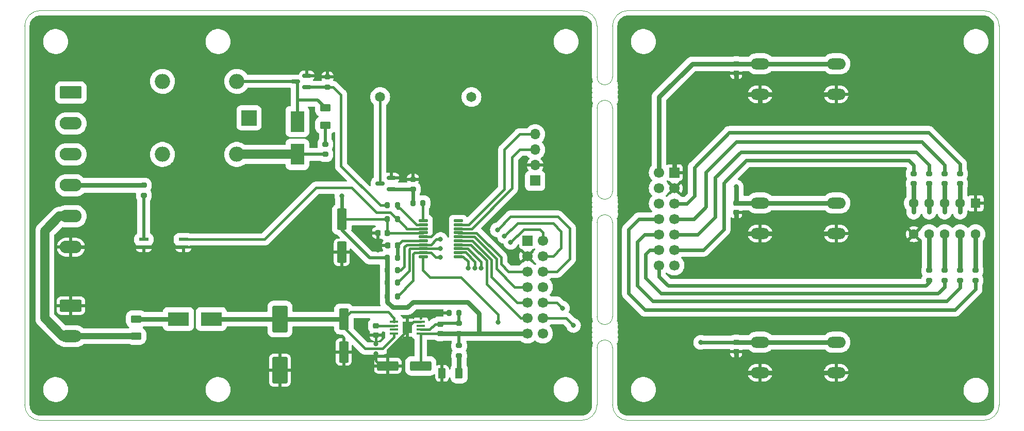
<source format=gtl>
%TF.GenerationSoftware,KiCad,Pcbnew,(6.0.8-1)-1*%
%TF.CreationDate,2022-12-21T11:45:43+03:00*%
%TF.ProjectId,MilkPompV2,4d696c6b-506f-46d7-9056-322e6b696361,V2*%
%TF.SameCoordinates,Original*%
%TF.FileFunction,Copper,L1,Top*%
%TF.FilePolarity,Positive*%
%FSLAX46Y46*%
G04 Gerber Fmt 4.6, Leading zero omitted, Abs format (unit mm)*
G04 Created by KiCad (PCBNEW (6.0.8-1)-1) date 2022-12-21 11:45:43*
%MOMM*%
%LPD*%
G01*
G04 APERTURE LIST*
G04 Aperture macros list*
%AMRoundRect*
0 Rectangle with rounded corners*
0 $1 Rounding radius*
0 $2 $3 $4 $5 $6 $7 $8 $9 X,Y pos of 4 corners*
0 Add a 4 corners polygon primitive as box body*
4,1,4,$2,$3,$4,$5,$6,$7,$8,$9,$2,$3,0*
0 Add four circle primitives for the rounded corners*
1,1,$1+$1,$2,$3*
1,1,$1+$1,$4,$5*
1,1,$1+$1,$6,$7*
1,1,$1+$1,$8,$9*
0 Add four rect primitives between the rounded corners*
20,1,$1+$1,$2,$3,$4,$5,0*
20,1,$1+$1,$4,$5,$6,$7,0*
20,1,$1+$1,$6,$7,$8,$9,0*
20,1,$1+$1,$8,$9,$2,$3,0*%
G04 Aperture macros list end*
%TA.AperFunction,Profile*%
%ADD10C,0.100000*%
%TD*%
%TA.AperFunction,SMDPad,CuDef*%
%ADD11R,2.300000X3.500000*%
%TD*%
%TA.AperFunction,SMDPad,CuDef*%
%ADD12RoundRect,0.200000X0.275000X-0.200000X0.275000X0.200000X-0.275000X0.200000X-0.275000X-0.200000X0*%
%TD*%
%TA.AperFunction,SMDPad,CuDef*%
%ADD13RoundRect,0.250000X-0.550000X1.500000X-0.550000X-1.500000X0.550000X-1.500000X0.550000X1.500000X0*%
%TD*%
%TA.AperFunction,SMDPad,CuDef*%
%ADD14RoundRect,0.200000X0.200000X0.275000X-0.200000X0.275000X-0.200000X-0.275000X0.200000X-0.275000X0*%
%TD*%
%TA.AperFunction,ComponentPad*%
%ADD15C,1.650000*%
%TD*%
%TA.AperFunction,SMDPad,CuDef*%
%ADD16RoundRect,0.200000X-0.275000X0.200000X-0.275000X-0.200000X0.275000X-0.200000X0.275000X0.200000X0*%
%TD*%
%TA.AperFunction,ComponentPad*%
%ADD17RoundRect,0.250000X-1.550000X0.750000X-1.550000X-0.750000X1.550000X-0.750000X1.550000X0.750000X0*%
%TD*%
%TA.AperFunction,ComponentPad*%
%ADD18O,3.600000X2.000000*%
%TD*%
%TA.AperFunction,SMDPad,CuDef*%
%ADD19RoundRect,0.250000X-0.625000X0.375000X-0.625000X-0.375000X0.625000X-0.375000X0.625000X0.375000X0*%
%TD*%
%TA.AperFunction,SMDPad,CuDef*%
%ADD20RoundRect,0.250000X1.500000X0.550000X-1.500000X0.550000X-1.500000X-0.550000X1.500000X-0.550000X0*%
%TD*%
%TA.AperFunction,SMDPad,CuDef*%
%ADD21RoundRect,0.225000X-0.250000X0.225000X-0.250000X-0.225000X0.250000X-0.225000X0.250000X0.225000X0*%
%TD*%
%TA.AperFunction,SMDPad,CuDef*%
%ADD22RoundRect,0.250000X-1.000000X1.950000X-1.000000X-1.950000X1.000000X-1.950000X1.000000X1.950000X0*%
%TD*%
%TA.AperFunction,SMDPad,CuDef*%
%ADD23RoundRect,0.019500X-0.715500X-0.175500X0.715500X-0.175500X0.715500X0.175500X-0.715500X0.175500X0*%
%TD*%
%TA.AperFunction,SMDPad,CuDef*%
%ADD24RoundRect,0.200000X-0.200000X-0.275000X0.200000X-0.275000X0.200000X0.275000X-0.200000X0.275000X0*%
%TD*%
%TA.AperFunction,SMDPad,CuDef*%
%ADD25RoundRect,0.225000X0.250000X-0.225000X0.250000X0.225000X-0.250000X0.225000X-0.250000X-0.225000X0*%
%TD*%
%TA.AperFunction,SMDPad,CuDef*%
%ADD26RoundRect,0.137500X-0.662500X-0.137500X0.662500X-0.137500X0.662500X0.137500X-0.662500X0.137500X0*%
%TD*%
%TA.AperFunction,SMDPad,CuDef*%
%ADD27R,1.422400X0.431800*%
%TD*%
%TA.AperFunction,SMDPad,CuDef*%
%ADD28R,1.574800X1.879600*%
%TD*%
%TA.AperFunction,ComponentPad*%
%ADD29R,1.600000X1.600000*%
%TD*%
%TA.AperFunction,ComponentPad*%
%ADD30C,1.600000*%
%TD*%
%TA.AperFunction,SMDPad,CuDef*%
%ADD31RoundRect,0.150000X0.587500X0.150000X-0.587500X0.150000X-0.587500X-0.150000X0.587500X-0.150000X0*%
%TD*%
%TA.AperFunction,ComponentPad*%
%ADD32R,2.500000X2.500000*%
%TD*%
%TA.AperFunction,ComponentPad*%
%ADD33O,2.500000X2.500000*%
%TD*%
%TA.AperFunction,ComponentPad*%
%ADD34O,3.048000X1.850000*%
%TD*%
%TA.AperFunction,ComponentPad*%
%ADD35R,1.700000X1.700000*%
%TD*%
%TA.AperFunction,ComponentPad*%
%ADD36C,1.700000*%
%TD*%
%TA.AperFunction,SMDPad,CuDef*%
%ADD37RoundRect,0.225000X0.225000X0.250000X-0.225000X0.250000X-0.225000X-0.250000X0.225000X-0.250000X0*%
%TD*%
%TA.AperFunction,SMDPad,CuDef*%
%ADD38RoundRect,0.250000X-0.375000X-0.625000X0.375000X-0.625000X0.375000X0.625000X-0.375000X0.625000X0*%
%TD*%
%TA.AperFunction,ComponentPad*%
%ADD39RoundRect,0.249999X-1.550001X0.790001X-1.550001X-0.790001X1.550001X-0.790001X1.550001X0.790001X0*%
%TD*%
%TA.AperFunction,ComponentPad*%
%ADD40O,3.600000X2.080000*%
%TD*%
%TA.AperFunction,SMDPad,CuDef*%
%ADD41R,3.500000X2.300000*%
%TD*%
%TA.AperFunction,ComponentPad*%
%ADD42O,1.700000X1.700000*%
%TD*%
%TA.AperFunction,ViaPad*%
%ADD43C,0.800000*%
%TD*%
%TA.AperFunction,Conductor*%
%ADD44C,0.500000*%
%TD*%
%TA.AperFunction,Conductor*%
%ADD45C,1.500000*%
%TD*%
%TA.AperFunction,Conductor*%
%ADD46C,0.800000*%
%TD*%
%TA.AperFunction,Conductor*%
%ADD47C,0.400000*%
%TD*%
%TA.AperFunction,Conductor*%
%ADD48C,0.600000*%
%TD*%
%TA.AperFunction,Conductor*%
%ADD49C,1.000000*%
%TD*%
G04 APERTURE END LIST*
D10*
X173990000Y-118872000D02*
G75*
G03*
X176530000Y-118872000I1270000J0D01*
G01*
X176530000Y-123952000D02*
G75*
G03*
X173990000Y-123952000I-1270000J0D01*
G01*
X171450000Y-135890000D02*
G75*
G03*
X173990000Y-133350000I0J2540000D01*
G01*
X173990000Y-79502000D02*
G75*
G03*
X176530000Y-79502000I1270000J0D01*
G01*
X179070000Y-135890000D02*
X237490000Y-135890000D01*
X176530000Y-84582000D02*
G75*
G03*
X173990000Y-84582000I-1270000J0D01*
G01*
X173990000Y-71120000D02*
G75*
G03*
X171450000Y-68580000I-2540000J0D01*
G01*
X82550000Y-68580000D02*
G75*
G03*
X80010000Y-71120000I0J-2540000D01*
G01*
X176530000Y-98298000D02*
X176530000Y-84582000D01*
X176530000Y-133350000D02*
G75*
G03*
X179070000Y-135890000I2540000J0D01*
G01*
X173990000Y-98298000D02*
X173990000Y-84582000D01*
X80010000Y-133350000D02*
G75*
G03*
X82550000Y-135890000I2540000J0D01*
G01*
X82550000Y-68580000D02*
X171450000Y-68580000D01*
X173990000Y-98298000D02*
G75*
G03*
X176530000Y-98298000I1270000J0D01*
G01*
X237490000Y-68580000D02*
X179070000Y-68580000D01*
X173990000Y-133350000D02*
X173990000Y-123952000D01*
X240030000Y-133350000D02*
X240030000Y-71120000D01*
X240030000Y-71120000D02*
G75*
G03*
X237490000Y-68580000I-2540000J0D01*
G01*
X173990000Y-71120000D02*
X173990000Y-79502000D01*
X171450000Y-135890000D02*
X82550000Y-135890000D01*
X80010000Y-133350000D02*
X80010000Y-71120000D01*
X237490000Y-135890000D02*
G75*
G03*
X240030000Y-133350000I0J2540000D01*
G01*
X179070000Y-68580000D02*
G75*
G03*
X176530000Y-71120000I0J-2540000D01*
G01*
X173990000Y-118872000D02*
X173990000Y-103378000D01*
X176530000Y-79502000D02*
X176530000Y-71120000D01*
X176530000Y-103378000D02*
G75*
G03*
X173990000Y-103378000I-1270000J0D01*
G01*
X176530000Y-133350000D02*
X176530000Y-123952000D01*
X176530000Y-118872000D02*
X176530000Y-103378000D01*
D11*
%TO.P,D3,2,A*%
%TO.N,Net-(D2-Pad1)*%
X124790200Y-86802000D03*
%TO.P,D3,1,K*%
%TO.N,+12V*%
X124790200Y-92202000D03*
%TD*%
D12*
%TO.P,R6,1*%
%TO.N,/Display/DISP_A*%
X236157500Y-112902000D03*
%TO.P,R6,2*%
%TO.N,Net-(R6-Pad2)*%
X236157500Y-111252000D03*
%TD*%
D13*
%TO.P,C1,1*%
%TO.N,+3V3*%
X132080000Y-102870000D03*
%TO.P,C1,2*%
%TO.N,GND*%
X132080000Y-108270000D03*
%TD*%
D14*
%TO.P,R17,1*%
%TO.N,BTN_IO*%
X141198600Y-111252000D03*
%TO.P,R17,2*%
%TO.N,+3V3*%
X139548600Y-111252000D03*
%TD*%
D15*
%TO.P,LS1,N*%
%TO.N,Net-(LS1-PadN)*%
X138381500Y-82773000D03*
%TO.P,LS1,P*%
%TO.N,+3V3*%
X153381500Y-82773000D03*
%TD*%
D16*
%TO.P,R10,1*%
%TO.N,/Display/DISP_E*%
X228537500Y-95378000D03*
%TO.P,R10,2*%
%TO.N,Net-(R10-Pad2)*%
X228537500Y-97028000D03*
%TD*%
D17*
%TO.P,J6,1,Pin_1*%
%TO.N,GND*%
X87597500Y-117037600D03*
D18*
%TO.P,J6,2,Pin_2*%
%TO.N,+12V*%
X87597500Y-122037600D03*
%TD*%
D19*
%TO.P,D2,1,K*%
%TO.N,Net-(D2-Pad1)*%
X129387600Y-84582000D03*
%TO.P,D2,2,A*%
%TO.N,Net-(D2-Pad2)*%
X129387600Y-87382000D03*
%TD*%
D20*
%TO.P,C15,1*%
%TO.N,+3V3*%
X145052300Y-126927600D03*
%TO.P,C15,2*%
%TO.N,GND*%
X139652300Y-126927600D03*
%TD*%
D16*
%TO.P,R20,1*%
%TO.N,+3V3*%
X151351500Y-123613400D03*
%TO.P,R20,2*%
%TO.N,/Power/LED_PWR*%
X151351500Y-125263400D03*
%TD*%
D14*
%TO.P,R15,1*%
%TO.N,RELAY*%
X141198600Y-100584000D03*
%TO.P,R15,2*%
%TO.N,Net-(Q1-Pad1)*%
X139548600Y-100584000D03*
%TD*%
D19*
%TO.P,F1,1*%
%TO.N,Net-(D4-Pad2)*%
X98298000Y-119237600D03*
%TO.P,F1,2*%
%TO.N,+12V*%
X98298000Y-122037600D03*
%TD*%
D21*
%TO.P,C18,1*%
%TO.N,Net-(C18-Pad1)*%
X137668000Y-120319800D03*
%TO.P,C18,2*%
%TO.N,GND*%
X137668000Y-121869800D03*
%TD*%
D22*
%TO.P,C16,1*%
%TO.N,Net-(C16-Pad1)*%
X121920000Y-119237600D03*
%TO.P,C16,2*%
%TO.N,GND*%
X121920000Y-127637600D03*
%TD*%
D14*
%TO.P,R19,1*%
%TO.N,BTN_MODE*%
X141198600Y-115497600D03*
%TO.P,R19,2*%
%TO.N,+3V3*%
X139548600Y-115497600D03*
%TD*%
D23*
%TO.P,U1,1,PB7/PB8*%
%TO.N,BUZZER*%
X145466000Y-103120000D03*
%TO.P,U1,2,PB9/PC14-OSC32_IN*%
%TO.N,RELAY*%
X145466000Y-103770000D03*
%TO.P,U1,3,PC15-OSC32_OUT*%
%TO.N,FLOW*%
X145466000Y-104420000D03*
%TO.P,U1,4,VDD/VDDA*%
%TO.N,+3V3*%
X145466000Y-105070000D03*
%TO.P,U1,5,VSS/VSSA*%
%TO.N,GND*%
X145466000Y-105720000D03*
%TO.P,U1,6,NRST*%
%TO.N,NRST*%
X145466000Y-106370000D03*
%TO.P,U1,7,PA0*%
%TO.N,BTN_IO*%
X145466000Y-107020000D03*
%TO.P,U1,8,PA1*%
%TO.N,BTN_START*%
X145466000Y-107670000D03*
%TO.P,U1,9,PA2*%
%TO.N,BTN_MODE*%
X145466000Y-108320000D03*
%TO.P,U1,10,PA3*%
%TO.N,DISP_P*%
X145466000Y-108970000D03*
%TO.P,U1,11,PA4*%
%TO.N,DISP_C*%
X151206000Y-108970000D03*
%TO.P,U1,12,PA5*%
%TO.N,DISP_B*%
X151206000Y-108320000D03*
%TO.P,U1,13,PA6*%
%TO.N,DISP_A*%
X151206000Y-107670000D03*
%TO.P,U1,14,PA7*%
%TO.N,DISP_D*%
X151206000Y-107020000D03*
%TO.P,U1,15,PB0/PB1/PB2/PA8*%
%TO.N,DISP_E*%
X151206000Y-106370000D03*
%TO.P,U1,16,PA11*%
%TO.N,DISP_G*%
X151206000Y-105720000D03*
%TO.P,U1,17,PA12*%
%TO.N,DISP_F*%
X151206000Y-105070000D03*
%TO.P,U1,18,PA13*%
%TO.N,SWDIO*%
X151206000Y-104420000D03*
%TO.P,U1,19,PA15/PA14-BOOT0*%
%TO.N,SWCLK*%
X151206000Y-103770000D03*
%TO.P,U1,20,PB3/PB4/PB5/PB6*%
%TO.N,unconnected-(U1-Pad20)*%
X151206000Y-103120000D03*
%TD*%
D24*
%TO.P,R5,1*%
%TO.N,+3V3*%
X139560800Y-102870000D03*
%TO.P,R5,2*%
%TO.N,FLOW*%
X141210800Y-102870000D03*
%TD*%
D25*
%TO.P,C6,1*%
%TO.N,GND*%
X196850000Y-78877595D03*
%TO.P,C6,2*%
%TO.N,/Buttons/BTN_MODE*%
X196850000Y-77327595D03*
%TD*%
D26*
%TO.P,U2,1*%
%TO.N,Net-(R4-Pad2)*%
X99568000Y-106172000D03*
%TO.P,U2,2*%
%TO.N,GND*%
X99568000Y-107442000D03*
%TO.P,U2,3*%
X106068000Y-107442000D03*
%TO.P,U2,4*%
%TO.N,FLOW*%
X106068000Y-106172000D03*
%TD*%
D27*
%TO.P,U4,1,OUT*%
%TO.N,+3V3*%
X145052300Y-121615200D03*
%TO.P,U4,2,FB*%
%TO.N,Net-(C17-Pad2)*%
X145052300Y-120980200D03*
%TO.P,U4,3,NC*%
%TO.N,unconnected-(U4-Pad3)*%
X145052300Y-120319800D03*
%TO.P,U4,4,GND*%
%TO.N,GND*%
X145052300Y-119684800D03*
%TO.P,U4,5,EN*%
%TO.N,Net-(C16-Pad1)*%
X140683500Y-119684800D03*
%TO.P,U4,6,NR/SS*%
%TO.N,Net-(C18-Pad1)*%
X140683500Y-120319800D03*
%TO.P,U4,7,DNC*%
%TO.N,unconnected-(U4-Pad7)*%
X140683500Y-120980200D03*
%TO.P,U4,8,IN*%
%TO.N,Net-(C16-Pad1)*%
X140683500Y-121615200D03*
D28*
%TO.P,U4,9,THERMAL_PAD*%
%TO.N,GND*%
X142867900Y-120650000D03*
%TD*%
D12*
%TO.P,R21,1*%
%TO.N,+3V3*%
X151351500Y-121615200D03*
%TO.P,R21,2*%
%TO.N,Net-(C17-Pad2)*%
X151351500Y-119965200D03*
%TD*%
D29*
%TO.P,U3,1,CC*%
%TO.N,GND*%
X236157500Y-100220095D03*
D30*
%TO.P,U3,2,F*%
%TO.N,Net-(R11-Pad2)*%
X233617500Y-100220095D03*
%TO.P,U3,3,G*%
%TO.N,Net-(R12-Pad2)*%
X231077500Y-100220095D03*
%TO.P,U3,4,E*%
%TO.N,Net-(R10-Pad2)*%
X228537500Y-100220095D03*
%TO.P,U3,5,D*%
%TO.N,Net-(R9-Pad2)*%
X225997500Y-100220095D03*
%TO.P,U3,6,CC*%
%TO.N,GND*%
X225997500Y-105300095D03*
%TO.P,U3,7,DP*%
%TO.N,Net-(R13-Pad2)*%
X228537500Y-105300095D03*
%TO.P,U3,8,C*%
%TO.N,Net-(R8-Pad2)*%
X231077500Y-105300095D03*
%TO.P,U3,9,B*%
%TO.N,Net-(R7-Pad2)*%
X233617500Y-105300095D03*
%TO.P,U3,10,A*%
%TO.N,Net-(R6-Pad2)*%
X236157500Y-105300095D03*
%TD*%
D12*
%TO.P,R13,1*%
%TO.N,/Display/DISP_P*%
X228537500Y-112902000D03*
%TO.P,R13,2*%
%TO.N,Net-(R13-Pad2)*%
X228537500Y-111252000D03*
%TD*%
D31*
%TO.P,Q2,1,B*%
%TO.N,Net-(Q2-Pad1)*%
X140256500Y-97929200D03*
%TO.P,Q2,2,E*%
%TO.N,GND*%
X140256500Y-96029200D03*
%TO.P,Q2,3,C*%
%TO.N,Net-(LS1-PadN)*%
X138381500Y-96979200D03*
%TD*%
D16*
%TO.P,R11,1*%
%TO.N,/Display/DISP_F*%
X233617500Y-95378000D03*
%TO.P,R11,2*%
%TO.N,Net-(R11-Pad2)*%
X233617500Y-97028000D03*
%TD*%
D32*
%TO.P,K1,1*%
%TO.N,/Relay /RELAY_IN*%
X116840000Y-86202000D03*
D33*
%TO.P,K1,2*%
%TO.N,Net-(D2-Pad1)*%
X114840000Y-80202000D03*
%TO.P,K1,3*%
%TO.N,/Relay /RELAY_NO*%
X102640000Y-80202000D03*
%TO.P,K1,4*%
%TO.N,/Relay /RELAY_NC*%
X102640000Y-92202000D03*
%TO.P,K1,5*%
%TO.N,+12V*%
X114840000Y-92202000D03*
%TD*%
D14*
%TO.P,R2,1*%
%TO.N,NRST*%
X141198600Y-109220000D03*
%TO.P,R2,2*%
%TO.N,+3V3*%
X139548600Y-109220000D03*
%TD*%
D16*
%TO.P,R12,1*%
%TO.N,/Display/DISP_G*%
X231077500Y-95378000D03*
%TO.P,R12,2*%
%TO.N,Net-(R12-Pad2)*%
X231077500Y-97028000D03*
%TD*%
D34*
%TO.P,SW3,1,1*%
%TO.N,/Buttons/BTN_MODE*%
X213270000Y-77327595D03*
X200770000Y-77327595D03*
%TO.P,SW3,2,2*%
%TO.N,GND*%
X200770000Y-82327595D03*
X213270000Y-82327595D03*
%TD*%
D35*
%TO.P,J4,1,Pin_1*%
%TO.N,GND*%
X162560000Y-106375200D03*
D36*
%TO.P,J4,2,Pin_2*%
%TO.N,BTN_MODE*%
X165100000Y-106375200D03*
%TO.P,J4,3,Pin_3*%
%TO.N,GND*%
X162560000Y-108915200D03*
%TO.P,J4,4,Pin_4*%
%TO.N,BTN_START*%
X165100000Y-108915200D03*
%TO.P,J4,5,Pin_5*%
%TO.N,DISP_F*%
X162560000Y-111455200D03*
%TO.P,J4,6,Pin_6*%
%TO.N,BTN_IO*%
X165100000Y-111455200D03*
%TO.P,J4,7,Pin_7*%
%TO.N,DISP_G*%
X162560000Y-113995200D03*
%TO.P,J4,8,Pin_8*%
%TO.N,DISP_A*%
X165100000Y-113995200D03*
%TO.P,J4,9,Pin_9*%
%TO.N,DISP_E*%
X162560000Y-116535200D03*
%TO.P,J4,10,Pin_10*%
%TO.N,DISP_B*%
X165100000Y-116535200D03*
%TO.P,J4,11,Pin_11*%
%TO.N,DISP_D*%
X162560000Y-119075200D03*
%TO.P,J4,12,Pin_12*%
%TO.N,DISP_C*%
X165100000Y-119075200D03*
%TO.P,J4,13,Pin_13*%
%TO.N,+3V3*%
X162560000Y-121615200D03*
%TO.P,J4,14,Pin_14*%
%TO.N,DISP_P*%
X165100000Y-121615200D03*
%TD*%
D31*
%TO.P,Q1,1,B*%
%TO.N,Net-(Q1-Pad1)*%
X126335000Y-81152000D03*
%TO.P,Q1,2,E*%
%TO.N,GND*%
X126335000Y-79252000D03*
%TO.P,Q1,3,C*%
%TO.N,Net-(D2-Pad1)*%
X124460000Y-80202000D03*
%TD*%
D37*
%TO.P,C2,1*%
%TO.N,+3V3*%
X139560800Y-105073801D03*
%TO.P,C2,2*%
%TO.N,GND*%
X138010800Y-105073801D03*
%TD*%
D12*
%TO.P,R16,1*%
%TO.N,Net-(Q1-Pad1)*%
X129743200Y-81152000D03*
%TO.P,R16,2*%
%TO.N,GND*%
X129743200Y-79502000D03*
%TD*%
%TO.P,R3,1*%
%TO.N,Net-(Q2-Pad1)*%
X143765000Y-97929200D03*
%TO.P,R3,2*%
%TO.N,GND*%
X143765000Y-96279200D03*
%TD*%
D16*
%TO.P,R9,1*%
%TO.N,/Display/DISP_D*%
X225997500Y-95378000D03*
%TO.P,R9,2*%
%TO.N,Net-(R9-Pad2)*%
X225997500Y-97028000D03*
%TD*%
D12*
%TO.P,R7,1*%
%TO.N,/Display/DISP_B*%
X233617500Y-112902000D03*
%TO.P,R7,2*%
%TO.N,Net-(R7-Pad2)*%
X233617500Y-111252000D03*
%TD*%
D13*
%TO.P,C19,1*%
%TO.N,Net-(C16-Pad1)*%
X132403100Y-119237600D03*
%TO.P,C19,2*%
%TO.N,GND*%
X132403100Y-124637600D03*
%TD*%
D16*
%TO.P,R4,1*%
%TO.N,/Flow/FLOW_SENSOR*%
X99568000Y-97282000D03*
%TO.P,R4,2*%
%TO.N,Net-(R4-Pad2)*%
X99568000Y-98932000D03*
%TD*%
D38*
%TO.P,D1,1,K*%
%TO.N,GND*%
X148551500Y-128146800D03*
%TO.P,D1,2,A*%
%TO.N,/Power/LED_PWR*%
X151351500Y-128146800D03*
%TD*%
D25*
%TO.P,C5,1*%
%TO.N,GND*%
X196850000Y-101737595D03*
%TO.P,C5,2*%
%TO.N,/Buttons/BTN_START*%
X196850000Y-100187595D03*
%TD*%
D34*
%TO.P,SW2,1,1*%
%TO.N,/Buttons/BTN_START*%
X200770000Y-100187595D03*
X213270000Y-100187595D03*
%TO.P,SW2,2,2*%
%TO.N,GND*%
X213270000Y-105187595D03*
X200770000Y-105187595D03*
%TD*%
D25*
%TO.P,C17,1*%
%TO.N,+3V3*%
X148252700Y-121615200D03*
%TO.P,C17,2*%
%TO.N,Net-(C17-Pad2)*%
X148252700Y-120065200D03*
%TD*%
D39*
%TO.P,J1,1,Pin_1*%
%TO.N,/Relay /RELAY_IN*%
X87597500Y-82042000D03*
D40*
%TO.P,J1,2,Pin_2*%
%TO.N,/Relay /RELAY_NO*%
X87597500Y-87122000D03*
%TO.P,J1,3,Pin_3*%
%TO.N,/Relay /RELAY_NC*%
X87597500Y-92202000D03*
%TO.P,J1,4,Pin_4*%
%TO.N,/Flow/FLOW_SENSOR*%
X87597500Y-97282000D03*
%TO.P,J1,5,Pin_5*%
%TO.N,+12V*%
X87597500Y-102362000D03*
%TO.P,J1,6,Pin_6*%
%TO.N,GND*%
X87597500Y-107442000D03*
%TD*%
D41*
%TO.P,D4,1,K*%
%TO.N,Net-(C16-Pad1)*%
X110650000Y-119237600D03*
%TO.P,D4,2,A*%
%TO.N,Net-(D4-Pad2)*%
X105250000Y-119237600D03*
%TD*%
D12*
%TO.P,R8,1*%
%TO.N,/Display/DISP_C*%
X231077500Y-112902000D03*
%TO.P,R8,2*%
%TO.N,Net-(R8-Pad2)*%
X231077500Y-111252000D03*
%TD*%
D14*
%TO.P,R1,1*%
%TO.N,BUZZER*%
X145415000Y-100203000D03*
%TO.P,R1,2*%
%TO.N,Net-(Q2-Pad1)*%
X143765000Y-100203000D03*
%TD*%
%TO.P,R22,1*%
%TO.N,Net-(C17-Pad2)*%
X151351500Y-118240800D03*
%TO.P,R22,2*%
%TO.N,GND*%
X149701500Y-118240800D03*
%TD*%
D37*
%TO.P,C3,1*%
%TO.N,NRST*%
X141198600Y-107188000D03*
%TO.P,C3,2*%
%TO.N,GND*%
X139648600Y-107188000D03*
%TD*%
D12*
%TO.P,R14,1*%
%TO.N,+12V*%
X129387600Y-92202000D03*
%TO.P,R14,2*%
%TO.N,Net-(D2-Pad2)*%
X129387600Y-90552000D03*
%TD*%
D25*
%TO.P,C4,1*%
%TO.N,GND*%
X196850000Y-124597595D03*
%TO.P,C4,2*%
%TO.N,/Buttons/BTN_IO*%
X196850000Y-123047595D03*
%TD*%
D34*
%TO.P,SW1,1,1*%
%TO.N,/Buttons/BTN_IO*%
X213270000Y-123047595D03*
X200770000Y-123047595D03*
%TO.P,SW1,2,2*%
%TO.N,GND*%
X213270000Y-128047595D03*
X200770000Y-128047595D03*
%TD*%
D14*
%TO.P,R18,1*%
%TO.N,BTN_START*%
X141198600Y-113284000D03*
%TO.P,R18,2*%
%TO.N,+3V3*%
X139548600Y-113284000D03*
%TD*%
D35*
%TO.P,J3,1,Pin_1*%
%TO.N,+3V3*%
X163830000Y-96520000D03*
D42*
%TO.P,J3,2,Pin_2*%
%TO.N,GND*%
X163830000Y-93980000D03*
%TO.P,J3,3,Pin_3*%
%TO.N,SWDIO*%
X163830000Y-91440000D03*
%TO.P,J3,4,Pin_4*%
%TO.N,SWCLK*%
X163830000Y-88900000D03*
%TD*%
D35*
%TO.P,J2,1,Pin_1*%
%TO.N,GND*%
X186695000Y-95197595D03*
D36*
%TO.P,J2,2,Pin_2*%
%TO.N,/Buttons/BTN_MODE*%
X184155000Y-95197595D03*
%TO.P,J2,3,Pin_3*%
%TO.N,GND*%
X186695000Y-97737595D03*
%TO.P,J2,4,Pin_4*%
%TO.N,/Buttons/BTN_START*%
X184155000Y-97737595D03*
%TO.P,J2,5,Pin_5*%
%TO.N,/Display/DISP_F*%
X186695000Y-100277595D03*
%TO.P,J2,6,Pin_6*%
%TO.N,/Buttons/BTN_IO*%
X184155000Y-100277595D03*
%TO.P,J2,7,Pin_7*%
%TO.N,/Display/DISP_G*%
X186695000Y-102817595D03*
%TO.P,J2,8,Pin_8*%
%TO.N,/Display/DISP_A*%
X184155000Y-102817595D03*
%TO.P,J2,9,Pin_9*%
%TO.N,/Display/DISP_E*%
X186695000Y-105357595D03*
%TO.P,J2,10,Pin_10*%
%TO.N,/Display/DISP_B*%
X184155000Y-105357595D03*
%TO.P,J2,11,Pin_11*%
%TO.N,/Display/DISP_D*%
X186695000Y-107897595D03*
%TO.P,J2,12,Pin_12*%
%TO.N,/Display/DISP_C*%
X184155000Y-107897595D03*
%TO.P,J2,13,Pin_13*%
%TO.N,+3V3*%
X186695000Y-110437595D03*
%TO.P,J2,14,Pin_14*%
%TO.N,/Display/DISP_P*%
X184155000Y-110437595D03*
%TD*%
D43*
%TO.N,GND*%
X138010800Y-107950000D03*
X137668000Y-124968000D03*
X135636000Y-112522000D03*
X137668000Y-123279500D03*
%TO.N,+3V3*%
X132080000Y-99022500D03*
%TO.N,BTN_IO*%
X157632400Y-104597200D03*
X148285200Y-106172000D03*
%TO.N,BTN_START*%
X158800800Y-105664000D03*
X148285200Y-107645200D03*
%TO.N,BTN_MODE*%
X148285200Y-109067600D03*
X159816800Y-106629200D03*
X148285200Y-109067600D03*
%TO.N,/Buttons/BTN_IO*%
X191008000Y-123063000D03*
%TO.N,/Buttons/BTN_START*%
X196850000Y-97536000D03*
%TO.N,DISP_P*%
X157734000Y-119761000D03*
%TO.N,DISP_C*%
X170129200Y-120294400D03*
X152806400Y-110845600D03*
%TO.N,DISP_B*%
X168300400Y-117449600D03*
X153940985Y-110839781D03*
%TO.N,DISP_A*%
X154940000Y-110871000D03*
%TD*%
D44*
%TO.N,Net-(D2-Pad1)*%
X124790200Y-83286600D02*
X128092200Y-83286600D01*
X128092200Y-83286600D02*
X129387600Y-84582000D01*
X124790200Y-83286600D02*
X124790200Y-86802000D01*
X124790200Y-80532200D02*
X124790200Y-83286600D01*
X124460000Y-80202000D02*
X124790200Y-80532200D01*
%TO.N,+12V*%
X129387600Y-92202000D02*
X124790200Y-92202000D01*
D45*
X114840000Y-92202000D02*
X124790200Y-92202000D01*
D46*
%TO.N,Net-(R6-Pad2)*%
X236157500Y-111252000D02*
X236157500Y-105300095D01*
%TO.N,Net-(R7-Pad2)*%
X233617500Y-111252000D02*
X233617500Y-105300095D01*
%TO.N,Net-(R8-Pad2)*%
X231077500Y-111252000D02*
X231077500Y-105300095D01*
%TO.N,Net-(R13-Pad2)*%
X228537500Y-111252000D02*
X228537500Y-105300095D01*
D44*
%TO.N,GND*%
X128020000Y-79252000D02*
X128270000Y-79502000D01*
D46*
X186690000Y-88290400D02*
X186690000Y-87630000D01*
D47*
X147320000Y-105156000D02*
X146752201Y-105723799D01*
D46*
X186690000Y-87630000D02*
X187960000Y-86360000D01*
X196850000Y-78877595D02*
X196850000Y-80899000D01*
D48*
X106068000Y-107442000D02*
X99568000Y-107442000D01*
D47*
X138484600Y-126927600D02*
X139652300Y-126927600D01*
X142867900Y-121023900D02*
X142875000Y-121031000D01*
D46*
X196850000Y-101737595D02*
X196850000Y-103886000D01*
D47*
X138010800Y-105073801D02*
X138010800Y-107099200D01*
X143765000Y-96279200D02*
X147320000Y-96279200D01*
D46*
X200770000Y-105187595D02*
X213270000Y-105187595D01*
X187960000Y-86360000D02*
X199390000Y-86360000D01*
D47*
X142867900Y-120650000D02*
X143833100Y-119684800D01*
D46*
X196850000Y-103886000D02*
X198151595Y-105187595D01*
D44*
X128270000Y-79502000D02*
X129743200Y-79502000D01*
D47*
X138010800Y-107099200D02*
X138010800Y-107950000D01*
X142867900Y-120650000D02*
X142867900Y-121023900D01*
D46*
X186690000Y-88290400D02*
X186690000Y-95192595D01*
X196850000Y-80899000D02*
X198278595Y-82327595D01*
X186690000Y-95192595D02*
X186695000Y-95197595D01*
D47*
X138099600Y-107188000D02*
X138010800Y-107099200D01*
X139648600Y-107188000D02*
X138099600Y-107188000D01*
D46*
X213270000Y-128047595D02*
X200770000Y-128047595D01*
D47*
X139652300Y-124373500D02*
X139652300Y-126927600D01*
X142875000Y-121031000D02*
X142875000Y-121150800D01*
X137668000Y-121869800D02*
X137668000Y-123279500D01*
X147320000Y-96279200D02*
X147320000Y-105156000D01*
X137668000Y-126111000D02*
X138484600Y-126927600D01*
D46*
X200770000Y-84980000D02*
X200770000Y-82327595D01*
X196850000Y-126619000D02*
X198278595Y-128047595D01*
X198278595Y-82327595D02*
X200770000Y-82327595D01*
X198151595Y-105187595D02*
X200770000Y-105187595D01*
D44*
X126335000Y-79252000D02*
X128020000Y-79252000D01*
D47*
X146752201Y-105723799D02*
X145415000Y-105723799D01*
D46*
X213270000Y-82327595D02*
X200770000Y-82327595D01*
D48*
X99568000Y-107442000D02*
X87597500Y-107442000D01*
D47*
X142875000Y-121150800D02*
X139652300Y-124373500D01*
D46*
X198278595Y-128047595D02*
X200770000Y-128047595D01*
D47*
X143833100Y-119684800D02*
X145052300Y-119684800D01*
X137668000Y-124968000D02*
X137668000Y-126111000D01*
D46*
X196850000Y-124597595D02*
X196850000Y-126619000D01*
X199390000Y-86360000D02*
X200770000Y-84980000D01*
D44*
%TO.N,+3V3*%
X136652000Y-109220000D02*
X139548600Y-109220000D01*
D46*
X154609800Y-118287800D02*
X152781000Y-116459000D01*
X139548600Y-115497600D02*
X139548600Y-109220000D01*
X139548600Y-116434600D02*
X139548600Y-115497600D01*
X154609800Y-121615200D02*
X162560000Y-121615200D01*
D47*
X145052300Y-121615200D02*
X145052300Y-126927600D01*
D44*
X132080000Y-102870000D02*
X132080000Y-104648000D01*
X132080000Y-104648000D02*
X136652000Y-109220000D01*
D46*
X151351500Y-121615200D02*
X148252700Y-121615200D01*
D47*
X140036199Y-105073801D02*
X139520800Y-105073801D01*
D46*
X140462000Y-117348000D02*
X139548600Y-116434600D01*
D48*
X132080000Y-99022500D02*
X132080000Y-102870000D01*
D46*
X142875000Y-117348000D02*
X140462000Y-117348000D01*
D47*
X139560800Y-102870000D02*
X132080000Y-102870000D01*
X139560800Y-102870000D02*
X139560800Y-105073801D01*
X145052300Y-121615200D02*
X148252700Y-121615200D01*
D46*
X143764000Y-116459000D02*
X142875000Y-117348000D01*
X154609800Y-121615200D02*
X154609800Y-118287800D01*
X154609800Y-121615200D02*
X151351500Y-121615200D01*
D44*
X151351500Y-123613400D02*
X151351500Y-121615200D01*
D46*
X152781000Y-116459000D02*
X143764000Y-116459000D01*
D47*
X145415000Y-105073801D02*
X140036199Y-105073801D01*
X140036199Y-105073801D02*
X139560800Y-105073801D01*
%TO.N,BTN_IO*%
X146722201Y-107023799D02*
X142785201Y-107023799D01*
X159816800Y-102412800D02*
X167589200Y-102412800D01*
X142367000Y-107442000D02*
X142367000Y-110617000D01*
X169519600Y-104343200D02*
X169519600Y-109372400D01*
X167589200Y-102412800D02*
X169519600Y-104343200D01*
X167436800Y-111455200D02*
X165100000Y-111455200D01*
X169519600Y-109372400D02*
X167436800Y-111455200D01*
X157632400Y-104597200D02*
X159816800Y-102412800D01*
X147574000Y-106172000D02*
X146722201Y-107023799D01*
X142785201Y-107023799D02*
X142367000Y-107442000D01*
X148285200Y-106172000D02*
X147574000Y-106172000D01*
X141732000Y-111252000D02*
X141198600Y-111252000D01*
X142367000Y-110617000D02*
X141732000Y-111252000D01*
%TO.N,BTN_START*%
X148285200Y-107645200D02*
X148256602Y-107673798D01*
X148256602Y-107673798D02*
X143278202Y-107673798D01*
X158800800Y-105664000D02*
X160934400Y-103530400D01*
X168097200Y-104851200D02*
X168097200Y-107594400D01*
X168097200Y-107594400D02*
X166776400Y-108915200D01*
X143164000Y-107788000D02*
X143164000Y-111318600D01*
X160934400Y-103530400D02*
X166776400Y-103530400D01*
X143164000Y-111318600D02*
X141198600Y-113284000D01*
X166776400Y-108915200D02*
X165100000Y-108915200D01*
X166776400Y-103530400D02*
X168097200Y-104851200D01*
X143278202Y-107673798D02*
X143164000Y-107788000D01*
%TO.N,BTN_MODE*%
X146779399Y-108323799D02*
X144025201Y-108323799D01*
X143764000Y-112932200D02*
X141198600Y-115497600D01*
X143764000Y-108585000D02*
X143764000Y-112932200D01*
X159816800Y-106629200D02*
X159816800Y-106618400D01*
X147523200Y-109067600D02*
X146779399Y-108323799D01*
X148285200Y-109067600D02*
X147523200Y-109067600D01*
X144025201Y-108323799D02*
X143764000Y-108585000D01*
X164592000Y-104495600D02*
X165100000Y-105003600D01*
X159816800Y-106618400D02*
X161939600Y-104495600D01*
X161939600Y-104495600D02*
X164592000Y-104495600D01*
X165100000Y-105003600D02*
X165100000Y-106375200D01*
%TO.N,Net-(C17-Pad2)*%
X147396800Y-120065200D02*
X148252700Y-120065200D01*
X146481800Y-120980200D02*
X147396800Y-120065200D01*
D44*
X151351500Y-118240800D02*
X151351500Y-119965200D01*
D47*
X145052300Y-120980200D02*
X146481800Y-120980200D01*
D44*
X151351500Y-119965200D02*
X148352700Y-119965200D01*
X148352700Y-119965200D02*
X148252700Y-120065200D01*
D47*
%TO.N,Net-(C18-Pad1)*%
X140683500Y-120319800D02*
X137668000Y-120319800D01*
D44*
%TO.N,+12V*%
X129286000Y-92329000D02*
X129159000Y-92202000D01*
D45*
X87597500Y-102362000D02*
X85725000Y-102362000D01*
X83312000Y-104775000D02*
X83312000Y-119126000D01*
X85725000Y-102362000D02*
X83312000Y-104775000D01*
D44*
X129387600Y-92227400D02*
X129286000Y-92329000D01*
D49*
X87597500Y-122037600D02*
X98298000Y-122037600D01*
D45*
X86223600Y-122037600D02*
X87597500Y-122037600D01*
X83312000Y-119126000D02*
X86223600Y-122037600D01*
D44*
X129387600Y-92202000D02*
X129387600Y-92227400D01*
D46*
%TO.N,/Power/LED_PWR*%
X151351500Y-128146800D02*
X151351500Y-125263400D01*
D47*
%TO.N,NRST*%
X142016600Y-106370000D02*
X141198600Y-107188000D01*
X145466000Y-106370000D02*
X142016600Y-106370000D01*
D48*
X141198600Y-109220000D02*
X141198600Y-107188000D01*
D44*
%TO.N,Net-(D2-Pad1)*%
X124460000Y-80202000D02*
X114840000Y-80202000D01*
D46*
%TO.N,Net-(D4-Pad2)*%
X105250000Y-119237600D02*
X98298000Y-119237600D01*
%TO.N,/Flow/FLOW_SENSOR*%
X99568000Y-97282000D02*
X87597500Y-97282000D01*
D48*
X87597500Y-97282000D02*
X87597500Y-97503500D01*
D47*
%TO.N,SWDIO*%
X161290000Y-91440000D02*
X163830000Y-91440000D01*
X153386198Y-104423802D02*
X160020000Y-97790000D01*
X160020000Y-97790000D02*
X160020000Y-92710000D01*
X151257000Y-104423802D02*
X153386198Y-104423802D01*
X160020000Y-92710000D02*
X161290000Y-91440000D01*
%TO.N,SWCLK*%
X152893199Y-103773801D02*
X158750000Y-97917000D01*
X161290000Y-88900000D02*
X163830000Y-88900000D01*
X151257000Y-103773801D02*
X152893199Y-103773801D01*
X158750000Y-91440000D02*
X161290000Y-88900000D01*
X158750000Y-97917000D02*
X158750000Y-91440000D01*
%TO.N,BUZZER*%
X145415000Y-103123800D02*
X145415000Y-100203000D01*
%TO.N,Net-(Q1-Pad1)*%
X131953000Y-82423000D02*
X130682000Y-81152000D01*
D44*
X126335000Y-81152000D02*
X129743200Y-81152000D01*
D47*
X138430000Y-100584000D02*
X131953000Y-94107000D01*
X139548600Y-100584000D02*
X138430000Y-100584000D01*
X131953000Y-94107000D02*
X131953000Y-82423000D01*
X130682000Y-81152000D02*
X129743200Y-81152000D01*
D44*
%TO.N,Net-(R4-Pad2)*%
X99568000Y-98932000D02*
X99568000Y-106172000D01*
D47*
%TO.N,FLOW*%
X127889000Y-97663000D02*
X119380000Y-106172000D01*
X142480800Y-104140000D02*
X140067800Y-101727000D01*
X119380000Y-106172000D02*
X106068000Y-106172000D01*
X142494000Y-104140000D02*
X142480800Y-104140000D01*
X137795000Y-101727000D02*
X133731000Y-97663000D01*
X145415000Y-104423799D02*
X142777799Y-104423799D01*
X133731000Y-97663000D02*
X127889000Y-97663000D01*
X142777799Y-104423799D02*
X142494000Y-104140000D01*
X140067800Y-101727000D02*
X137795000Y-101727000D01*
D46*
%TO.N,Net-(R9-Pad2)*%
X225997500Y-97028000D02*
X225997500Y-101672500D01*
%TO.N,Net-(R10-Pad2)*%
X228537500Y-97028000D02*
X228537500Y-101672500D01*
%TO.N,Net-(R11-Pad2)*%
X233617500Y-101672500D02*
X233617500Y-97028000D01*
%TO.N,Net-(R12-Pad2)*%
X231077500Y-101672500D02*
X231077500Y-97028000D01*
D47*
%TO.N,RELAY*%
X141668800Y-101092000D02*
X141198600Y-101092000D01*
X145415000Y-103773801D02*
X144350601Y-103773801D01*
X144350601Y-103773801D02*
X141668800Y-101092000D01*
D48*
%TO.N,/Buttons/BTN_IO*%
X196850000Y-123047595D02*
X191023405Y-123047595D01*
D46*
X196850000Y-123047595D02*
X200770000Y-123047595D01*
X200770000Y-123047595D02*
X213270000Y-123047595D01*
X191023405Y-123047595D02*
X191008000Y-123063000D01*
%TO.N,/Buttons/BTN_START*%
X196850000Y-100187595D02*
X200770000Y-100187595D01*
X196850000Y-100187595D02*
X196850000Y-97536000D01*
X213270000Y-100187595D02*
X200770000Y-100187595D01*
%TO.N,/Buttons/BTN_MODE*%
X184155000Y-95197595D02*
X184155000Y-82799000D01*
X213270000Y-77327595D02*
X200770000Y-77327595D01*
X196850000Y-77327595D02*
X200770000Y-77327595D01*
X189626405Y-77327595D02*
X196850000Y-77327595D01*
X184155000Y-82799000D02*
X189626405Y-77327595D01*
D48*
%TO.N,/Display/DISP_F*%
X195707000Y-88646000D02*
X189992000Y-94361000D01*
X188774405Y-100277595D02*
X186695000Y-100277595D01*
X189992000Y-94361000D02*
X189992000Y-99060000D01*
X189992000Y-99060000D02*
X188774405Y-100277595D01*
X233617500Y-93790500D02*
X228473000Y-88646000D01*
X228473000Y-88646000D02*
X195707000Y-88646000D01*
X233617500Y-95378000D02*
X233617500Y-93790500D01*
%TO.N,/Display/DISP_A*%
X236157500Y-112902000D02*
X236157500Y-114362500D01*
X181864000Y-117729000D02*
X179197000Y-115062000D01*
X179197000Y-115062000D02*
X179197000Y-104521000D01*
X180900405Y-102817595D02*
X184155000Y-102817595D01*
X179197000Y-104521000D02*
X180900405Y-102817595D01*
X236157500Y-114362500D02*
X232791000Y-117729000D01*
X232791000Y-117729000D02*
X181864000Y-117729000D01*
%TO.N,/Display/DISP_E*%
X197612000Y-91821000D02*
X193421000Y-96012000D01*
X226441000Y-91821000D02*
X197612000Y-91821000D01*
X193421000Y-102489000D02*
X190552405Y-105357595D01*
X228537500Y-95378000D02*
X228537500Y-93917500D01*
X193421000Y-96012000D02*
X193421000Y-102489000D01*
X228537500Y-93917500D02*
X226441000Y-91821000D01*
X190552405Y-105357595D02*
X186695000Y-105357595D01*
%TO.N,/Display/DISP_B*%
X180594000Y-106553000D02*
X181789405Y-105357595D01*
X181789405Y-105357595D02*
X184155000Y-105357595D01*
X231394000Y-116332000D02*
X183134000Y-116332000D01*
X180594000Y-113792000D02*
X180594000Y-106553000D01*
X233617500Y-114108500D02*
X231394000Y-116332000D01*
X233617500Y-112902000D02*
X233617500Y-114108500D01*
X183134000Y-116332000D02*
X180594000Y-113792000D01*
%TO.N,/Display/DISP_D*%
X198501000Y-93218000D02*
X194818000Y-96901000D01*
X194818000Y-96901000D02*
X194818000Y-104521000D01*
X191441405Y-107897595D02*
X186695000Y-107897595D01*
X194818000Y-104521000D02*
X191441405Y-107897595D01*
X225997500Y-95378000D02*
X225997500Y-93981000D01*
X225997500Y-93981000D02*
X225234500Y-93218000D01*
X225234500Y-93218000D02*
X198501000Y-93218000D01*
%TO.N,/Display/DISP_C*%
X182678405Y-107897595D02*
X184155000Y-107897595D01*
X181991000Y-112522000D02*
X181991000Y-108585000D01*
X231077500Y-112902000D02*
X231077500Y-113981500D01*
X184531000Y-115062000D02*
X181991000Y-112522000D01*
X229997000Y-115062000D02*
X184531000Y-115062000D01*
X231077500Y-113981500D02*
X229997000Y-115062000D01*
X181991000Y-108585000D02*
X182678405Y-107897595D01*
%TO.N,/Display/DISP_P*%
X185674000Y-113792000D02*
X184155000Y-112273000D01*
X228537500Y-112902000D02*
X228537500Y-113219500D01*
X184155000Y-112273000D02*
X184155000Y-110437595D01*
X227965000Y-113792000D02*
X185674000Y-113792000D01*
X228537500Y-113219500D02*
X227965000Y-113792000D01*
D44*
%TO.N,Net-(D2-Pad2)*%
X129387600Y-90552000D02*
X129387600Y-87382000D01*
D47*
%TO.N,Net-(LS1-PadN)*%
X138381500Y-96979200D02*
X138381500Y-82773000D01*
D48*
%TO.N,Net-(Q2-Pad1)*%
X143765000Y-97929200D02*
X143765000Y-100203000D01*
X143765000Y-97929200D02*
X140256500Y-97929200D01*
%TO.N,/Display/DISP_G*%
X196850000Y-90170000D02*
X191897000Y-95123000D01*
X191897000Y-95123000D02*
X191897000Y-100838000D01*
X189917405Y-102817595D02*
X186695000Y-102817595D01*
X231077500Y-95378000D02*
X231077500Y-93917500D01*
X227330000Y-90170000D02*
X196850000Y-90170000D01*
X191897000Y-100838000D02*
X189917405Y-102817595D01*
X231077500Y-93917500D02*
X227330000Y-90170000D01*
D47*
%TO.N,DISP_P*%
X151638000Y-112395000D02*
X146558000Y-112395000D01*
X157734000Y-119761000D02*
X157734000Y-118491000D01*
X146558000Y-112395000D02*
X145415000Y-111252000D01*
X157734000Y-118491000D02*
X151638000Y-112395000D01*
X145415000Y-111252000D02*
X145415000Y-108973798D01*
%TO.N,DISP_C*%
X168910000Y-119075200D02*
X165100000Y-119075200D01*
X170129200Y-120294400D02*
X168910000Y-119075200D01*
X152806400Y-110845600D02*
X152806400Y-109783657D01*
X152806400Y-109783657D02*
X151996543Y-108973800D01*
X151996543Y-108973800D02*
X151257000Y-108973800D01*
%TO.N,DISP_B*%
X153940985Y-109846585D02*
X152368201Y-108273801D01*
X167386000Y-116535200D02*
X165100000Y-116535200D01*
X151307001Y-108273801D02*
X151257000Y-108323802D01*
X153940985Y-110839781D02*
X153940985Y-109846585D01*
X152368201Y-108273801D02*
X151307001Y-108273801D01*
X168300400Y-117449600D02*
X167386000Y-116535200D01*
%TO.N,DISP_A*%
X151257000Y-107673801D02*
X152784201Y-107673801D01*
X154940000Y-109829600D02*
X154940000Y-110871000D01*
X152784201Y-107673801D02*
X154940000Y-109829600D01*
%TO.N,DISP_D*%
X161493200Y-119075200D02*
X162560000Y-119075200D01*
X155905200Y-109636728D02*
X155905200Y-113487200D01*
X153292274Y-107023802D02*
X155905200Y-109636728D01*
X155905200Y-113487200D02*
X161493200Y-119075200D01*
X151257000Y-107023802D02*
X153292274Y-107023802D01*
%TO.N,DISP_E*%
X156667200Y-109550200D02*
X156667200Y-112318800D01*
X156667200Y-112318800D02*
X160883600Y-116535200D01*
X160883600Y-116535200D02*
X162560000Y-116535200D01*
X153490801Y-106373801D02*
X156667200Y-109550200D01*
X151257000Y-106373801D02*
X153490801Y-106373801D01*
%TO.N,DISP_G*%
X160477200Y-113995200D02*
X162560000Y-113995200D01*
X151257000Y-105723802D02*
X153856802Y-105723802D01*
X157480000Y-110998000D02*
X160477200Y-113995200D01*
X157480000Y-109347000D02*
X157480000Y-110998000D01*
X153856802Y-105723802D02*
X157480000Y-109347000D01*
%TO.N,DISP_F*%
X151257000Y-105073801D02*
X154222801Y-105073801D01*
X158242000Y-109093000D02*
X158242000Y-110236000D01*
X158242000Y-110236000D02*
X159461200Y-111455200D01*
X159461200Y-111455200D02*
X162560000Y-111455200D01*
X154222801Y-105073801D02*
X158242000Y-109093000D01*
%TO.N,Net-(C16-Pad1)*%
X138811000Y-124079000D02*
X135890000Y-124079000D01*
D46*
X110650000Y-119237600D02*
X121920000Y-119237600D01*
D47*
X132403100Y-120592100D02*
X132403100Y-119237600D01*
X140683500Y-119684800D02*
X140683500Y-119093500D01*
X139700000Y-118110000D02*
X133530700Y-118110000D01*
X140683500Y-121615200D02*
X140683500Y-122206500D01*
X135890000Y-124079000D02*
X132403100Y-120592100D01*
X140683500Y-119093500D02*
X139700000Y-118110000D01*
D46*
X121920000Y-119237600D02*
X132403100Y-119237600D01*
D47*
X133530700Y-118110000D02*
X132403100Y-119237600D01*
X140683500Y-122206500D02*
X138811000Y-124079000D01*
%TD*%
%TA.AperFunction,Conductor*%
%TO.N,GND*%
G36*
X237447144Y-69381493D02*
G01*
X237478753Y-69385486D01*
X237485760Y-69384799D01*
X237485762Y-69384799D01*
X237493515Y-69384039D01*
X237502273Y-69383180D01*
X237523554Y-69382900D01*
X237559711Y-69385486D01*
X237728566Y-69397563D01*
X237746361Y-69400121D01*
X237971273Y-69449047D01*
X237988512Y-69454109D01*
X238112703Y-69500430D01*
X238204173Y-69534547D01*
X238220525Y-69542015D01*
X238422537Y-69652321D01*
X238437661Y-69662041D01*
X238621918Y-69799975D01*
X238635504Y-69811748D01*
X238798252Y-69974496D01*
X238810025Y-69988082D01*
X238947959Y-70172339D01*
X238957679Y-70187463D01*
X239067985Y-70389475D01*
X239075453Y-70405827D01*
X239155889Y-70621482D01*
X239160954Y-70638732D01*
X239209879Y-70863640D01*
X239212437Y-70881434D01*
X239226296Y-71075197D01*
X239225623Y-71099972D01*
X239224514Y-71108753D01*
X239227434Y-71138532D01*
X239228899Y-71153475D01*
X239229500Y-71165770D01*
X239229500Y-133291353D01*
X239228507Y-133307144D01*
X239224514Y-133338753D01*
X239225201Y-133345760D01*
X239225201Y-133345762D01*
X239226820Y-133362270D01*
X239227100Y-133383555D01*
X239212437Y-133588566D01*
X239209879Y-133606360D01*
X239160954Y-133831268D01*
X239155889Y-133848518D01*
X239075453Y-134064173D01*
X239067985Y-134080525D01*
X238957679Y-134282537D01*
X238947959Y-134297661D01*
X238810025Y-134481918D01*
X238798252Y-134495504D01*
X238635504Y-134658252D01*
X238621918Y-134670025D01*
X238437661Y-134807959D01*
X238422537Y-134817679D01*
X238220525Y-134927985D01*
X238204173Y-134935453D01*
X238112703Y-134969570D01*
X237988512Y-135015891D01*
X237971273Y-135020953D01*
X237766133Y-135065578D01*
X237746360Y-135069879D01*
X237728566Y-135072437D01*
X237700886Y-135074417D01*
X237534799Y-135086296D01*
X237510028Y-135085623D01*
X237501247Y-135084514D01*
X237467102Y-135087862D01*
X237456525Y-135088899D01*
X237444230Y-135089500D01*
X179128647Y-135089500D01*
X179112856Y-135088507D01*
X179107750Y-135087862D01*
X179081247Y-135084514D01*
X179074240Y-135085201D01*
X179074238Y-135085201D01*
X179066485Y-135085961D01*
X179057727Y-135086820D01*
X179036446Y-135087100D01*
X178923388Y-135079014D01*
X178831434Y-135072437D01*
X178813640Y-135069879D01*
X178793867Y-135065578D01*
X178588727Y-135020953D01*
X178571488Y-135015891D01*
X178447297Y-134969570D01*
X178355827Y-134935453D01*
X178339475Y-134927985D01*
X178137463Y-134817679D01*
X178122339Y-134807959D01*
X177938082Y-134670025D01*
X177924496Y-134658252D01*
X177761748Y-134495504D01*
X177749975Y-134481918D01*
X177612041Y-134297661D01*
X177602321Y-134282537D01*
X177492015Y-134080525D01*
X177484547Y-134064173D01*
X177404111Y-133848518D01*
X177399046Y-133831268D01*
X177350121Y-133606360D01*
X177347563Y-133588566D01*
X177334121Y-133400618D01*
X177334809Y-133380389D01*
X177334397Y-133380357D01*
X177334701Y-133376408D01*
X177335251Y-133372493D01*
X177335565Y-133350000D01*
X177331285Y-133311843D01*
X177330500Y-133297798D01*
X177330500Y-130738264D01*
X179555745Y-130738264D01*
X179555898Y-130742652D01*
X179555898Y-130742658D01*
X179565343Y-131013105D01*
X179565753Y-131024859D01*
X179566515Y-131029182D01*
X179566516Y-131029189D01*
X179590805Y-131166935D01*
X179615550Y-131307272D01*
X179616905Y-131311443D01*
X179616907Y-131311450D01*
X179655410Y-131429949D01*
X179704167Y-131580006D01*
X179829879Y-131837753D01*
X179990238Y-132075496D01*
X179993182Y-132078765D01*
X179993183Y-132078767D01*
X180003204Y-132089896D01*
X180182125Y-132288608D01*
X180401803Y-132472940D01*
X180644998Y-132624905D01*
X180906975Y-132741545D01*
X181182636Y-132820589D01*
X181186986Y-132821200D01*
X181186989Y-132821201D01*
X181291342Y-132835867D01*
X181466615Y-132860500D01*
X181681604Y-132860500D01*
X181683790Y-132860347D01*
X181683794Y-132860347D01*
X181891686Y-132845810D01*
X181891691Y-132845809D01*
X181896071Y-132845503D01*
X181900365Y-132844590D01*
X181900367Y-132844590D01*
X182050246Y-132812732D01*
X182176575Y-132785880D01*
X182180706Y-132784376D01*
X182180711Y-132784375D01*
X182329135Y-132730353D01*
X182446050Y-132687799D01*
X182564337Y-132624905D01*
X182695361Y-132555239D01*
X182695367Y-132555235D01*
X182699253Y-132553169D01*
X182702813Y-132550582D01*
X182702817Y-132550580D01*
X182927691Y-132387199D01*
X182927694Y-132387197D01*
X182931254Y-132384610D01*
X183027738Y-132291437D01*
X183134374Y-132188460D01*
X183134378Y-132188455D01*
X183137539Y-132185403D01*
X183220853Y-132078767D01*
X183311381Y-131962896D01*
X183314093Y-131959425D01*
X183381953Y-131841888D01*
X183455276Y-131714888D01*
X183455278Y-131714883D01*
X183457477Y-131711075D01*
X183564903Y-131445187D01*
X183567625Y-131434272D01*
X183633214Y-131171206D01*
X183634279Y-131166935D01*
X183635409Y-131156189D01*
X183663796Y-130886105D01*
X183663796Y-130886102D01*
X183664255Y-130881736D01*
X183664102Y-130877342D01*
X183663680Y-130865264D01*
X234165745Y-130865264D01*
X234165898Y-130869652D01*
X234165898Y-130869658D01*
X234171165Y-131020462D01*
X234175753Y-131151859D01*
X234176515Y-131156182D01*
X234176516Y-131156189D01*
X234200805Y-131293935D01*
X234225550Y-131434272D01*
X234226905Y-131438443D01*
X234226907Y-131438450D01*
X234230423Y-131449270D01*
X234314167Y-131707006D01*
X234316095Y-131710959D01*
X234316097Y-131710964D01*
X234318011Y-131714888D01*
X234439879Y-131964753D01*
X234600238Y-132202496D01*
X234792125Y-132415608D01*
X235011803Y-132599940D01*
X235254998Y-132751905D01*
X235396260Y-132814799D01*
X235498906Y-132860500D01*
X235516975Y-132868545D01*
X235792636Y-132947589D01*
X235796986Y-132948200D01*
X235796989Y-132948201D01*
X235901342Y-132962867D01*
X236076615Y-132987500D01*
X236291604Y-132987500D01*
X236293790Y-132987347D01*
X236293794Y-132987347D01*
X236501686Y-132972810D01*
X236501691Y-132972809D01*
X236506071Y-132972503D01*
X236510365Y-132971590D01*
X236510367Y-132971590D01*
X236628984Y-132946377D01*
X236786575Y-132912880D01*
X236790706Y-132911376D01*
X236790711Y-132911375D01*
X236970848Y-132845810D01*
X237056050Y-132814799D01*
X237174337Y-132751905D01*
X237305361Y-132682239D01*
X237305367Y-132682235D01*
X237309253Y-132680169D01*
X237312813Y-132677582D01*
X237312817Y-132677580D01*
X237537691Y-132514199D01*
X237537694Y-132514197D01*
X237541254Y-132511610D01*
X237544421Y-132508552D01*
X237744374Y-132315460D01*
X237744378Y-132315455D01*
X237747539Y-132312403D01*
X237763920Y-132291437D01*
X237921381Y-132089896D01*
X237924093Y-132086425D01*
X237963478Y-132018208D01*
X238065276Y-131841888D01*
X238065278Y-131841883D01*
X238067477Y-131838075D01*
X238174903Y-131572187D01*
X238244279Y-131293935D01*
X238257628Y-131166935D01*
X238273796Y-131013105D01*
X238273796Y-131013102D01*
X238274255Y-131008736D01*
X238269973Y-130886105D01*
X238264401Y-130726538D01*
X238264400Y-130726532D01*
X238264247Y-130722141D01*
X238241854Y-130595141D01*
X238217573Y-130457439D01*
X238214450Y-130439728D01*
X238213095Y-130435557D01*
X238213093Y-130435550D01*
X238165525Y-130289154D01*
X238125833Y-130166994D01*
X238000121Y-129909247D01*
X237839762Y-129671504D01*
X237833358Y-129664391D01*
X237740801Y-129561597D01*
X237647875Y-129458392D01*
X237428197Y-129274060D01*
X237185002Y-129122095D01*
X237001020Y-129040181D01*
X236927039Y-129007242D01*
X236927037Y-129007241D01*
X236923025Y-129005455D01*
X236647364Y-128926411D01*
X236643014Y-128925800D01*
X236643011Y-128925799D01*
X236538658Y-128911133D01*
X236363385Y-128886500D01*
X236148396Y-128886500D01*
X236146210Y-128886653D01*
X236146206Y-128886653D01*
X235938314Y-128901190D01*
X235938309Y-128901191D01*
X235933929Y-128901497D01*
X235929635Y-128902410D01*
X235929633Y-128902410D01*
X235819597Y-128925799D01*
X235653425Y-128961120D01*
X235649294Y-128962624D01*
X235649289Y-128962625D01*
X235531616Y-129005455D01*
X235383950Y-129059201D01*
X235369600Y-129066831D01*
X235134639Y-129191761D01*
X235134633Y-129191765D01*
X235130747Y-129193831D01*
X235127187Y-129196418D01*
X235127183Y-129196420D01*
X234941411Y-129331392D01*
X234898746Y-129362390D01*
X234895582Y-129365446D01*
X234895579Y-129365448D01*
X234695626Y-129558540D01*
X234695622Y-129558545D01*
X234692461Y-129561597D01*
X234689754Y-129565062D01*
X234689752Y-129565064D01*
X234606592Y-129671504D01*
X234515907Y-129787575D01*
X234513704Y-129791391D01*
X234447765Y-129905602D01*
X234372523Y-130035925D01*
X234265097Y-130301813D01*
X234264032Y-130306086D01*
X234264031Y-130306088D01*
X234261298Y-130317051D01*
X234195721Y-130580065D01*
X234195262Y-130584435D01*
X234195261Y-130584439D01*
X234166204Y-130860895D01*
X234165745Y-130865264D01*
X183663680Y-130865264D01*
X183654401Y-130599538D01*
X183654400Y-130599532D01*
X183654247Y-130595141D01*
X183629967Y-130457439D01*
X183605212Y-130317051D01*
X183604450Y-130312728D01*
X183603095Y-130308557D01*
X183603093Y-130308550D01*
X183517194Y-130044184D01*
X183515833Y-130039994D01*
X183513849Y-130035925D01*
X183450046Y-129905112D01*
X183390121Y-129782247D01*
X183229762Y-129544504D01*
X183037875Y-129331392D01*
X182818197Y-129147060D01*
X182575002Y-128995095D01*
X182331438Y-128886653D01*
X182317039Y-128880242D01*
X182317037Y-128880241D01*
X182313025Y-128878455D01*
X182155222Y-128833206D01*
X182041591Y-128800623D01*
X182041590Y-128800623D01*
X182037364Y-128799411D01*
X182033014Y-128798800D01*
X182033011Y-128798799D01*
X181928658Y-128784133D01*
X181753385Y-128759500D01*
X181538396Y-128759500D01*
X181536210Y-128759653D01*
X181536206Y-128759653D01*
X181328314Y-128774190D01*
X181328309Y-128774191D01*
X181323929Y-128774497D01*
X181319635Y-128775410D01*
X181319633Y-128775410D01*
X181209597Y-128798799D01*
X181043425Y-128834120D01*
X181039294Y-128835624D01*
X181039289Y-128835625D01*
X180921616Y-128878455D01*
X180773950Y-128932201D01*
X180770063Y-128934268D01*
X180524639Y-129064761D01*
X180524633Y-129064765D01*
X180520747Y-129066831D01*
X180517187Y-129069418D01*
X180517183Y-129069420D01*
X180342383Y-129196420D01*
X180288746Y-129235390D01*
X180285582Y-129238446D01*
X180285579Y-129238448D01*
X180085626Y-129431540D01*
X180085622Y-129431545D01*
X180082461Y-129434597D01*
X180079754Y-129438062D01*
X180079752Y-129438064D01*
X179996592Y-129544504D01*
X179905907Y-129660575D01*
X179903704Y-129664391D01*
X179837765Y-129778602D01*
X179762523Y-129908925D01*
X179655097Y-130174813D01*
X179585721Y-130453065D01*
X179585262Y-130457435D01*
X179585261Y-130457439D01*
X179556977Y-130726538D01*
X179555745Y-130738264D01*
X177330500Y-130738264D01*
X177330500Y-128319789D01*
X198762895Y-128319789D01*
X198771453Y-128375716D01*
X198773841Y-128385741D01*
X198843836Y-128599890D01*
X198847833Y-128609399D01*
X198951861Y-128809235D01*
X198957355Y-128817960D01*
X199092628Y-128998127D01*
X199099471Y-129005834D01*
X199262356Y-129161491D01*
X199270362Y-129167974D01*
X199456485Y-129294938D01*
X199465444Y-129300027D01*
X199669807Y-129394889D01*
X199679475Y-129398446D01*
X199896580Y-129458655D01*
X199906699Y-129460586D01*
X200090595Y-129480239D01*
X200097287Y-129480595D01*
X200497885Y-129480595D01*
X200513124Y-129476120D01*
X200514329Y-129474730D01*
X200516000Y-129467047D01*
X200516000Y-129462480D01*
X201024000Y-129462480D01*
X201028475Y-129477719D01*
X201029865Y-129478924D01*
X201037548Y-129480595D01*
X201426145Y-129480595D01*
X201431318Y-129480383D01*
X201598687Y-129466622D01*
X201608867Y-129464937D01*
X201827377Y-129410051D01*
X201837128Y-129406731D01*
X202043749Y-129316891D01*
X202052824Y-129312025D01*
X202241990Y-129189647D01*
X202250161Y-129183355D01*
X202416800Y-129031726D01*
X202423825Y-129024193D01*
X202563466Y-128847377D01*
X202569162Y-128838804D01*
X202678052Y-128641550D01*
X202682273Y-128632155D01*
X202757481Y-128419775D01*
X202760113Y-128409812D01*
X202776148Y-128319789D01*
X211262895Y-128319789D01*
X211271453Y-128375716D01*
X211273841Y-128385741D01*
X211343836Y-128599890D01*
X211347833Y-128609399D01*
X211451861Y-128809235D01*
X211457355Y-128817960D01*
X211592628Y-128998127D01*
X211599471Y-129005834D01*
X211762356Y-129161491D01*
X211770362Y-129167974D01*
X211956485Y-129294938D01*
X211965444Y-129300027D01*
X212169807Y-129394889D01*
X212179475Y-129398446D01*
X212396580Y-129458655D01*
X212406699Y-129460586D01*
X212590595Y-129480239D01*
X212597287Y-129480595D01*
X212997885Y-129480595D01*
X213013124Y-129476120D01*
X213014329Y-129474730D01*
X213016000Y-129467047D01*
X213016000Y-129462480D01*
X213524000Y-129462480D01*
X213528475Y-129477719D01*
X213529865Y-129478924D01*
X213537548Y-129480595D01*
X213926145Y-129480595D01*
X213931318Y-129480383D01*
X214098687Y-129466622D01*
X214108867Y-129464937D01*
X214327377Y-129410051D01*
X214337128Y-129406731D01*
X214543749Y-129316891D01*
X214552824Y-129312025D01*
X214741990Y-129189647D01*
X214750161Y-129183355D01*
X214916800Y-129031726D01*
X214923825Y-129024193D01*
X215063466Y-128847377D01*
X215069162Y-128838804D01*
X215178052Y-128641550D01*
X215182273Y-128632155D01*
X215257481Y-128419775D01*
X215260113Y-128409812D01*
X215276212Y-128319432D01*
X215274752Y-128306135D01*
X215260197Y-128301595D01*
X213542115Y-128301595D01*
X213526876Y-128306070D01*
X213525671Y-128307460D01*
X213524000Y-128315143D01*
X213524000Y-129462480D01*
X213016000Y-129462480D01*
X213016000Y-128319710D01*
X213011525Y-128304471D01*
X213010135Y-128303266D01*
X213002452Y-128301595D01*
X211278226Y-128301595D01*
X211264882Y-128305513D01*
X211262895Y-128319789D01*
X202776148Y-128319789D01*
X202776212Y-128319432D01*
X202774752Y-128306135D01*
X202760197Y-128301595D01*
X201042115Y-128301595D01*
X201026876Y-128306070D01*
X201025671Y-128307460D01*
X201024000Y-128315143D01*
X201024000Y-129462480D01*
X200516000Y-129462480D01*
X200516000Y-128319710D01*
X200511525Y-128304471D01*
X200510135Y-128303266D01*
X200502452Y-128301595D01*
X198778226Y-128301595D01*
X198764882Y-128305513D01*
X198762895Y-128319789D01*
X177330500Y-128319789D01*
X177330500Y-127775758D01*
X198763788Y-127775758D01*
X198765248Y-127789055D01*
X198779803Y-127793595D01*
X200497885Y-127793595D01*
X200513124Y-127789120D01*
X200514329Y-127787730D01*
X200516000Y-127780047D01*
X200516000Y-127775480D01*
X201024000Y-127775480D01*
X201028475Y-127790719D01*
X201029865Y-127791924D01*
X201037548Y-127793595D01*
X202761774Y-127793595D01*
X202775118Y-127789677D01*
X202777055Y-127775758D01*
X211263788Y-127775758D01*
X211265248Y-127789055D01*
X211279803Y-127793595D01*
X212997885Y-127793595D01*
X213013124Y-127789120D01*
X213014329Y-127787730D01*
X213016000Y-127780047D01*
X213016000Y-127775480D01*
X213524000Y-127775480D01*
X213528475Y-127790719D01*
X213529865Y-127791924D01*
X213537548Y-127793595D01*
X215261774Y-127793595D01*
X215275118Y-127789677D01*
X215277105Y-127775401D01*
X215268547Y-127719474D01*
X215266159Y-127709449D01*
X215196164Y-127495300D01*
X215192167Y-127485791D01*
X215088139Y-127285955D01*
X215082645Y-127277230D01*
X214947372Y-127097063D01*
X214940529Y-127089356D01*
X214777644Y-126933699D01*
X214769638Y-126927216D01*
X214583515Y-126800252D01*
X214574556Y-126795163D01*
X214370193Y-126700301D01*
X214360525Y-126696744D01*
X214143420Y-126636535D01*
X214133301Y-126634604D01*
X213949405Y-126614951D01*
X213942713Y-126614595D01*
X213542115Y-126614595D01*
X213526876Y-126619070D01*
X213525671Y-126620460D01*
X213524000Y-126628143D01*
X213524000Y-127775480D01*
X213016000Y-127775480D01*
X213016000Y-126632710D01*
X213011525Y-126617471D01*
X213010135Y-126616266D01*
X213002452Y-126614595D01*
X212613855Y-126614595D01*
X212608682Y-126614807D01*
X212441313Y-126628568D01*
X212431133Y-126630253D01*
X212212623Y-126685139D01*
X212202872Y-126688459D01*
X211996251Y-126778299D01*
X211987176Y-126783165D01*
X211798010Y-126905543D01*
X211789839Y-126911835D01*
X211623200Y-127063464D01*
X211616175Y-127070997D01*
X211476534Y-127247813D01*
X211470838Y-127256386D01*
X211361948Y-127453640D01*
X211357727Y-127463035D01*
X211282519Y-127675415D01*
X211279887Y-127685378D01*
X211263788Y-127775758D01*
X202777055Y-127775758D01*
X202777105Y-127775401D01*
X202768547Y-127719474D01*
X202766159Y-127709449D01*
X202696164Y-127495300D01*
X202692167Y-127485791D01*
X202588139Y-127285955D01*
X202582645Y-127277230D01*
X202447372Y-127097063D01*
X202440529Y-127089356D01*
X202277644Y-126933699D01*
X202269638Y-126927216D01*
X202083515Y-126800252D01*
X202074556Y-126795163D01*
X201870193Y-126700301D01*
X201860525Y-126696744D01*
X201643420Y-126636535D01*
X201633301Y-126634604D01*
X201449405Y-126614951D01*
X201442713Y-126614595D01*
X201042115Y-126614595D01*
X201026876Y-126619070D01*
X201025671Y-126620460D01*
X201024000Y-126628143D01*
X201024000Y-127775480D01*
X200516000Y-127775480D01*
X200516000Y-126632710D01*
X200511525Y-126617471D01*
X200510135Y-126616266D01*
X200502452Y-126614595D01*
X200113855Y-126614595D01*
X200108682Y-126614807D01*
X199941313Y-126628568D01*
X199931133Y-126630253D01*
X199712623Y-126685139D01*
X199702872Y-126688459D01*
X199496251Y-126778299D01*
X199487176Y-126783165D01*
X199298010Y-126905543D01*
X199289839Y-126911835D01*
X199123200Y-127063464D01*
X199116175Y-127070997D01*
X198976534Y-127247813D01*
X198970838Y-127256386D01*
X198861948Y-127453640D01*
X198857727Y-127463035D01*
X198782519Y-127675415D01*
X198779887Y-127685378D01*
X198763788Y-127775758D01*
X177330500Y-127775758D01*
X177330500Y-124868033D01*
X195867000Y-124868033D01*
X195867337Y-124874548D01*
X195876894Y-124966652D01*
X195879788Y-124980051D01*
X195929381Y-125128702D01*
X195935555Y-125141881D01*
X196017788Y-125274768D01*
X196026824Y-125286169D01*
X196137429Y-125396581D01*
X196148840Y-125405593D01*
X196281880Y-125487599D01*
X196295061Y-125493746D01*
X196443814Y-125543086D01*
X196457190Y-125545953D01*
X196548097Y-125555267D01*
X196554513Y-125555595D01*
X196577885Y-125555595D01*
X196593124Y-125551120D01*
X196594329Y-125549730D01*
X196596000Y-125542047D01*
X196596000Y-125537480D01*
X197104000Y-125537480D01*
X197108475Y-125552719D01*
X197109865Y-125553924D01*
X197117548Y-125555595D01*
X197145438Y-125555595D01*
X197151953Y-125555258D01*
X197244057Y-125545701D01*
X197257456Y-125542807D01*
X197406107Y-125493214D01*
X197419286Y-125487040D01*
X197552173Y-125404807D01*
X197563574Y-125395771D01*
X197673986Y-125285166D01*
X197682998Y-125273755D01*
X197765004Y-125140715D01*
X197771151Y-125127534D01*
X197820491Y-124978781D01*
X197823358Y-124965405D01*
X197832672Y-124874498D01*
X197832929Y-124869469D01*
X197828525Y-124854471D01*
X197827135Y-124853266D01*
X197819452Y-124851595D01*
X197122115Y-124851595D01*
X197106876Y-124856070D01*
X197105671Y-124857460D01*
X197104000Y-124865143D01*
X197104000Y-125537480D01*
X196596000Y-125537480D01*
X196596000Y-124869710D01*
X196591525Y-124854471D01*
X196590135Y-124853266D01*
X196582452Y-124851595D01*
X195885115Y-124851595D01*
X195869876Y-124856070D01*
X195868671Y-124857460D01*
X195867000Y-124865143D01*
X195867000Y-124868033D01*
X177330500Y-124868033D01*
X177330500Y-124017111D01*
X177331726Y-123999575D01*
X177334700Y-123978416D01*
X177334700Y-123978411D01*
X177335251Y-123974493D01*
X177335565Y-123952000D01*
X177334390Y-123941523D01*
X177333878Y-123935751D01*
X177333582Y-123931227D01*
X177326091Y-123816936D01*
X177317462Y-123685278D01*
X177317461Y-123685271D01*
X177317192Y-123681166D01*
X177291080Y-123549889D01*
X177265047Y-123419015D01*
X177265045Y-123419009D01*
X177264241Y-123414965D01*
X177238387Y-123338802D01*
X177235431Y-123267868D01*
X177260617Y-123217984D01*
X177264388Y-123213426D01*
X177264390Y-123213424D01*
X177268318Y-123208675D01*
X177364148Y-123031440D01*
X189802770Y-123031440D01*
X189803148Y-123037208D01*
X189803148Y-123037211D01*
X189808848Y-123124177D01*
X189809021Y-123127470D01*
X189810219Y-123157954D01*
X189812671Y-123220368D01*
X189813976Y-123226135D01*
X189816813Y-123245704D01*
X189817200Y-123251604D01*
X189818622Y-123257202D01*
X189818622Y-123257204D01*
X189840080Y-123341696D01*
X189840850Y-123344902D01*
X189861366Y-123435565D01*
X189863699Y-123440994D01*
X189870055Y-123459720D01*
X189871511Y-123465452D01*
X189873930Y-123470699D01*
X189873931Y-123470702D01*
X189910437Y-123549889D01*
X189911772Y-123552888D01*
X189948461Y-123638283D01*
X189951674Y-123643091D01*
X189951674Y-123643092D01*
X189951748Y-123643203D01*
X189961406Y-123660448D01*
X189963883Y-123665821D01*
X190000230Y-123717250D01*
X190017536Y-123741738D01*
X190019395Y-123744443D01*
X190071040Y-123821735D01*
X190075068Y-123825870D01*
X190075069Y-123825871D01*
X190075171Y-123825976D01*
X190087803Y-123841165D01*
X190087887Y-123841284D01*
X190087891Y-123841288D01*
X190091222Y-123846002D01*
X190095356Y-123850029D01*
X190157840Y-123910899D01*
X190160170Y-123913230D01*
X190224998Y-123979778D01*
X190229827Y-123983190D01*
X190245023Y-123995829D01*
X190249264Y-123999961D01*
X190254068Y-124003171D01*
X190254078Y-124003179D01*
X190326550Y-124051602D01*
X190329270Y-124053471D01*
X190400456Y-124103780D01*
X190405178Y-124107117D01*
X190410547Y-124109592D01*
X190427799Y-124119254D01*
X190432717Y-124122540D01*
X190438020Y-124124819D01*
X190438025Y-124124821D01*
X190477778Y-124141900D01*
X190518132Y-124159237D01*
X190521120Y-124160567D01*
X190605548Y-124199490D01*
X190611144Y-124200911D01*
X190611282Y-124200946D01*
X190630003Y-124207301D01*
X190630125Y-124207353D01*
X190635436Y-124209635D01*
X190726111Y-124230152D01*
X190729242Y-124230904D01*
X190774099Y-124242296D01*
X190813799Y-124252379D01*
X190813804Y-124252380D01*
X190819396Y-124253800D01*
X190825300Y-124254187D01*
X190844862Y-124257024D01*
X190844993Y-124257054D01*
X190845004Y-124257056D01*
X190850632Y-124258329D01*
X190856399Y-124258556D01*
X190856402Y-124258556D01*
X190943530Y-124261979D01*
X190946823Y-124262152D01*
X191033789Y-124267852D01*
X191033792Y-124267852D01*
X191039560Y-124268230D01*
X191045303Y-124267550D01*
X191045305Y-124267550D01*
X191045433Y-124267535D01*
X191065182Y-124266759D01*
X191065324Y-124266765D01*
X191065335Y-124266764D01*
X191071098Y-124266991D01*
X191076807Y-124266163D01*
X191076811Y-124266163D01*
X191111273Y-124261166D01*
X191163131Y-124253647D01*
X191166334Y-124253225D01*
X191213316Y-124247664D01*
X191252933Y-124242975D01*
X191252936Y-124242974D01*
X191258667Y-124242296D01*
X191264313Y-124240543D01*
X191283590Y-124236181D01*
X191289452Y-124235331D01*
X191294922Y-124233474D01*
X191294927Y-124233473D01*
X191377467Y-124205455D01*
X191380602Y-124204436D01*
X191463854Y-124178585D01*
X191463858Y-124178583D01*
X191469379Y-124176869D01*
X191474616Y-124174114D01*
X191492777Y-124166312D01*
X191498379Y-124164410D01*
X191503413Y-124161591D01*
X191508700Y-124159237D01*
X191509640Y-124161348D01*
X191560391Y-124148095D01*
X195745442Y-124148095D01*
X195813563Y-124168097D01*
X195860056Y-124221753D01*
X195870786Y-124286937D01*
X195867328Y-124320691D01*
X195867071Y-124325721D01*
X195871475Y-124340719D01*
X195872865Y-124341924D01*
X195880548Y-124343595D01*
X197814885Y-124343595D01*
X197830124Y-124339120D01*
X197839841Y-124327906D01*
X197863268Y-124285001D01*
X197925579Y-124250975D01*
X197952365Y-124248095D01*
X198878853Y-124248095D01*
X198946974Y-124268097D01*
X198968178Y-124285230D01*
X199040205Y-124357634D01*
X199251373Y-124513606D01*
X199363691Y-124572699D01*
X199479477Y-124633617D01*
X199479482Y-124633619D01*
X199483705Y-124635841D01*
X199731852Y-124721527D01*
X199736558Y-124722386D01*
X199736560Y-124722387D01*
X199796794Y-124733388D01*
X199990105Y-124768693D01*
X200074103Y-124773095D01*
X201435757Y-124773095D01*
X201438136Y-124772914D01*
X201438137Y-124772914D01*
X201626002Y-124758624D01*
X201626007Y-124758623D01*
X201630769Y-124758261D01*
X201635422Y-124757182D01*
X201635425Y-124757182D01*
X201881849Y-124700063D01*
X201881848Y-124700063D01*
X201886513Y-124698982D01*
X202130349Y-124601702D01*
X202276417Y-124515833D01*
X202352533Y-124471087D01*
X202352538Y-124471084D01*
X202356664Y-124468658D01*
X202560251Y-124302912D01*
X202572355Y-124289539D01*
X202632899Y-124252458D01*
X202665770Y-124248095D01*
X211378853Y-124248095D01*
X211446974Y-124268097D01*
X211468178Y-124285230D01*
X211540205Y-124357634D01*
X211751373Y-124513606D01*
X211863691Y-124572699D01*
X211979477Y-124633617D01*
X211979482Y-124633619D01*
X211983705Y-124635841D01*
X212231852Y-124721527D01*
X212236558Y-124722386D01*
X212236560Y-124722387D01*
X212296794Y-124733388D01*
X212490105Y-124768693D01*
X212574103Y-124773095D01*
X213935757Y-124773095D01*
X213938136Y-124772914D01*
X213938137Y-124772914D01*
X214126002Y-124758624D01*
X214126007Y-124758623D01*
X214130769Y-124758261D01*
X214135422Y-124757182D01*
X214135425Y-124757182D01*
X214381849Y-124700063D01*
X214381848Y-124700063D01*
X214386513Y-124698982D01*
X214630349Y-124601702D01*
X214776417Y-124515833D01*
X214852533Y-124471087D01*
X214852538Y-124471084D01*
X214856664Y-124468658D01*
X215060251Y-124302912D01*
X215236425Y-124108278D01*
X215313504Y-123991604D01*
X215378493Y-123893229D01*
X215381131Y-123889236D01*
X215401063Y-123846002D01*
X215489034Y-123655178D01*
X215489035Y-123655175D01*
X215491040Y-123650826D01*
X215493265Y-123643092D01*
X215562300Y-123403127D01*
X215562301Y-123403123D01*
X215563621Y-123398534D01*
X215579919Y-123272189D01*
X215596595Y-123142903D01*
X215597206Y-123138166D01*
X215591780Y-122907925D01*
X215591134Y-122880494D01*
X215591134Y-122880489D01*
X215591021Y-122875714D01*
X215547811Y-122631898D01*
X215546043Y-122621922D01*
X215546042Y-122621918D01*
X215545209Y-122617218D01*
X215528359Y-122567578D01*
X215472093Y-122401824D01*
X215460823Y-122368625D01*
X215388442Y-122229285D01*
X215342015Y-122139909D01*
X215342013Y-122139906D01*
X215339806Y-122135657D01*
X215317541Y-122105179D01*
X215187764Y-121927537D01*
X215184942Y-121923674D01*
X215179174Y-121917875D01*
X215057761Y-121795826D01*
X214999795Y-121737556D01*
X214788627Y-121581584D01*
X214621183Y-121493488D01*
X214560523Y-121461573D01*
X214560518Y-121461571D01*
X214556295Y-121459349D01*
X214308148Y-121373663D01*
X214303442Y-121372804D01*
X214303440Y-121372803D01*
X214243206Y-121361802D01*
X214049895Y-121326497D01*
X213965897Y-121322095D01*
X212604243Y-121322095D01*
X212601864Y-121322276D01*
X212601863Y-121322276D01*
X212413998Y-121336566D01*
X212413993Y-121336567D01*
X212409231Y-121336929D01*
X212404578Y-121338008D01*
X212404575Y-121338008D01*
X212244013Y-121375225D01*
X212153487Y-121396208D01*
X211909651Y-121493488D01*
X211905520Y-121495916D01*
X211905521Y-121495916D01*
X211687467Y-121624103D01*
X211687462Y-121624106D01*
X211683336Y-121626532D01*
X211479749Y-121792278D01*
X211471212Y-121801710D01*
X211467644Y-121805651D01*
X211407101Y-121842732D01*
X211374230Y-121847095D01*
X202661147Y-121847095D01*
X202593026Y-121827093D01*
X202571822Y-121809960D01*
X202499795Y-121737556D01*
X202288627Y-121581584D01*
X202121183Y-121493488D01*
X202060523Y-121461573D01*
X202060518Y-121461571D01*
X202056295Y-121459349D01*
X201808148Y-121373663D01*
X201803442Y-121372804D01*
X201803440Y-121372803D01*
X201743206Y-121361802D01*
X201549895Y-121326497D01*
X201465897Y-121322095D01*
X200104243Y-121322095D01*
X200101864Y-121322276D01*
X200101863Y-121322276D01*
X199913998Y-121336566D01*
X199913993Y-121336567D01*
X199909231Y-121336929D01*
X199904578Y-121338008D01*
X199904575Y-121338008D01*
X199744013Y-121375225D01*
X199653487Y-121396208D01*
X199409651Y-121493488D01*
X199405520Y-121495916D01*
X199405521Y-121495916D01*
X199187467Y-121624103D01*
X199187462Y-121624106D01*
X199183336Y-121626532D01*
X198979749Y-121792278D01*
X198971212Y-121801710D01*
X198967644Y-121805651D01*
X198907101Y-121842732D01*
X198874230Y-121847095D01*
X197450326Y-121847095D01*
X197413359Y-121839708D01*
X197412863Y-121841329D01*
X197406964Y-121839526D01*
X197401278Y-121837159D01*
X197204135Y-121797408D01*
X197197956Y-121797095D01*
X196502044Y-121797095D01*
X196495865Y-121797408D01*
X196298722Y-121837159D01*
X196293038Y-121839525D01*
X196118742Y-121912077D01*
X196118739Y-121912078D01*
X196113054Y-121914445D01*
X196107932Y-121917874D01*
X196107930Y-121917875D01*
X196096095Y-121925798D01*
X196026001Y-121947095D01*
X191531570Y-121947095D01*
X191478818Y-121935521D01*
X191425857Y-121911105D01*
X191420258Y-121909683D01*
X191420255Y-121909682D01*
X191313511Y-121882573D01*
X191212009Y-121856795D01*
X190991845Y-121842365D01*
X190772738Y-121868299D01*
X190562026Y-121933726D01*
X190366764Y-122036458D01*
X190362224Y-122040037D01*
X190316148Y-122076360D01*
X190308410Y-122081678D01*
X190304306Y-122084660D01*
X190299341Y-122087614D01*
X190279290Y-122105198D01*
X190274245Y-122109394D01*
X190225098Y-122148138D01*
X190222474Y-122150762D01*
X190190746Y-122182491D01*
X190184726Y-122188129D01*
X190133457Y-122233090D01*
X190129885Y-122237621D01*
X190075889Y-122306114D01*
X190073814Y-122308676D01*
X190023956Y-122368625D01*
X190014398Y-122380117D01*
X190011573Y-122385161D01*
X190011502Y-122385287D01*
X190000529Y-122401709D01*
X190000438Y-122401824D01*
X190000435Y-122401829D01*
X189996863Y-122406360D01*
X189994173Y-122411473D01*
X189953585Y-122488617D01*
X189952021Y-122491498D01*
X189906590Y-122572621D01*
X189904690Y-122578220D01*
X189896884Y-122596387D01*
X189894131Y-122601620D01*
X189886633Y-122625769D01*
X189866569Y-122690384D01*
X189865550Y-122693520D01*
X189835669Y-122781548D01*
X189834818Y-122787416D01*
X189830461Y-122806670D01*
X189830415Y-122806817D01*
X189830414Y-122806823D01*
X189828703Y-122812333D01*
X189828025Y-122818065D01*
X189817776Y-122904655D01*
X189817345Y-122907925D01*
X189811179Y-122950451D01*
X189804009Y-122999902D01*
X189804236Y-123005665D01*
X189804235Y-123005676D01*
X189804241Y-123005818D01*
X189803465Y-123025567D01*
X189802770Y-123031440D01*
X177364148Y-123031440D01*
X177366303Y-123027455D01*
X177427223Y-122830654D01*
X177430738Y-122797214D01*
X177448113Y-122631898D01*
X177448113Y-122631896D01*
X177448757Y-122625769D01*
X177440854Y-122538929D01*
X177430645Y-122426742D01*
X177430644Y-122426739D01*
X177430086Y-122420603D01*
X177428346Y-122414692D01*
X177428345Y-122414685D01*
X177380600Y-122252462D01*
X177381108Y-122179628D01*
X177388717Y-122155047D01*
X177427223Y-122030654D01*
X177437222Y-121935521D01*
X177448113Y-121831898D01*
X177448113Y-121831896D01*
X177448757Y-121825769D01*
X177430086Y-121620603D01*
X177428346Y-121614692D01*
X177428345Y-121614685D01*
X177380600Y-121452462D01*
X177381108Y-121379628D01*
X177382471Y-121375225D01*
X177427223Y-121230654D01*
X177427867Y-121224528D01*
X177448113Y-121031898D01*
X177448113Y-121031896D01*
X177448757Y-121025769D01*
X177430086Y-120820603D01*
X177371920Y-120622972D01*
X177372364Y-120622841D01*
X177365758Y-120555938D01*
X177369192Y-120542127D01*
X177409801Y-120410939D01*
X177411623Y-120405054D01*
X177433157Y-120200169D01*
X177414486Y-119995003D01*
X177356320Y-119797372D01*
X177260874Y-119614802D01*
X177257009Y-119609995D01*
X177253639Y-119604845D01*
X177254801Y-119604084D01*
X177230392Y-119544973D01*
X177236371Y-119491137D01*
X177262916Y-119412938D01*
X177264241Y-119409035D01*
X177280857Y-119325502D01*
X177316386Y-119146887D01*
X177316386Y-119146884D01*
X177317192Y-119142834D01*
X177325310Y-119018973D01*
X177331605Y-118922931D01*
X177332561Y-118913638D01*
X177334699Y-118898422D01*
X177334699Y-118898419D01*
X177335251Y-118894493D01*
X177335565Y-118872000D01*
X177331285Y-118833843D01*
X177330500Y-118819798D01*
X177330500Y-104493991D01*
X178091824Y-104493991D01*
X178092247Y-104499967D01*
X178092247Y-104499970D01*
X178096185Y-104555585D01*
X178096500Y-104564484D01*
X178096500Y-114958419D01*
X178095597Y-114969119D01*
X178095908Y-114969142D01*
X178095469Y-114975116D01*
X178094463Y-114981034D01*
X178094594Y-114987035D01*
X178096470Y-115073015D01*
X178096500Y-115075764D01*
X178096500Y-115114469D01*
X178097196Y-115121763D01*
X178097735Y-115130964D01*
X178099044Y-115190981D01*
X178100305Y-115196840D01*
X178100306Y-115196845D01*
X178106034Y-115223450D01*
X178108286Y-115238001D01*
X178111439Y-115271046D01*
X178113129Y-115276806D01*
X178113129Y-115276807D01*
X178128338Y-115328653D01*
X178130610Y-115337600D01*
X178143242Y-115396271D01*
X178145593Y-115401796D01*
X178156242Y-115426823D01*
X178161200Y-115440669D01*
X178170553Y-115472549D01*
X178198042Y-115525922D01*
X178201958Y-115534264D01*
X178225462Y-115589502D01*
X178228813Y-115594479D01*
X178244005Y-115617045D01*
X178251501Y-115629719D01*
X178266705Y-115659239D01*
X178270413Y-115663959D01*
X178303780Y-115706438D01*
X178309214Y-115713903D01*
X178340203Y-115759933D01*
X178340207Y-115759938D01*
X178342739Y-115763699D01*
X178346452Y-115767794D01*
X178366870Y-115788212D01*
X178376860Y-115799473D01*
X178396424Y-115824379D01*
X178400950Y-115828306D01*
X178400959Y-115828316D01*
X178443072Y-115864859D01*
X178449587Y-115870929D01*
X181012583Y-118433926D01*
X181019512Y-118442132D01*
X181019748Y-118441929D01*
X181023671Y-118446473D01*
X181027137Y-118451360D01*
X181031464Y-118455502D01*
X181093607Y-118514991D01*
X181095571Y-118516914D01*
X181122930Y-118544273D01*
X181125255Y-118546193D01*
X181128576Y-118548936D01*
X181135474Y-118555071D01*
X181174495Y-118592425D01*
X181174500Y-118592429D01*
X181178831Y-118596575D01*
X181206727Y-118614587D01*
X181218600Y-118623276D01*
X181244211Y-118644426D01*
X181249473Y-118647301D01*
X181249476Y-118647303D01*
X181296880Y-118673202D01*
X181304817Y-118677924D01*
X181350202Y-118707229D01*
X181350209Y-118707233D01*
X181355246Y-118710485D01*
X181386054Y-118722901D01*
X181399350Y-118729187D01*
X181428495Y-118745110D01*
X181434211Y-118746940D01*
X181434214Y-118746941D01*
X181485662Y-118763409D01*
X181494349Y-118766545D01*
X181550019Y-118788981D01*
X181555907Y-118790131D01*
X181555914Y-118790133D01*
X181582615Y-118795348D01*
X181596868Y-118799007D01*
X181628494Y-118809130D01*
X181634444Y-118809845D01*
X181634445Y-118809845D01*
X181688096Y-118816290D01*
X181697216Y-118817727D01*
X181738015Y-118825694D01*
X181756122Y-118829230D01*
X181761643Y-118829500D01*
X181790521Y-118829500D01*
X181805549Y-118830399D01*
X181831044Y-118833462D01*
X181831048Y-118833462D01*
X181836991Y-118834176D01*
X181842967Y-118833753D01*
X181842970Y-118833753D01*
X181898589Y-118829815D01*
X181907487Y-118829500D01*
X232687419Y-118829500D01*
X232698119Y-118830403D01*
X232698142Y-118830092D01*
X232704116Y-118830531D01*
X232710034Y-118831537D01*
X232802015Y-118829530D01*
X232804764Y-118829500D01*
X232843469Y-118829500D01*
X232850763Y-118828804D01*
X232859964Y-118828265D01*
X232892624Y-118827553D01*
X232913984Y-118827087D01*
X232913986Y-118827087D01*
X232919981Y-118826956D01*
X232925840Y-118825695D01*
X232925845Y-118825694D01*
X232952450Y-118819966D01*
X232967001Y-118817714D01*
X232981924Y-118816290D01*
X233000046Y-118814561D01*
X233016122Y-118809845D01*
X233057653Y-118797662D01*
X233066600Y-118795390D01*
X233091016Y-118790133D01*
X233125271Y-118782758D01*
X233155829Y-118769756D01*
X233169669Y-118764800D01*
X233201549Y-118755447D01*
X233254922Y-118727958D01*
X233263264Y-118724042D01*
X233312980Y-118702888D01*
X233312983Y-118702886D01*
X233318502Y-118700538D01*
X233346045Y-118681995D01*
X233358719Y-118674499D01*
X233382904Y-118662043D01*
X233382906Y-118662042D01*
X233388239Y-118659295D01*
X233435439Y-118622219D01*
X233442903Y-118616786D01*
X233488933Y-118585797D01*
X233488938Y-118585793D01*
X233492699Y-118583261D01*
X233496794Y-118579548D01*
X233517212Y-118559130D01*
X233528474Y-118549139D01*
X233553379Y-118529576D01*
X233593860Y-118482926D01*
X233599930Y-118476412D01*
X236862425Y-115213917D01*
X236870635Y-115206985D01*
X236870431Y-115206749D01*
X236874967Y-115202834D01*
X236879860Y-115199363D01*
X236943513Y-115132870D01*
X236945436Y-115130906D01*
X236972772Y-115103570D01*
X236974679Y-115101261D01*
X236974688Y-115101251D01*
X236977434Y-115097926D01*
X236983564Y-115091033D01*
X237020932Y-115051997D01*
X237020932Y-115051996D01*
X237025075Y-115047669D01*
X237043087Y-115019773D01*
X237051785Y-115007889D01*
X237072925Y-114982290D01*
X237101707Y-114929610D01*
X237106418Y-114921690D01*
X237138985Y-114871254D01*
X237151395Y-114840461D01*
X237157688Y-114827148D01*
X237170736Y-114803266D01*
X237173610Y-114798006D01*
X237191910Y-114740836D01*
X237195046Y-114732149D01*
X237215238Y-114682047D01*
X237215239Y-114682045D01*
X237217481Y-114676481D01*
X237223843Y-114643900D01*
X237227505Y-114629637D01*
X237235801Y-114603720D01*
X237235801Y-114603719D01*
X237237630Y-114598006D01*
X237244790Y-114538404D01*
X237246227Y-114529284D01*
X237256861Y-114474827D01*
X237257730Y-114470378D01*
X237258000Y-114464857D01*
X237258000Y-114435979D01*
X237258899Y-114420951D01*
X237261962Y-114395456D01*
X237261962Y-114395452D01*
X237262676Y-114389509D01*
X237258315Y-114327915D01*
X237258000Y-114319016D01*
X237258000Y-113713464D01*
X237272337Y-113655090D01*
X237366241Y-113475470D01*
X237422266Y-113280087D01*
X237433000Y-113159816D01*
X237433000Y-112644184D01*
X237422266Y-112523913D01*
X237366241Y-112328530D01*
X237292950Y-112188338D01*
X237275029Y-112154058D01*
X237275028Y-112154057D01*
X237272073Y-112148404D01*
X237269680Y-112145470D01*
X237249153Y-112078479D01*
X237269698Y-112008508D01*
X237272073Y-112005596D01*
X237275031Y-111999939D01*
X237342553Y-111870780D01*
X237366241Y-111825470D01*
X237422266Y-111630087D01*
X237433000Y-111509816D01*
X237433000Y-110994184D01*
X237422266Y-110873913D01*
X237386308Y-110748513D01*
X237368000Y-110684664D01*
X237368000Y-110684663D01*
X237366241Y-110678530D01*
X237366302Y-110678512D01*
X237358000Y-110635399D01*
X237358000Y-106405374D01*
X237378002Y-106337253D01*
X237388189Y-106323544D01*
X237388351Y-106323355D01*
X237401487Y-106307974D01*
X237453121Y-106247519D01*
X237453124Y-106247514D01*
X237456336Y-106243754D01*
X237587966Y-106028954D01*
X237591235Y-106021064D01*
X237682479Y-105800779D01*
X237682480Y-105800777D01*
X237684373Y-105796206D01*
X237714940Y-105668885D01*
X237742028Y-105556056D01*
X237742029Y-105556050D01*
X237743183Y-105551243D01*
X237762949Y-105300095D01*
X237743183Y-105048947D01*
X237738576Y-105029754D01*
X237685528Y-104808796D01*
X237684373Y-104803984D01*
X237677803Y-104788122D01*
X237589861Y-104575810D01*
X237589859Y-104575806D01*
X237587966Y-104571236D01*
X237456336Y-104356436D01*
X237453124Y-104352676D01*
X237453121Y-104352671D01*
X237305805Y-104180187D01*
X237292724Y-104164871D01*
X237230369Y-104111615D01*
X237104924Y-104004474D01*
X237104919Y-104004471D01*
X237101159Y-104001259D01*
X236886359Y-103869629D01*
X236881789Y-103867736D01*
X236881785Y-103867734D01*
X236658184Y-103775116D01*
X236658182Y-103775115D01*
X236653611Y-103773222D01*
X236559508Y-103750630D01*
X236413461Y-103715567D01*
X236413455Y-103715566D01*
X236408648Y-103714412D01*
X236157500Y-103694646D01*
X235906352Y-103714412D01*
X235901545Y-103715566D01*
X235901539Y-103715567D01*
X235755492Y-103750630D01*
X235661389Y-103773222D01*
X235656818Y-103775115D01*
X235656816Y-103775116D01*
X235433215Y-103867734D01*
X235433211Y-103867736D01*
X235428641Y-103869629D01*
X235213841Y-104001259D01*
X235210081Y-104004471D01*
X235210076Y-104004474D01*
X235026043Y-104161653D01*
X235026038Y-104161658D01*
X235022276Y-104164871D01*
X235019063Y-104168633D01*
X235019061Y-104168635D01*
X234983311Y-104210493D01*
X234923860Y-104249302D01*
X234852866Y-104249808D01*
X234791689Y-104210493D01*
X234755939Y-104168635D01*
X234755937Y-104168633D01*
X234752724Y-104164871D01*
X234748962Y-104161658D01*
X234748957Y-104161653D01*
X234564924Y-104004474D01*
X234564919Y-104004471D01*
X234561159Y-104001259D01*
X234346359Y-103869629D01*
X234341789Y-103867736D01*
X234341785Y-103867734D01*
X234118184Y-103775116D01*
X234118182Y-103775115D01*
X234113611Y-103773222D01*
X234019508Y-103750630D01*
X233873461Y-103715567D01*
X233873455Y-103715566D01*
X233868648Y-103714412D01*
X233617500Y-103694646D01*
X233366352Y-103714412D01*
X233361545Y-103715566D01*
X233361539Y-103715567D01*
X233215492Y-103750630D01*
X233121389Y-103773222D01*
X233116818Y-103775115D01*
X233116816Y-103775116D01*
X232893215Y-103867734D01*
X232893211Y-103867736D01*
X232888641Y-103869629D01*
X232673841Y-104001259D01*
X232670081Y-104004471D01*
X232670076Y-104004474D01*
X232486043Y-104161653D01*
X232486038Y-104161658D01*
X232482276Y-104164871D01*
X232479063Y-104168633D01*
X232479061Y-104168635D01*
X232443311Y-104210493D01*
X232383860Y-104249302D01*
X232312866Y-104249808D01*
X232251689Y-104210493D01*
X232215939Y-104168635D01*
X232215937Y-104168633D01*
X232212724Y-104164871D01*
X232208962Y-104161658D01*
X232208957Y-104161653D01*
X232024924Y-104004474D01*
X232024919Y-104004471D01*
X232021159Y-104001259D01*
X231806359Y-103869629D01*
X231801789Y-103867736D01*
X231801785Y-103867734D01*
X231578184Y-103775116D01*
X231578182Y-103775115D01*
X231573611Y-103773222D01*
X231479508Y-103750630D01*
X231333461Y-103715567D01*
X231333455Y-103715566D01*
X231328648Y-103714412D01*
X231077500Y-103694646D01*
X230826352Y-103714412D01*
X230821545Y-103715566D01*
X230821539Y-103715567D01*
X230675492Y-103750630D01*
X230581389Y-103773222D01*
X230576818Y-103775115D01*
X230576816Y-103775116D01*
X230353215Y-103867734D01*
X230353211Y-103867736D01*
X230348641Y-103869629D01*
X230133841Y-104001259D01*
X230130081Y-104004471D01*
X230130076Y-104004474D01*
X229946043Y-104161653D01*
X229946038Y-104161658D01*
X229942276Y-104164871D01*
X229939063Y-104168633D01*
X229939061Y-104168635D01*
X229903311Y-104210493D01*
X229843860Y-104249302D01*
X229772866Y-104249808D01*
X229711689Y-104210493D01*
X229675939Y-104168635D01*
X229675937Y-104168633D01*
X229672724Y-104164871D01*
X229668962Y-104161658D01*
X229668957Y-104161653D01*
X229484924Y-104004474D01*
X229484919Y-104004471D01*
X229481159Y-104001259D01*
X229266359Y-103869629D01*
X229261789Y-103867736D01*
X229261785Y-103867734D01*
X229038184Y-103775116D01*
X229038182Y-103775115D01*
X229033611Y-103773222D01*
X228939508Y-103750630D01*
X228793461Y-103715567D01*
X228793455Y-103715566D01*
X228788648Y-103714412D01*
X228537500Y-103694646D01*
X228286352Y-103714412D01*
X228281545Y-103715566D01*
X228281539Y-103715567D01*
X228135492Y-103750630D01*
X228041389Y-103773222D01*
X228036818Y-103775115D01*
X228036816Y-103775116D01*
X227813215Y-103867734D01*
X227813211Y-103867736D01*
X227808641Y-103869629D01*
X227593841Y-104001259D01*
X227590081Y-104004471D01*
X227590076Y-104004474D01*
X227464631Y-104111615D01*
X227402276Y-104164871D01*
X227389195Y-104180187D01*
X227241879Y-104352671D01*
X227241875Y-104352676D01*
X227238664Y-104356436D01*
X227236081Y-104360651D01*
X227236073Y-104360662D01*
X227129129Y-104535178D01*
X227080322Y-104580874D01*
X227071065Y-104585740D01*
X226369522Y-105287283D01*
X226361908Y-105301227D01*
X226362039Y-105303060D01*
X226366290Y-105309675D01*
X227071788Y-106015173D01*
X227082576Y-106021064D01*
X227129623Y-106065816D01*
X227238664Y-106243754D01*
X227241876Y-106247514D01*
X227241879Y-106247519D01*
X227293513Y-106307974D01*
X227306650Y-106323355D01*
X227306811Y-106323544D01*
X227335842Y-106388333D01*
X227337000Y-106405374D01*
X227337000Y-110635399D01*
X227328698Y-110678512D01*
X227328759Y-110678530D01*
X227327000Y-110684663D01*
X227327000Y-110684664D01*
X227308692Y-110748513D01*
X227272734Y-110873913D01*
X227262000Y-110994184D01*
X227262000Y-111509816D01*
X227272734Y-111630087D01*
X227328759Y-111825470D01*
X227352447Y-111870780D01*
X227419970Y-111999939D01*
X227422927Y-112005596D01*
X227425320Y-112008530D01*
X227445847Y-112075521D01*
X227425302Y-112145492D01*
X227422927Y-112148404D01*
X227419972Y-112154057D01*
X227419971Y-112154058D01*
X227402050Y-112188338D01*
X227328759Y-112328530D01*
X227272734Y-112523913D01*
X227272201Y-112529886D01*
X227268023Y-112576700D01*
X227242045Y-112642773D01*
X227184469Y-112684313D01*
X227142522Y-112691500D01*
X186182032Y-112691500D01*
X186113911Y-112671498D01*
X186092937Y-112654595D01*
X185292405Y-111854063D01*
X185258379Y-111791751D01*
X185255500Y-111764968D01*
X185255500Y-111726317D01*
X185275502Y-111658196D01*
X185299666Y-111630510D01*
X185325689Y-111608284D01*
X185328902Y-111604522D01*
X185328910Y-111604514D01*
X185329189Y-111604187D01*
X185329327Y-111604097D01*
X185332408Y-111601016D01*
X185333055Y-111601663D01*
X185388639Y-111565378D01*
X185459634Y-111564870D01*
X185516925Y-111601690D01*
X185517595Y-111601020D01*
X185520674Y-111604099D01*
X185520811Y-111604187D01*
X185521098Y-111604523D01*
X185521103Y-111604528D01*
X185524311Y-111608284D01*
X185528067Y-111611492D01*
X185549839Y-111630087D01*
X185721860Y-111777007D01*
X185943372Y-111912749D01*
X185947942Y-111914642D01*
X185947946Y-111914644D01*
X186172458Y-112007640D01*
X186183390Y-112012168D01*
X186271724Y-112033375D01*
X186431193Y-112071661D01*
X186431199Y-112071662D01*
X186436006Y-112072816D01*
X186695000Y-112093199D01*
X186953994Y-112072816D01*
X186958801Y-112071662D01*
X186958807Y-112071661D01*
X187118276Y-112033375D01*
X187206610Y-112012168D01*
X187217542Y-112007640D01*
X187442054Y-111914644D01*
X187442058Y-111914642D01*
X187446628Y-111912749D01*
X187668140Y-111777007D01*
X187840161Y-111630087D01*
X187861933Y-111611492D01*
X187865689Y-111608284D01*
X187871897Y-111601016D01*
X187965000Y-111492006D01*
X188034412Y-111410735D01*
X188170154Y-111189223D01*
X188249782Y-110996986D01*
X188267679Y-110953778D01*
X188267680Y-110953776D01*
X188269573Y-110949205D01*
X188290780Y-110860871D01*
X188329066Y-110701402D01*
X188329067Y-110701396D01*
X188330221Y-110696589D01*
X188350604Y-110437595D01*
X188330221Y-110178601D01*
X188329067Y-110173794D01*
X188329066Y-110173788D01*
X188270728Y-109930797D01*
X188269573Y-109925985D01*
X188170154Y-109685967D01*
X188034412Y-109464455D01*
X187865689Y-109266906D01*
X187861933Y-109263698D01*
X187861928Y-109263693D01*
X187861592Y-109263406D01*
X187861500Y-109263265D01*
X187858425Y-109260190D01*
X187859071Y-109259544D01*
X187822783Y-109203956D01*
X187822275Y-109132961D01*
X187859092Y-109075674D01*
X187858421Y-109075003D01*
X187861506Y-109071918D01*
X187861592Y-109071784D01*
X187861919Y-109071505D01*
X187861927Y-109071497D01*
X187865689Y-109068284D01*
X187887913Y-109042263D01*
X187947361Y-109003456D01*
X187983722Y-108998095D01*
X191337824Y-108998095D01*
X191348524Y-108998998D01*
X191348547Y-108998687D01*
X191354521Y-108999126D01*
X191360439Y-109000132D01*
X191452420Y-108998125D01*
X191455169Y-108998095D01*
X191493874Y-108998095D01*
X191501168Y-108997399D01*
X191510369Y-108996860D01*
X191543029Y-108996148D01*
X191564389Y-108995682D01*
X191564391Y-108995682D01*
X191570386Y-108995551D01*
X191576245Y-108994290D01*
X191576250Y-108994289D01*
X191602855Y-108988561D01*
X191617406Y-108986309D01*
X191630870Y-108985024D01*
X191650451Y-108983156D01*
X191656212Y-108981466D01*
X191708058Y-108966257D01*
X191717005Y-108963985D01*
X191731665Y-108960829D01*
X191775676Y-108951353D01*
X191806234Y-108938351D01*
X191820074Y-108933395D01*
X191851954Y-108924042D01*
X191905327Y-108896553D01*
X191913669Y-108892637D01*
X191963385Y-108871483D01*
X191963388Y-108871481D01*
X191968907Y-108869133D01*
X191996450Y-108850590D01*
X192009124Y-108843094D01*
X192033309Y-108830638D01*
X192033311Y-108830637D01*
X192038644Y-108827890D01*
X192085844Y-108790814D01*
X192093308Y-108785381D01*
X192139338Y-108754392D01*
X192139343Y-108754388D01*
X192143104Y-108751856D01*
X192147199Y-108748143D01*
X192167617Y-108727725D01*
X192178879Y-108717734D01*
X192199067Y-108701876D01*
X192203784Y-108698171D01*
X192244265Y-108651521D01*
X192250335Y-108645007D01*
X195435553Y-105459789D01*
X198762895Y-105459789D01*
X198771453Y-105515716D01*
X198773841Y-105525741D01*
X198843836Y-105739890D01*
X198847833Y-105749399D01*
X198951861Y-105949235D01*
X198957355Y-105957960D01*
X199092628Y-106138127D01*
X199099471Y-106145834D01*
X199262356Y-106301491D01*
X199270362Y-106307974D01*
X199456485Y-106434938D01*
X199465444Y-106440027D01*
X199669807Y-106534889D01*
X199679475Y-106538446D01*
X199896580Y-106598655D01*
X199906699Y-106600586D01*
X200090595Y-106620239D01*
X200097287Y-106620595D01*
X200497885Y-106620595D01*
X200513124Y-106616120D01*
X200514329Y-106614730D01*
X200516000Y-106607047D01*
X200516000Y-106602480D01*
X201024000Y-106602480D01*
X201028475Y-106617719D01*
X201029865Y-106618924D01*
X201037548Y-106620595D01*
X201426145Y-106620595D01*
X201431318Y-106620383D01*
X201598687Y-106606622D01*
X201608867Y-106604937D01*
X201827377Y-106550051D01*
X201837128Y-106546731D01*
X202043749Y-106456891D01*
X202052824Y-106452025D01*
X202241990Y-106329647D01*
X202250161Y-106323355D01*
X202416800Y-106171726D01*
X202423825Y-106164193D01*
X202563466Y-105987377D01*
X202569162Y-105978804D01*
X202678052Y-105781550D01*
X202682273Y-105772155D01*
X202757481Y-105559775D01*
X202760113Y-105549812D01*
X202776148Y-105459789D01*
X211262895Y-105459789D01*
X211271453Y-105515716D01*
X211273841Y-105525741D01*
X211343836Y-105739890D01*
X211347833Y-105749399D01*
X211451861Y-105949235D01*
X211457355Y-105957960D01*
X211592628Y-106138127D01*
X211599471Y-106145834D01*
X211762356Y-106301491D01*
X211770362Y-106307974D01*
X211956485Y-106434938D01*
X211965444Y-106440027D01*
X212169807Y-106534889D01*
X212179475Y-106538446D01*
X212396580Y-106598655D01*
X212406699Y-106600586D01*
X212590595Y-106620239D01*
X212597287Y-106620595D01*
X212997885Y-106620595D01*
X213013124Y-106616120D01*
X213014329Y-106614730D01*
X213016000Y-106607047D01*
X213016000Y-106602480D01*
X213524000Y-106602480D01*
X213528475Y-106617719D01*
X213529865Y-106618924D01*
X213537548Y-106620595D01*
X213926145Y-106620595D01*
X213931318Y-106620383D01*
X214098687Y-106606622D01*
X214108867Y-106604937D01*
X214327377Y-106550051D01*
X214337128Y-106546731D01*
X214543749Y-106456891D01*
X214552824Y-106452025D01*
X214654640Y-106386157D01*
X225275993Y-106386157D01*
X225285289Y-106398172D01*
X225336494Y-106434026D01*
X225345989Y-106439509D01*
X225543447Y-106531585D01*
X225553739Y-106535331D01*
X225764188Y-106591720D01*
X225774981Y-106593623D01*
X225992025Y-106612612D01*
X226002975Y-106612612D01*
X226220019Y-106593623D01*
X226230812Y-106591720D01*
X226441261Y-106535331D01*
X226451553Y-106531585D01*
X226649011Y-106439509D01*
X226658506Y-106434026D01*
X226710548Y-106397586D01*
X226718924Y-106387107D01*
X226711856Y-106373661D01*
X226010312Y-105672117D01*
X225996368Y-105664503D01*
X225994535Y-105664634D01*
X225987920Y-105668885D01*
X225282423Y-106374382D01*
X225275993Y-106386157D01*
X214654640Y-106386157D01*
X214741990Y-106329647D01*
X214750161Y-106323355D01*
X214916800Y-106171726D01*
X214923825Y-106164193D01*
X215063466Y-105987377D01*
X215069162Y-105978804D01*
X215178052Y-105781550D01*
X215182273Y-105772155D01*
X215257481Y-105559775D01*
X215260113Y-105549812D01*
X215276212Y-105459432D01*
X215274752Y-105446135D01*
X215260197Y-105441595D01*
X213542115Y-105441595D01*
X213526876Y-105446070D01*
X213525671Y-105447460D01*
X213524000Y-105455143D01*
X213524000Y-106602480D01*
X213016000Y-106602480D01*
X213016000Y-105459710D01*
X213011525Y-105444471D01*
X213010135Y-105443266D01*
X213002452Y-105441595D01*
X211278226Y-105441595D01*
X211264882Y-105445513D01*
X211262895Y-105459789D01*
X202776148Y-105459789D01*
X202776212Y-105459432D01*
X202774752Y-105446135D01*
X202760197Y-105441595D01*
X201042115Y-105441595D01*
X201026876Y-105446070D01*
X201025671Y-105447460D01*
X201024000Y-105455143D01*
X201024000Y-106602480D01*
X200516000Y-106602480D01*
X200516000Y-105459710D01*
X200511525Y-105444471D01*
X200510135Y-105443266D01*
X200502452Y-105441595D01*
X198778226Y-105441595D01*
X198764882Y-105445513D01*
X198762895Y-105459789D01*
X195435553Y-105459789D01*
X195522925Y-105372417D01*
X195531135Y-105365485D01*
X195530931Y-105365249D01*
X195535467Y-105361334D01*
X195540360Y-105357863D01*
X195590419Y-105305570D01*
X224684983Y-105305570D01*
X224703972Y-105522614D01*
X224705875Y-105533407D01*
X224762264Y-105743856D01*
X224766010Y-105754148D01*
X224858086Y-105951606D01*
X224863569Y-105961101D01*
X224900009Y-106013143D01*
X224910488Y-106021519D01*
X224923934Y-106014451D01*
X225625478Y-105312907D01*
X225633092Y-105298963D01*
X225632961Y-105297130D01*
X225628710Y-105290515D01*
X224923213Y-104585018D01*
X224911438Y-104578588D01*
X224899423Y-104587884D01*
X224863569Y-104639089D01*
X224858086Y-104648584D01*
X224766010Y-104846042D01*
X224762264Y-104856334D01*
X224705875Y-105066783D01*
X224703972Y-105077576D01*
X224684983Y-105294620D01*
X224684983Y-105305570D01*
X195590419Y-105305570D01*
X195604013Y-105291370D01*
X195605936Y-105289406D01*
X195633272Y-105262070D01*
X195635179Y-105259761D01*
X195635188Y-105259751D01*
X195637934Y-105256426D01*
X195644064Y-105249533D01*
X195681432Y-105210497D01*
X195681432Y-105210496D01*
X195685575Y-105206169D01*
X195703587Y-105178273D01*
X195712285Y-105166389D01*
X195729603Y-105145418D01*
X195733425Y-105140790D01*
X195762213Y-105088099D01*
X195766908Y-105080206D01*
X195799485Y-105029754D01*
X195811897Y-104998956D01*
X195818190Y-104985643D01*
X195831235Y-104961767D01*
X195831236Y-104961764D01*
X195834109Y-104956506D01*
X195847153Y-104915758D01*
X198763788Y-104915758D01*
X198765248Y-104929055D01*
X198779803Y-104933595D01*
X200497885Y-104933595D01*
X200513124Y-104929120D01*
X200514329Y-104927730D01*
X200516000Y-104920047D01*
X200516000Y-104915480D01*
X201024000Y-104915480D01*
X201028475Y-104930719D01*
X201029865Y-104931924D01*
X201037548Y-104933595D01*
X202761774Y-104933595D01*
X202775118Y-104929677D01*
X202777055Y-104915758D01*
X211263788Y-104915758D01*
X211265248Y-104929055D01*
X211279803Y-104933595D01*
X212997885Y-104933595D01*
X213013124Y-104929120D01*
X213014329Y-104927730D01*
X213016000Y-104920047D01*
X213016000Y-104915480D01*
X213524000Y-104915480D01*
X213528475Y-104930719D01*
X213529865Y-104931924D01*
X213537548Y-104933595D01*
X215261774Y-104933595D01*
X215275118Y-104929677D01*
X215277105Y-104915401D01*
X215268547Y-104859474D01*
X215266159Y-104849449D01*
X215196164Y-104635300D01*
X215192167Y-104625791D01*
X215088139Y-104425955D01*
X215082645Y-104417230D01*
X214947372Y-104237063D01*
X214940529Y-104229356D01*
X214923500Y-104213083D01*
X225276076Y-104213083D01*
X225283144Y-104226529D01*
X225984688Y-104928073D01*
X225998632Y-104935687D01*
X226000465Y-104935556D01*
X226007080Y-104931305D01*
X226712577Y-104225808D01*
X226719007Y-104214033D01*
X226709711Y-104202018D01*
X226658506Y-104166164D01*
X226649011Y-104160681D01*
X226451553Y-104068605D01*
X226441261Y-104064859D01*
X226230812Y-104008470D01*
X226220019Y-104006567D01*
X226002975Y-103987578D01*
X225992025Y-103987578D01*
X225774981Y-104006567D01*
X225764188Y-104008470D01*
X225553739Y-104064859D01*
X225543447Y-104068605D01*
X225345989Y-104160681D01*
X225336494Y-104166164D01*
X225284452Y-104202604D01*
X225276076Y-104213083D01*
X214923500Y-104213083D01*
X214777644Y-104073699D01*
X214769638Y-104067216D01*
X214583515Y-103940252D01*
X214574556Y-103935163D01*
X214370193Y-103840301D01*
X214360525Y-103836744D01*
X214143420Y-103776535D01*
X214133301Y-103774604D01*
X213949405Y-103754951D01*
X213942713Y-103754595D01*
X213542115Y-103754595D01*
X213526876Y-103759070D01*
X213525671Y-103760460D01*
X213524000Y-103768143D01*
X213524000Y-104915480D01*
X213016000Y-104915480D01*
X213016000Y-103772710D01*
X213011525Y-103757471D01*
X213010135Y-103756266D01*
X213002452Y-103754595D01*
X212613855Y-103754595D01*
X212608682Y-103754807D01*
X212441313Y-103768568D01*
X212431133Y-103770253D01*
X212212623Y-103825139D01*
X212202872Y-103828459D01*
X211996251Y-103918299D01*
X211987176Y-103923165D01*
X211798010Y-104045543D01*
X211789839Y-104051835D01*
X211623200Y-104203464D01*
X211616175Y-104210997D01*
X211476534Y-104387813D01*
X211470838Y-104396386D01*
X211361948Y-104593640D01*
X211357727Y-104603035D01*
X211282519Y-104815415D01*
X211279887Y-104825378D01*
X211263788Y-104915758D01*
X202777055Y-104915758D01*
X202777105Y-104915401D01*
X202768547Y-104859474D01*
X202766159Y-104849449D01*
X202696164Y-104635300D01*
X202692167Y-104625791D01*
X202588139Y-104425955D01*
X202582645Y-104417230D01*
X202447372Y-104237063D01*
X202440529Y-104229356D01*
X202277644Y-104073699D01*
X202269638Y-104067216D01*
X202083515Y-103940252D01*
X202074556Y-103935163D01*
X201870193Y-103840301D01*
X201860525Y-103836744D01*
X201643420Y-103776535D01*
X201633301Y-103774604D01*
X201449405Y-103754951D01*
X201442713Y-103754595D01*
X201042115Y-103754595D01*
X201026876Y-103759070D01*
X201025671Y-103760460D01*
X201024000Y-103768143D01*
X201024000Y-104915480D01*
X200516000Y-104915480D01*
X200516000Y-103772710D01*
X200511525Y-103757471D01*
X200510135Y-103756266D01*
X200502452Y-103754595D01*
X200113855Y-103754595D01*
X200108682Y-103754807D01*
X199941313Y-103768568D01*
X199931133Y-103770253D01*
X199712623Y-103825139D01*
X199702872Y-103828459D01*
X199496251Y-103918299D01*
X199487176Y-103923165D01*
X199298010Y-104045543D01*
X199289839Y-104051835D01*
X199123200Y-104203464D01*
X199116175Y-104210997D01*
X198976534Y-104387813D01*
X198970838Y-104396386D01*
X198861948Y-104593640D01*
X198857727Y-104603035D01*
X198782519Y-104815415D01*
X198779887Y-104825378D01*
X198763788Y-104915758D01*
X195847153Y-104915758D01*
X195847267Y-104915401D01*
X195852405Y-104899348D01*
X195855541Y-104890661D01*
X195875739Y-104840544D01*
X195877981Y-104834981D01*
X195884347Y-104802385D01*
X195888005Y-104788133D01*
X195898129Y-104756506D01*
X195898844Y-104750558D01*
X195898845Y-104750551D01*
X195905289Y-104696914D01*
X195906725Y-104687794D01*
X195917361Y-104633327D01*
X195918230Y-104628878D01*
X195918500Y-104623357D01*
X195918500Y-104594480D01*
X195919399Y-104579452D01*
X195922462Y-104553958D01*
X195922462Y-104553952D01*
X195923176Y-104548010D01*
X195922268Y-104535178D01*
X195918815Y-104486416D01*
X195918500Y-104477517D01*
X195918500Y-102621850D01*
X195938502Y-102553729D01*
X195992158Y-102507236D01*
X196062432Y-102497132D01*
X196127012Y-102526626D01*
X196133517Y-102532676D01*
X196137428Y-102536580D01*
X196148840Y-102545593D01*
X196281880Y-102627599D01*
X196295061Y-102633746D01*
X196443814Y-102683086D01*
X196457190Y-102685953D01*
X196548097Y-102695267D01*
X196554513Y-102695595D01*
X196577885Y-102695595D01*
X196593124Y-102691120D01*
X196594329Y-102689730D01*
X196596000Y-102682047D01*
X196596000Y-102677480D01*
X197104000Y-102677480D01*
X197108475Y-102692719D01*
X197109865Y-102693924D01*
X197117548Y-102695595D01*
X197145438Y-102695595D01*
X197151953Y-102695258D01*
X197244057Y-102685701D01*
X197257456Y-102682807D01*
X197406107Y-102633214D01*
X197419286Y-102627040D01*
X197552173Y-102544807D01*
X197563574Y-102535771D01*
X197673986Y-102425166D01*
X197682998Y-102413755D01*
X197765004Y-102280715D01*
X197771151Y-102267534D01*
X197820491Y-102118781D01*
X197823358Y-102105405D01*
X197832672Y-102014498D01*
X197832929Y-102009469D01*
X197828525Y-101994471D01*
X197827135Y-101993266D01*
X197819452Y-101991595D01*
X197122115Y-101991595D01*
X197106876Y-101996070D01*
X197105671Y-101997460D01*
X197104000Y-102005143D01*
X197104000Y-102677480D01*
X196596000Y-102677480D01*
X196596000Y-101609595D01*
X196616002Y-101541474D01*
X196669658Y-101494981D01*
X196722000Y-101483595D01*
X197814885Y-101483595D01*
X197830124Y-101479120D01*
X197839841Y-101467906D01*
X197863268Y-101425001D01*
X197925579Y-101390975D01*
X197952365Y-101388095D01*
X198878853Y-101388095D01*
X198946974Y-101408097D01*
X198968178Y-101425230D01*
X199040205Y-101497634D01*
X199251373Y-101653606D01*
X199384327Y-101723556D01*
X199479477Y-101773617D01*
X199479482Y-101773619D01*
X199483705Y-101775841D01*
X199607631Y-101818633D01*
X199706411Y-101852742D01*
X199731852Y-101861527D01*
X199736558Y-101862386D01*
X199736560Y-101862387D01*
X199796794Y-101873388D01*
X199990105Y-101908693D01*
X200074103Y-101913095D01*
X201435757Y-101913095D01*
X201438136Y-101912914D01*
X201438137Y-101912914D01*
X201626002Y-101898624D01*
X201626007Y-101898623D01*
X201630769Y-101898261D01*
X201635422Y-101897182D01*
X201635425Y-101897182D01*
X201881849Y-101840063D01*
X201881848Y-101840063D01*
X201886513Y-101838982D01*
X202130349Y-101741702D01*
X202206231Y-101697093D01*
X202352533Y-101611087D01*
X202352538Y-101611084D01*
X202356664Y-101608658D01*
X202560251Y-101442912D01*
X202572355Y-101429539D01*
X202632899Y-101392458D01*
X202665770Y-101388095D01*
X211378853Y-101388095D01*
X211446974Y-101408097D01*
X211468178Y-101425230D01*
X211540205Y-101497634D01*
X211751373Y-101653606D01*
X211884327Y-101723556D01*
X211979477Y-101773617D01*
X211979482Y-101773619D01*
X211983705Y-101775841D01*
X212107631Y-101818633D01*
X212206411Y-101852742D01*
X212231852Y-101861527D01*
X212236558Y-101862386D01*
X212236560Y-101862387D01*
X212296794Y-101873388D01*
X212490105Y-101908693D01*
X212574103Y-101913095D01*
X213935757Y-101913095D01*
X213938136Y-101912914D01*
X213938137Y-101912914D01*
X214126002Y-101898624D01*
X214126007Y-101898623D01*
X214130769Y-101898261D01*
X214135422Y-101897182D01*
X214135425Y-101897182D01*
X214381849Y-101840063D01*
X214381848Y-101840063D01*
X214386513Y-101838982D01*
X214630349Y-101741702D01*
X214706231Y-101697093D01*
X214852533Y-101611087D01*
X214852538Y-101611084D01*
X214856664Y-101608658D01*
X215060251Y-101442912D01*
X215236425Y-101248278D01*
X215239553Y-101243544D01*
X215378493Y-101033229D01*
X215381131Y-101029236D01*
X215416197Y-100953174D01*
X215489034Y-100795178D01*
X215489035Y-100795175D01*
X215491040Y-100790826D01*
X215513892Y-100711394D01*
X215562300Y-100543127D01*
X215562301Y-100543123D01*
X215563621Y-100538534D01*
X215564509Y-100531655D01*
X215596595Y-100282903D01*
X215597206Y-100278166D01*
X215591606Y-100040523D01*
X215591134Y-100020494D01*
X215591134Y-100020489D01*
X215591021Y-100015714D01*
X215545209Y-99757218D01*
X215460823Y-99508625D01*
X215388089Y-99368605D01*
X215342015Y-99279909D01*
X215342013Y-99279906D01*
X215339806Y-99275657D01*
X215272070Y-99182937D01*
X215187764Y-99067537D01*
X215184942Y-99063674D01*
X215169622Y-99048273D01*
X215057537Y-98935601D01*
X214999795Y-98877556D01*
X214788627Y-98721584D01*
X214621183Y-98633488D01*
X214560523Y-98601573D01*
X214560518Y-98601571D01*
X214556295Y-98599349D01*
X214308148Y-98513663D01*
X214303442Y-98512804D01*
X214303440Y-98512803D01*
X214197435Y-98493443D01*
X214049895Y-98466497D01*
X213965897Y-98462095D01*
X212604243Y-98462095D01*
X212601864Y-98462276D01*
X212601863Y-98462276D01*
X212413998Y-98476566D01*
X212413993Y-98476567D01*
X212409231Y-98476929D01*
X212404578Y-98478008D01*
X212404575Y-98478008D01*
X212244013Y-98515225D01*
X212153487Y-98536208D01*
X211909651Y-98633488D01*
X211871558Y-98655881D01*
X211687467Y-98764103D01*
X211687462Y-98764106D01*
X211683336Y-98766532D01*
X211479749Y-98932278D01*
X211476538Y-98935826D01*
X211467644Y-98945651D01*
X211407101Y-98982732D01*
X211374230Y-98987095D01*
X202661147Y-98987095D01*
X202593026Y-98967093D01*
X202571822Y-98949960D01*
X202499795Y-98877556D01*
X202288627Y-98721584D01*
X202121183Y-98633488D01*
X202060523Y-98601573D01*
X202060518Y-98601571D01*
X202056295Y-98599349D01*
X201808148Y-98513663D01*
X201803442Y-98512804D01*
X201803440Y-98512803D01*
X201697435Y-98493443D01*
X201549895Y-98466497D01*
X201465897Y-98462095D01*
X200104243Y-98462095D01*
X200101864Y-98462276D01*
X200101863Y-98462276D01*
X199913998Y-98476566D01*
X199913993Y-98476567D01*
X199909231Y-98476929D01*
X199904578Y-98478008D01*
X199904575Y-98478008D01*
X199744013Y-98515225D01*
X199653487Y-98536208D01*
X199409651Y-98633488D01*
X199371558Y-98655881D01*
X199187467Y-98764103D01*
X199187462Y-98764106D01*
X199183336Y-98766532D01*
X198979749Y-98932278D01*
X198976538Y-98935826D01*
X198967644Y-98945651D01*
X198907101Y-98982732D01*
X198874230Y-98987095D01*
X198176500Y-98987095D01*
X198108379Y-98967093D01*
X198061886Y-98913437D01*
X198050500Y-98861095D01*
X198050500Y-97632261D01*
X198051804Y-97614180D01*
X198053459Y-97602769D01*
X198053459Y-97602764D01*
X198053991Y-97599098D01*
X198055643Y-97536000D01*
X198035454Y-97316289D01*
X197975565Y-97103936D01*
X197877980Y-96906053D01*
X197745967Y-96729267D01*
X197583949Y-96579499D01*
X197397350Y-96461764D01*
X197192421Y-96380006D01*
X197175825Y-96376705D01*
X197112916Y-96343797D01*
X197077784Y-96282102D01*
X197081584Y-96211207D01*
X197111312Y-96164031D01*
X198919938Y-94355405D01*
X198982250Y-94321379D01*
X199009033Y-94318500D01*
X224726468Y-94318500D01*
X224794589Y-94338502D01*
X224815563Y-94355405D01*
X224860095Y-94399937D01*
X224894121Y-94462249D01*
X224897000Y-94489032D01*
X224897000Y-94566536D01*
X224882663Y-94624910D01*
X224788759Y-94804530D01*
X224732734Y-94999913D01*
X224722000Y-95120184D01*
X224722000Y-95635816D01*
X224732734Y-95756087D01*
X224788759Y-95951470D01*
X224812447Y-95996780D01*
X224879970Y-96125939D01*
X224882927Y-96131596D01*
X224885320Y-96134530D01*
X224905847Y-96201521D01*
X224885302Y-96271492D01*
X224882927Y-96274404D01*
X224879972Y-96280057D01*
X224879971Y-96280058D01*
X224877048Y-96285649D01*
X224788759Y-96454530D01*
X224732734Y-96649913D01*
X224722000Y-96770184D01*
X224722000Y-97285816D01*
X224722249Y-97288603D01*
X224722249Y-97288609D01*
X224725233Y-97322046D01*
X224732734Y-97406087D01*
X224734387Y-97411851D01*
X224780872Y-97573963D01*
X224788563Y-97600786D01*
X224788759Y-97601470D01*
X224788698Y-97601488D01*
X224797000Y-97644601D01*
X224797000Y-99114816D01*
X224776998Y-99182937D01*
X224766811Y-99196646D01*
X224701879Y-99272671D01*
X224701876Y-99272676D01*
X224698664Y-99276436D01*
X224567034Y-99491236D01*
X224565141Y-99495806D01*
X224565139Y-99495810D01*
X224554396Y-99521747D01*
X224470627Y-99723984D01*
X224461519Y-99761922D01*
X224413910Y-99960230D01*
X224411817Y-99968947D01*
X224392051Y-100220095D01*
X224411817Y-100471243D01*
X224412971Y-100476050D01*
X224412972Y-100476056D01*
X224450365Y-100631806D01*
X224470627Y-100716206D01*
X224472520Y-100720777D01*
X224472521Y-100720779D01*
X224523516Y-100843891D01*
X224567034Y-100948954D01*
X224698664Y-101163754D01*
X224701876Y-101167514D01*
X224701879Y-101167519D01*
X224766811Y-101243544D01*
X224795842Y-101308333D01*
X224797000Y-101325374D01*
X224797000Y-101728470D01*
X224812046Y-101892211D01*
X224813615Y-101897773D01*
X224813615Y-101897775D01*
X224832940Y-101966298D01*
X224871935Y-102104564D01*
X224969520Y-102302447D01*
X224972974Y-102307073D01*
X224972975Y-102307074D01*
X225086330Y-102458874D01*
X225101533Y-102479233D01*
X225263551Y-102629001D01*
X225450150Y-102746736D01*
X225655079Y-102828494D01*
X225660739Y-102829620D01*
X225660743Y-102829621D01*
X225865809Y-102870411D01*
X225865812Y-102870411D01*
X225871476Y-102871538D01*
X225877251Y-102871614D01*
X225877255Y-102871614D01*
X225987996Y-102873063D01*
X226092094Y-102874426D01*
X226097792Y-102873447D01*
X226303846Y-102838041D01*
X226303847Y-102838041D01*
X226309543Y-102837062D01*
X226516543Y-102760696D01*
X226628776Y-102693924D01*
X226701194Y-102650840D01*
X226701195Y-102650839D01*
X226706159Y-102647886D01*
X226872043Y-102502410D01*
X227008637Y-102329140D01*
X227111369Y-102133880D01*
X227147069Y-102018908D01*
X227186371Y-101959784D01*
X227251400Y-101931293D01*
X227321510Y-101942483D01*
X227374440Y-101989800D01*
X227388670Y-102022072D01*
X227411935Y-102104564D01*
X227509520Y-102302447D01*
X227512974Y-102307073D01*
X227512975Y-102307074D01*
X227626330Y-102458874D01*
X227641533Y-102479233D01*
X227803551Y-102629001D01*
X227990150Y-102746736D01*
X228195079Y-102828494D01*
X228200739Y-102829620D01*
X228200743Y-102829621D01*
X228405809Y-102870411D01*
X228405812Y-102870411D01*
X228411476Y-102871538D01*
X228417251Y-102871614D01*
X228417255Y-102871614D01*
X228527996Y-102873063D01*
X228632094Y-102874426D01*
X228637792Y-102873447D01*
X228843846Y-102838041D01*
X228843847Y-102838041D01*
X228849543Y-102837062D01*
X229056543Y-102760696D01*
X229168776Y-102693924D01*
X229241194Y-102650840D01*
X229241195Y-102650839D01*
X229246159Y-102647886D01*
X229412043Y-102502410D01*
X229548637Y-102329140D01*
X229651369Y-102133880D01*
X229687069Y-102018908D01*
X229726371Y-101959784D01*
X229791400Y-101931293D01*
X229861510Y-101942483D01*
X229914440Y-101989800D01*
X229928670Y-102022072D01*
X229951935Y-102104564D01*
X230049520Y-102302447D01*
X230052974Y-102307073D01*
X230052975Y-102307074D01*
X230166330Y-102458874D01*
X230181533Y-102479233D01*
X230343551Y-102629001D01*
X230530150Y-102746736D01*
X230735079Y-102828494D01*
X230740739Y-102829620D01*
X230740743Y-102829621D01*
X230945809Y-102870411D01*
X230945812Y-102870411D01*
X230951476Y-102871538D01*
X230957251Y-102871614D01*
X230957255Y-102871614D01*
X231067996Y-102873063D01*
X231172094Y-102874426D01*
X231177792Y-102873447D01*
X231383846Y-102838041D01*
X231383847Y-102838041D01*
X231389543Y-102837062D01*
X231596543Y-102760696D01*
X231708776Y-102693924D01*
X231781194Y-102650840D01*
X231781195Y-102650839D01*
X231786159Y-102647886D01*
X231952043Y-102502410D01*
X232088637Y-102329140D01*
X232191369Y-102133880D01*
X232227069Y-102018908D01*
X232266371Y-101959784D01*
X232331400Y-101931293D01*
X232401510Y-101942483D01*
X232454440Y-101989800D01*
X232468670Y-102022072D01*
X232491935Y-102104564D01*
X232589520Y-102302447D01*
X232592974Y-102307073D01*
X232592975Y-102307074D01*
X232706330Y-102458874D01*
X232721533Y-102479233D01*
X232883551Y-102629001D01*
X233070150Y-102746736D01*
X233275079Y-102828494D01*
X233280739Y-102829620D01*
X233280743Y-102829621D01*
X233485809Y-102870411D01*
X233485812Y-102870411D01*
X233491476Y-102871538D01*
X233497251Y-102871614D01*
X233497255Y-102871614D01*
X233607996Y-102873063D01*
X233712094Y-102874426D01*
X233717792Y-102873447D01*
X233923846Y-102838041D01*
X233923847Y-102838041D01*
X233929543Y-102837062D01*
X234136543Y-102760696D01*
X234248776Y-102693924D01*
X234321194Y-102650840D01*
X234321195Y-102650839D01*
X234326159Y-102647886D01*
X234492043Y-102502410D01*
X234628637Y-102329140D01*
X234731369Y-102133880D01*
X234796797Y-101923167D01*
X234804093Y-101861527D01*
X234817564Y-101747711D01*
X234817564Y-101747705D01*
X234818000Y-101744024D01*
X234818000Y-101502538D01*
X234838002Y-101434417D01*
X234891658Y-101387924D01*
X234961932Y-101377820D01*
X235019565Y-101401712D01*
X235103851Y-101464881D01*
X235119446Y-101473419D01*
X235239894Y-101518573D01*
X235255149Y-101522200D01*
X235306014Y-101527726D01*
X235312828Y-101528095D01*
X235885385Y-101528095D01*
X235900624Y-101523620D01*
X235901829Y-101522230D01*
X235903500Y-101514547D01*
X235903500Y-101509979D01*
X236411500Y-101509979D01*
X236415975Y-101525218D01*
X236417365Y-101526423D01*
X236425048Y-101528094D01*
X237002169Y-101528094D01*
X237008990Y-101527724D01*
X237059852Y-101522200D01*
X237075104Y-101518574D01*
X237195554Y-101473419D01*
X237211149Y-101464881D01*
X237313224Y-101388380D01*
X237325785Y-101375819D01*
X237402286Y-101273744D01*
X237410824Y-101258149D01*
X237455978Y-101137701D01*
X237459605Y-101122446D01*
X237465131Y-101071581D01*
X237465500Y-101064767D01*
X237465500Y-100492210D01*
X237461025Y-100476971D01*
X237459635Y-100475766D01*
X237451952Y-100474095D01*
X236429615Y-100474095D01*
X236414376Y-100478570D01*
X236413171Y-100479960D01*
X236411500Y-100487643D01*
X236411500Y-101509979D01*
X235903500Y-101509979D01*
X235903500Y-99947980D01*
X236411500Y-99947980D01*
X236415975Y-99963219D01*
X236417365Y-99964424D01*
X236425048Y-99966095D01*
X237447384Y-99966095D01*
X237462623Y-99961620D01*
X237463828Y-99960230D01*
X237465499Y-99952547D01*
X237465499Y-99375426D01*
X237465129Y-99368605D01*
X237459605Y-99317743D01*
X237455979Y-99302491D01*
X237410824Y-99182041D01*
X237402286Y-99166446D01*
X237325785Y-99064371D01*
X237313224Y-99051810D01*
X237211149Y-98975309D01*
X237195554Y-98966771D01*
X237075106Y-98921617D01*
X237059851Y-98917990D01*
X237008986Y-98912464D01*
X237002172Y-98912095D01*
X236429615Y-98912095D01*
X236414376Y-98916570D01*
X236413171Y-98917960D01*
X236411500Y-98925643D01*
X236411500Y-99947980D01*
X235903500Y-99947980D01*
X235903500Y-98930211D01*
X235899025Y-98914972D01*
X235897635Y-98913767D01*
X235889952Y-98912096D01*
X235312831Y-98912096D01*
X235306010Y-98912466D01*
X235255148Y-98917990D01*
X235239896Y-98921616D01*
X235119446Y-98966771D01*
X235103851Y-98975309D01*
X235019565Y-99038478D01*
X234953058Y-99063326D01*
X234883676Y-99048273D01*
X234833446Y-98998099D01*
X234818000Y-98937652D01*
X234818000Y-97644601D01*
X234826302Y-97601488D01*
X234826241Y-97601470D01*
X234826437Y-97600786D01*
X234834129Y-97573963D01*
X234880613Y-97411851D01*
X234882266Y-97406087D01*
X234889767Y-97322046D01*
X234892751Y-97288609D01*
X234892751Y-97288603D01*
X234893000Y-97285816D01*
X234893000Y-96770184D01*
X234882266Y-96649913D01*
X234826241Y-96454530D01*
X234737952Y-96285649D01*
X234735029Y-96280058D01*
X234735028Y-96280057D01*
X234732073Y-96274404D01*
X234729680Y-96271470D01*
X234709153Y-96204479D01*
X234729698Y-96134508D01*
X234732073Y-96131596D01*
X234735031Y-96125939D01*
X234802553Y-95996780D01*
X234826241Y-95951470D01*
X234882266Y-95756087D01*
X234893000Y-95635816D01*
X234893000Y-95120184D01*
X234882266Y-94999913D01*
X234826241Y-94804530D01*
X234732337Y-94624910D01*
X234718000Y-94566536D01*
X234718000Y-93894081D01*
X234718903Y-93883381D01*
X234718592Y-93883358D01*
X234719031Y-93877384D01*
X234720037Y-93871466D01*
X234718030Y-93779486D01*
X234718000Y-93776737D01*
X234718000Y-93738031D01*
X234717304Y-93730737D01*
X234716765Y-93721529D01*
X234715587Y-93667517D01*
X234715587Y-93667515D01*
X234715456Y-93661520D01*
X234708466Y-93629051D01*
X234706214Y-93614500D01*
X234703631Y-93587430D01*
X234703061Y-93581454D01*
X234686166Y-93523865D01*
X234683892Y-93514914D01*
X234682744Y-93509583D01*
X234671258Y-93456229D01*
X234658259Y-93425679D01*
X234653296Y-93411816D01*
X234645637Y-93385711D01*
X234645636Y-93385709D01*
X234643947Y-93379951D01*
X234616463Y-93326588D01*
X234612538Y-93318228D01*
X234591385Y-93268514D01*
X234591383Y-93268511D01*
X234589038Y-93262999D01*
X234585689Y-93258024D01*
X234570490Y-93235447D01*
X234562995Y-93222774D01*
X234547795Y-93193261D01*
X234544089Y-93188543D01*
X234510723Y-93146066D01*
X234505289Y-93138600D01*
X234474299Y-93092570D01*
X234471762Y-93088801D01*
X234468049Y-93084707D01*
X234447630Y-93064288D01*
X234437639Y-93053026D01*
X234421781Y-93032838D01*
X234418076Y-93028121D01*
X234371426Y-92987640D01*
X234364912Y-92981570D01*
X229324417Y-87941075D01*
X229317485Y-87932865D01*
X229317249Y-87933069D01*
X229313334Y-87928533D01*
X229309863Y-87923640D01*
X229243370Y-87859987D01*
X229241406Y-87858064D01*
X229214070Y-87830728D01*
X229211761Y-87828821D01*
X229211751Y-87828812D01*
X229208426Y-87826066D01*
X229201533Y-87819936D01*
X229162497Y-87782568D01*
X229162496Y-87782568D01*
X229158169Y-87778425D01*
X229153135Y-87775175D01*
X229153133Y-87775173D01*
X229130273Y-87760413D01*
X229118389Y-87751715D01*
X229097412Y-87734392D01*
X229097413Y-87734392D01*
X229092790Y-87730575D01*
X229040110Y-87701793D01*
X229032190Y-87697082D01*
X228981754Y-87664515D01*
X228976186Y-87662271D01*
X228976184Y-87662270D01*
X228950961Y-87652105D01*
X228937648Y-87645812D01*
X228913766Y-87632764D01*
X228908506Y-87629890D01*
X228902798Y-87628063D01*
X228902796Y-87628062D01*
X228851336Y-87611590D01*
X228842649Y-87608454D01*
X228792547Y-87588262D01*
X228792545Y-87588261D01*
X228786981Y-87586019D01*
X228754400Y-87579657D01*
X228740137Y-87575995D01*
X228714220Y-87567699D01*
X228714219Y-87567699D01*
X228708506Y-87565870D01*
X228702554Y-87565155D01*
X228648904Y-87558710D01*
X228639784Y-87557273D01*
X228592522Y-87548044D01*
X228580878Y-87545770D01*
X228575357Y-87545500D01*
X228546479Y-87545500D01*
X228531451Y-87544601D01*
X228505956Y-87541538D01*
X228505952Y-87541538D01*
X228500009Y-87540824D01*
X228494033Y-87541247D01*
X228494030Y-87541247D01*
X228438415Y-87545185D01*
X228429516Y-87545500D01*
X195810587Y-87545500D01*
X195799881Y-87544597D01*
X195799858Y-87544907D01*
X195793884Y-87544468D01*
X195787966Y-87543462D01*
X195695960Y-87545470D01*
X195693211Y-87545500D01*
X195654531Y-87545500D01*
X195651552Y-87545784D01*
X195651533Y-87545785D01*
X195647250Y-87546194D01*
X195638040Y-87546734D01*
X195598673Y-87547593D01*
X195584017Y-87547913D01*
X195584016Y-87547913D01*
X195578020Y-87548044D01*
X195572162Y-87549305D01*
X195572155Y-87549306D01*
X195545551Y-87555034D01*
X195531000Y-87557286D01*
X195517685Y-87558557D01*
X195497954Y-87560439D01*
X195492194Y-87562129D01*
X195492193Y-87562129D01*
X195440365Y-87577334D01*
X195431416Y-87579608D01*
X195372729Y-87592242D01*
X195367210Y-87594590D01*
X195367208Y-87594591D01*
X195342179Y-87605241D01*
X195328316Y-87610204D01*
X195302211Y-87617863D01*
X195302209Y-87617864D01*
X195296451Y-87619553D01*
X195291123Y-87622297D01*
X195291121Y-87622298D01*
X195243088Y-87647037D01*
X195234728Y-87650962D01*
X195202876Y-87664515D01*
X195179499Y-87674462D01*
X195174527Y-87677810D01*
X195174526Y-87677810D01*
X195151955Y-87693006D01*
X195139278Y-87700503D01*
X195115092Y-87712959D01*
X195115089Y-87712961D01*
X195109761Y-87715705D01*
X195090831Y-87730575D01*
X195062560Y-87752782D01*
X195055094Y-87758216D01*
X195009071Y-87789200D01*
X195009066Y-87789204D01*
X195005302Y-87791738D01*
X195001207Y-87795451D01*
X194980788Y-87815870D01*
X194969527Y-87825860D01*
X194944621Y-87845424D01*
X194940690Y-87849954D01*
X194940689Y-87849955D01*
X194904140Y-87892074D01*
X194898070Y-87898588D01*
X189287075Y-93509583D01*
X189278865Y-93516515D01*
X189279069Y-93516751D01*
X189274533Y-93520666D01*
X189269640Y-93524137D01*
X189265494Y-93528468D01*
X189205987Y-93590630D01*
X189204064Y-93592594D01*
X189176728Y-93619930D01*
X189174821Y-93622239D01*
X189174812Y-93622249D01*
X189172066Y-93625574D01*
X189165936Y-93632467D01*
X189132384Y-93667517D01*
X189124425Y-93675831D01*
X189121175Y-93680865D01*
X189121173Y-93680867D01*
X189106413Y-93703727D01*
X189097715Y-93715611D01*
X189076575Y-93741210D01*
X189073702Y-93746469D01*
X189047793Y-93793890D01*
X189043082Y-93801810D01*
X189010515Y-93852246D01*
X189008271Y-93857814D01*
X189008270Y-93857816D01*
X188998105Y-93883039D01*
X188991812Y-93896352D01*
X188975890Y-93925494D01*
X188974063Y-93931202D01*
X188974062Y-93931204D01*
X188957590Y-93982664D01*
X188954454Y-93991351D01*
X188954245Y-93991871D01*
X188932019Y-94047019D01*
X188930869Y-94052908D01*
X188925657Y-94079599D01*
X188921995Y-94093863D01*
X188913699Y-94119780D01*
X188911870Y-94125494D01*
X188911155Y-94131446D01*
X188904710Y-94185096D01*
X188903273Y-94194216D01*
X188900301Y-94209437D01*
X188891770Y-94253122D01*
X188891500Y-94258643D01*
X188891500Y-94287521D01*
X188890601Y-94302549D01*
X188886824Y-94333991D01*
X188887247Y-94339967D01*
X188887247Y-94339970D01*
X188891185Y-94395585D01*
X188891500Y-94404484D01*
X188891500Y-98551968D01*
X188871498Y-98620089D01*
X188854595Y-98641063D01*
X188355468Y-99140190D01*
X188293156Y-99174216D01*
X188266373Y-99177095D01*
X187983722Y-99177095D01*
X187915601Y-99157093D01*
X187887915Y-99132929D01*
X187865689Y-99106906D01*
X187814664Y-99063326D01*
X187749411Y-99007595D01*
X187668140Y-98938183D01*
X187446628Y-98802441D01*
X187442058Y-98800548D01*
X187442054Y-98800546D01*
X187391268Y-98779510D01*
X187350391Y-98752196D01*
X186707812Y-98109617D01*
X186693868Y-98102003D01*
X186692035Y-98102134D01*
X186685420Y-98106385D01*
X186039609Y-98752196D01*
X185998732Y-98779510D01*
X185947946Y-98800546D01*
X185947942Y-98800548D01*
X185943372Y-98802441D01*
X185721860Y-98938183D01*
X185524311Y-99106906D01*
X185521103Y-99110662D01*
X185521098Y-99110667D01*
X185520811Y-99111003D01*
X185520670Y-99111095D01*
X185517595Y-99114170D01*
X185516949Y-99113524D01*
X185461361Y-99149812D01*
X185390366Y-99150320D01*
X185333075Y-99113500D01*
X185332405Y-99114170D01*
X185329326Y-99111091D01*
X185329189Y-99111003D01*
X185328902Y-99110667D01*
X185328897Y-99110662D01*
X185325689Y-99106906D01*
X185321933Y-99103698D01*
X185321928Y-99103693D01*
X185321592Y-99103406D01*
X185321500Y-99103265D01*
X185318425Y-99100190D01*
X185319071Y-99099544D01*
X185282783Y-99043956D01*
X185282275Y-98972961D01*
X185319095Y-98915670D01*
X185318425Y-98915000D01*
X185321504Y-98911921D01*
X185321592Y-98911784D01*
X185321928Y-98911497D01*
X185321933Y-98911492D01*
X185325689Y-98908284D01*
X185494412Y-98710735D01*
X185630154Y-98489223D01*
X185634800Y-98478008D01*
X185653085Y-98433863D01*
X185680399Y-98392986D01*
X186322978Y-97750407D01*
X186329356Y-97738727D01*
X187059408Y-97738727D01*
X187059539Y-97740560D01*
X187063790Y-97747175D01*
X187805474Y-98488859D01*
X187817484Y-98495418D01*
X187829223Y-98486450D01*
X187860004Y-98443614D01*
X187865315Y-98434775D01*
X187959670Y-98243862D01*
X187963469Y-98234267D01*
X188025376Y-98030510D01*
X188027555Y-98020429D01*
X188055590Y-97807482D01*
X188056109Y-97800807D01*
X188057572Y-97740959D01*
X188057378Y-97734241D01*
X188039781Y-97520199D01*
X188038096Y-97510019D01*
X187986214Y-97303470D01*
X187982894Y-97293719D01*
X187897972Y-97098409D01*
X187893105Y-97089334D01*
X187828063Y-96988792D01*
X187817377Y-96979590D01*
X187807812Y-96983993D01*
X187067022Y-97724783D01*
X187059408Y-97738727D01*
X186329356Y-97738727D01*
X186330592Y-97736463D01*
X186330461Y-97734630D01*
X186326210Y-97728015D01*
X185680399Y-97082204D01*
X185653085Y-97041327D01*
X185632049Y-96990541D01*
X185632047Y-96990537D01*
X185630154Y-96985967D01*
X185494412Y-96764455D01*
X185491202Y-96760696D01*
X185491197Y-96760689D01*
X185414605Y-96671012D01*
X185385574Y-96606223D01*
X185396179Y-96536023D01*
X185443054Y-96482700D01*
X185511316Y-96463185D01*
X185579292Y-96483673D01*
X185585981Y-96488356D01*
X185591352Y-96492381D01*
X185606946Y-96500919D01*
X185727394Y-96546073D01*
X185742649Y-96549700D01*
X185793514Y-96555226D01*
X185800328Y-96555595D01*
X185829566Y-96555595D01*
X185897687Y-96575597D01*
X185940109Y-96621128D01*
X185942966Y-96626351D01*
X186682188Y-97365573D01*
X186696132Y-97373187D01*
X186697965Y-97373056D01*
X186704580Y-97368805D01*
X187448390Y-96624995D01*
X187450458Y-96621208D01*
X187500660Y-96571006D01*
X187561045Y-96555594D01*
X187589669Y-96555594D01*
X187596490Y-96555224D01*
X187647352Y-96549700D01*
X187662604Y-96546074D01*
X187783054Y-96500919D01*
X187798649Y-96492381D01*
X187900724Y-96415880D01*
X187913285Y-96403319D01*
X187989786Y-96301244D01*
X187998324Y-96285649D01*
X188043478Y-96165201D01*
X188047105Y-96149946D01*
X188052631Y-96099081D01*
X188053000Y-96092267D01*
X188053000Y-95469710D01*
X188048525Y-95454471D01*
X188047135Y-95453266D01*
X188039452Y-95451595D01*
X186567000Y-95451595D01*
X186498879Y-95431593D01*
X186452386Y-95377937D01*
X186441000Y-95325595D01*
X186441000Y-94925480D01*
X186949000Y-94925480D01*
X186953475Y-94940719D01*
X186954865Y-94941924D01*
X186962548Y-94943595D01*
X188034884Y-94943595D01*
X188050123Y-94939120D01*
X188051328Y-94937730D01*
X188052999Y-94930047D01*
X188052999Y-94302926D01*
X188052629Y-94296105D01*
X188047105Y-94245243D01*
X188043479Y-94229991D01*
X187998324Y-94109541D01*
X187989786Y-94093946D01*
X187913285Y-93991871D01*
X187900724Y-93979310D01*
X187798649Y-93902809D01*
X187783054Y-93894271D01*
X187662606Y-93849117D01*
X187647351Y-93845490D01*
X187596486Y-93839964D01*
X187589672Y-93839595D01*
X186967115Y-93839595D01*
X186951876Y-93844070D01*
X186950671Y-93845460D01*
X186949000Y-93853143D01*
X186949000Y-94925480D01*
X186441000Y-94925480D01*
X186441000Y-93857711D01*
X186436525Y-93842472D01*
X186435135Y-93841267D01*
X186427452Y-93839596D01*
X185800331Y-93839596D01*
X185793510Y-93839966D01*
X185742648Y-93845490D01*
X185727396Y-93849116D01*
X185606946Y-93894271D01*
X185591356Y-93902806D01*
X185557065Y-93928506D01*
X185490558Y-93953353D01*
X185421176Y-93938300D01*
X185370946Y-93888125D01*
X185355500Y-93827679D01*
X185355500Y-83348454D01*
X185375502Y-83280333D01*
X185392405Y-83259359D01*
X186051975Y-82599789D01*
X198762895Y-82599789D01*
X198771453Y-82655716D01*
X198773841Y-82665741D01*
X198843836Y-82879890D01*
X198847833Y-82889399D01*
X198951861Y-83089235D01*
X198957355Y-83097960D01*
X199092628Y-83278127D01*
X199099471Y-83285834D01*
X199262356Y-83441491D01*
X199270362Y-83447974D01*
X199456485Y-83574938D01*
X199465444Y-83580027D01*
X199669807Y-83674889D01*
X199679475Y-83678446D01*
X199896580Y-83738655D01*
X199906699Y-83740586D01*
X200090595Y-83760239D01*
X200097287Y-83760595D01*
X200497885Y-83760595D01*
X200513124Y-83756120D01*
X200514329Y-83754730D01*
X200516000Y-83747047D01*
X200516000Y-83742480D01*
X201024000Y-83742480D01*
X201028475Y-83757719D01*
X201029865Y-83758924D01*
X201037548Y-83760595D01*
X201426145Y-83760595D01*
X201431318Y-83760383D01*
X201598687Y-83746622D01*
X201608867Y-83744937D01*
X201827377Y-83690051D01*
X201837128Y-83686731D01*
X202043749Y-83596891D01*
X202052824Y-83592025D01*
X202241990Y-83469647D01*
X202250161Y-83463355D01*
X202416800Y-83311726D01*
X202423825Y-83304193D01*
X202563466Y-83127377D01*
X202569162Y-83118804D01*
X202678052Y-82921550D01*
X202682273Y-82912155D01*
X202757481Y-82699775D01*
X202760113Y-82689812D01*
X202776148Y-82599789D01*
X211262895Y-82599789D01*
X211271453Y-82655716D01*
X211273841Y-82665741D01*
X211343836Y-82879890D01*
X211347833Y-82889399D01*
X211451861Y-83089235D01*
X211457355Y-83097960D01*
X211592628Y-83278127D01*
X211599471Y-83285834D01*
X211762356Y-83441491D01*
X211770362Y-83447974D01*
X211956485Y-83574938D01*
X211965444Y-83580027D01*
X212169807Y-83674889D01*
X212179475Y-83678446D01*
X212396580Y-83738655D01*
X212406699Y-83740586D01*
X212590595Y-83760239D01*
X212597287Y-83760595D01*
X212997885Y-83760595D01*
X213013124Y-83756120D01*
X213014329Y-83754730D01*
X213016000Y-83747047D01*
X213016000Y-83742480D01*
X213524000Y-83742480D01*
X213528475Y-83757719D01*
X213529865Y-83758924D01*
X213537548Y-83760595D01*
X213926145Y-83760595D01*
X213931318Y-83760383D01*
X214098687Y-83746622D01*
X214108867Y-83744937D01*
X214327377Y-83690051D01*
X214337128Y-83686731D01*
X214543749Y-83596891D01*
X214552824Y-83592025D01*
X214741990Y-83469647D01*
X214750161Y-83463355D01*
X214916800Y-83311726D01*
X214923825Y-83304193D01*
X215063466Y-83127377D01*
X215069162Y-83118804D01*
X215178052Y-82921550D01*
X215182273Y-82912155D01*
X215257481Y-82699775D01*
X215260113Y-82689812D01*
X215276212Y-82599432D01*
X215274752Y-82586135D01*
X215260197Y-82581595D01*
X213542115Y-82581595D01*
X213526876Y-82586070D01*
X213525671Y-82587460D01*
X213524000Y-82595143D01*
X213524000Y-83742480D01*
X213016000Y-83742480D01*
X213016000Y-82599710D01*
X213011525Y-82584471D01*
X213010135Y-82583266D01*
X213002452Y-82581595D01*
X211278226Y-82581595D01*
X211264882Y-82585513D01*
X211262895Y-82599789D01*
X202776148Y-82599789D01*
X202776212Y-82599432D01*
X202774752Y-82586135D01*
X202760197Y-82581595D01*
X201042115Y-82581595D01*
X201026876Y-82586070D01*
X201025671Y-82587460D01*
X201024000Y-82595143D01*
X201024000Y-83742480D01*
X200516000Y-83742480D01*
X200516000Y-82599710D01*
X200511525Y-82584471D01*
X200510135Y-82583266D01*
X200502452Y-82581595D01*
X198778226Y-82581595D01*
X198764882Y-82585513D01*
X198762895Y-82599789D01*
X186051975Y-82599789D01*
X186596006Y-82055758D01*
X198763788Y-82055758D01*
X198765248Y-82069055D01*
X198779803Y-82073595D01*
X200497885Y-82073595D01*
X200513124Y-82069120D01*
X200514329Y-82067730D01*
X200516000Y-82060047D01*
X200516000Y-82055480D01*
X201024000Y-82055480D01*
X201028475Y-82070719D01*
X201029865Y-82071924D01*
X201037548Y-82073595D01*
X202761774Y-82073595D01*
X202775118Y-82069677D01*
X202777055Y-82055758D01*
X211263788Y-82055758D01*
X211265248Y-82069055D01*
X211279803Y-82073595D01*
X212997885Y-82073595D01*
X213013124Y-82069120D01*
X213014329Y-82067730D01*
X213016000Y-82060047D01*
X213016000Y-82055480D01*
X213524000Y-82055480D01*
X213528475Y-82070719D01*
X213529865Y-82071924D01*
X213537548Y-82073595D01*
X215261774Y-82073595D01*
X215275118Y-82069677D01*
X215277105Y-82055401D01*
X215268547Y-81999474D01*
X215266159Y-81989449D01*
X215196164Y-81775300D01*
X215192167Y-81765791D01*
X215088139Y-81565955D01*
X215082645Y-81557230D01*
X214947372Y-81377063D01*
X214940529Y-81369356D01*
X214777644Y-81213699D01*
X214769638Y-81207216D01*
X214583515Y-81080252D01*
X214574556Y-81075163D01*
X214370193Y-80980301D01*
X214360525Y-80976744D01*
X214143420Y-80916535D01*
X214133301Y-80914604D01*
X213949405Y-80894951D01*
X213942713Y-80894595D01*
X213542115Y-80894595D01*
X213526876Y-80899070D01*
X213525671Y-80900460D01*
X213524000Y-80908143D01*
X213524000Y-82055480D01*
X213016000Y-82055480D01*
X213016000Y-80912710D01*
X213011525Y-80897471D01*
X213010135Y-80896266D01*
X213002452Y-80894595D01*
X212613855Y-80894595D01*
X212608682Y-80894807D01*
X212441313Y-80908568D01*
X212431133Y-80910253D01*
X212212623Y-80965139D01*
X212202872Y-80968459D01*
X211996251Y-81058299D01*
X211987176Y-81063165D01*
X211798010Y-81185543D01*
X211789839Y-81191835D01*
X211623200Y-81343464D01*
X211616175Y-81350997D01*
X211476534Y-81527813D01*
X211470838Y-81536386D01*
X211361948Y-81733640D01*
X211357727Y-81743035D01*
X211282519Y-81955415D01*
X211279887Y-81965378D01*
X211263788Y-82055758D01*
X202777055Y-82055758D01*
X202777105Y-82055401D01*
X202768547Y-81999474D01*
X202766159Y-81989449D01*
X202696164Y-81775300D01*
X202692167Y-81765791D01*
X202588139Y-81565955D01*
X202582645Y-81557230D01*
X202447372Y-81377063D01*
X202440529Y-81369356D01*
X202277644Y-81213699D01*
X202269638Y-81207216D01*
X202083515Y-81080252D01*
X202074556Y-81075163D01*
X201870193Y-80980301D01*
X201860525Y-80976744D01*
X201643420Y-80916535D01*
X201633301Y-80914604D01*
X201449405Y-80894951D01*
X201442713Y-80894595D01*
X201042115Y-80894595D01*
X201026876Y-80899070D01*
X201025671Y-80900460D01*
X201024000Y-80908143D01*
X201024000Y-82055480D01*
X200516000Y-82055480D01*
X200516000Y-80912710D01*
X200511525Y-80897471D01*
X200510135Y-80896266D01*
X200502452Y-80894595D01*
X200113855Y-80894595D01*
X200108682Y-80894807D01*
X199941313Y-80908568D01*
X199931133Y-80910253D01*
X199712623Y-80965139D01*
X199702872Y-80968459D01*
X199496251Y-81058299D01*
X199487176Y-81063165D01*
X199298010Y-81185543D01*
X199289839Y-81191835D01*
X199123200Y-81343464D01*
X199116175Y-81350997D01*
X198976534Y-81527813D01*
X198970838Y-81536386D01*
X198861948Y-81733640D01*
X198857727Y-81743035D01*
X198782519Y-81955415D01*
X198779887Y-81965378D01*
X198763788Y-82055758D01*
X186596006Y-82055758D01*
X189503730Y-79148033D01*
X195867000Y-79148033D01*
X195867337Y-79154548D01*
X195876894Y-79246652D01*
X195879788Y-79260051D01*
X195929381Y-79408702D01*
X195935555Y-79421881D01*
X196017788Y-79554768D01*
X196026824Y-79566169D01*
X196137429Y-79676581D01*
X196148840Y-79685593D01*
X196281880Y-79767599D01*
X196295061Y-79773746D01*
X196443814Y-79823086D01*
X196457190Y-79825953D01*
X196548097Y-79835267D01*
X196554513Y-79835595D01*
X196577885Y-79835595D01*
X196593124Y-79831120D01*
X196594329Y-79829730D01*
X196596000Y-79822047D01*
X196596000Y-79817480D01*
X197104000Y-79817480D01*
X197108475Y-79832719D01*
X197109865Y-79833924D01*
X197117548Y-79835595D01*
X197145438Y-79835595D01*
X197151953Y-79835258D01*
X197244057Y-79825701D01*
X197257456Y-79822807D01*
X197406107Y-79773214D01*
X197419286Y-79767040D01*
X197552173Y-79684807D01*
X197563574Y-79675771D01*
X197673986Y-79565166D01*
X197682998Y-79553755D01*
X197765004Y-79420715D01*
X197771151Y-79407534D01*
X197820491Y-79258781D01*
X197823358Y-79245405D01*
X197832672Y-79154498D01*
X197832929Y-79149469D01*
X197828525Y-79134471D01*
X197827135Y-79133266D01*
X197819452Y-79131595D01*
X197122115Y-79131595D01*
X197106876Y-79136070D01*
X197105671Y-79137460D01*
X197104000Y-79145143D01*
X197104000Y-79817480D01*
X196596000Y-79817480D01*
X196596000Y-79149710D01*
X196591525Y-79134471D01*
X196590135Y-79133266D01*
X196582452Y-79131595D01*
X195885115Y-79131595D01*
X195869876Y-79136070D01*
X195868671Y-79137460D01*
X195867000Y-79145143D01*
X195867000Y-79148033D01*
X189503730Y-79148033D01*
X190086763Y-78565000D01*
X190149075Y-78530974D01*
X190175858Y-78528095D01*
X195749956Y-78528095D01*
X195818077Y-78548097D01*
X195864570Y-78601753D01*
X195870853Y-78618598D01*
X195871476Y-78620720D01*
X195872865Y-78621924D01*
X195880548Y-78623595D01*
X197814885Y-78623595D01*
X197830124Y-78619120D01*
X197839841Y-78607906D01*
X197863268Y-78565001D01*
X197925579Y-78530975D01*
X197952365Y-78528095D01*
X198878853Y-78528095D01*
X198946974Y-78548097D01*
X198968178Y-78565230D01*
X199040205Y-78637634D01*
X199251373Y-78793606D01*
X199384327Y-78863556D01*
X199479477Y-78913617D01*
X199479482Y-78913619D01*
X199483705Y-78915841D01*
X199731852Y-79001527D01*
X199736558Y-79002386D01*
X199736560Y-79002387D01*
X199796794Y-79013388D01*
X199990105Y-79048693D01*
X200074103Y-79053095D01*
X201435757Y-79053095D01*
X201438136Y-79052914D01*
X201438137Y-79052914D01*
X201626002Y-79038624D01*
X201626007Y-79038623D01*
X201630769Y-79038261D01*
X201635422Y-79037182D01*
X201635425Y-79037182D01*
X201881849Y-78980063D01*
X201881848Y-78980063D01*
X201886513Y-78978982D01*
X202130349Y-78881702D01*
X202276417Y-78795833D01*
X202352533Y-78751087D01*
X202352538Y-78751084D01*
X202356664Y-78748658D01*
X202560251Y-78582912D01*
X202572355Y-78569539D01*
X202632899Y-78532458D01*
X202665770Y-78528095D01*
X211378853Y-78528095D01*
X211446974Y-78548097D01*
X211468178Y-78565230D01*
X211540205Y-78637634D01*
X211751373Y-78793606D01*
X211884327Y-78863556D01*
X211979477Y-78913617D01*
X211979482Y-78913619D01*
X211983705Y-78915841D01*
X212231852Y-79001527D01*
X212236558Y-79002386D01*
X212236560Y-79002387D01*
X212296794Y-79013388D01*
X212490105Y-79048693D01*
X212574103Y-79053095D01*
X213935757Y-79053095D01*
X213938136Y-79052914D01*
X213938137Y-79052914D01*
X214126002Y-79038624D01*
X214126007Y-79038623D01*
X214130769Y-79038261D01*
X214135422Y-79037182D01*
X214135425Y-79037182D01*
X214381849Y-78980063D01*
X214381848Y-78980063D01*
X214386513Y-78978982D01*
X214630349Y-78881702D01*
X214776417Y-78795833D01*
X214852533Y-78751087D01*
X214852538Y-78751084D01*
X214856664Y-78748658D01*
X215060251Y-78582912D01*
X215236425Y-78388278D01*
X215381131Y-78169236D01*
X215491040Y-77930826D01*
X215563621Y-77678534D01*
X215597206Y-77418166D01*
X215591021Y-77155714D01*
X215545209Y-76897218D01*
X215460823Y-76648625D01*
X215350303Y-76435865D01*
X215342015Y-76419909D01*
X215342013Y-76419906D01*
X215339806Y-76415657D01*
X215184942Y-76203674D01*
X215129181Y-76147620D01*
X215057761Y-76075826D01*
X214999795Y-76017556D01*
X214788627Y-75861584D01*
X214621183Y-75773488D01*
X214560523Y-75741573D01*
X214560518Y-75741571D01*
X214556295Y-75739349D01*
X214308148Y-75653663D01*
X214303442Y-75652804D01*
X214303440Y-75652803D01*
X214215783Y-75636794D01*
X214049895Y-75606497D01*
X213965897Y-75602095D01*
X212604243Y-75602095D01*
X212601864Y-75602276D01*
X212601863Y-75602276D01*
X212413998Y-75616566D01*
X212413993Y-75616567D01*
X212409231Y-75616929D01*
X212404578Y-75618008D01*
X212404575Y-75618008D01*
X212244013Y-75655225D01*
X212153487Y-75676208D01*
X211909651Y-75773488D01*
X211905520Y-75775916D01*
X211905521Y-75775916D01*
X211687467Y-75904103D01*
X211687462Y-75904106D01*
X211683336Y-75906532D01*
X211479749Y-76072278D01*
X211471212Y-76081710D01*
X211467644Y-76085651D01*
X211407101Y-76122732D01*
X211374230Y-76127095D01*
X202661147Y-76127095D01*
X202593026Y-76107093D01*
X202571822Y-76089960D01*
X202499795Y-76017556D01*
X202288627Y-75861584D01*
X202121183Y-75773488D01*
X202060523Y-75741573D01*
X202060518Y-75741571D01*
X202056295Y-75739349D01*
X201808148Y-75653663D01*
X201803442Y-75652804D01*
X201803440Y-75652803D01*
X201715783Y-75636794D01*
X201549895Y-75606497D01*
X201465897Y-75602095D01*
X200104243Y-75602095D01*
X200101864Y-75602276D01*
X200101863Y-75602276D01*
X199913998Y-75616566D01*
X199913993Y-75616567D01*
X199909231Y-75616929D01*
X199904578Y-75618008D01*
X199904575Y-75618008D01*
X199744013Y-75655225D01*
X199653487Y-75676208D01*
X199409651Y-75773488D01*
X199405520Y-75775916D01*
X199405521Y-75775916D01*
X199187467Y-75904103D01*
X199187462Y-75904106D01*
X199183336Y-75906532D01*
X198979749Y-76072278D01*
X198971212Y-76081710D01*
X198967644Y-76085651D01*
X198907101Y-76122732D01*
X198874230Y-76127095D01*
X197450326Y-76127095D01*
X197413359Y-76119708D01*
X197412863Y-76121329D01*
X197406964Y-76119526D01*
X197401278Y-76117159D01*
X197204135Y-76077408D01*
X197197956Y-76077095D01*
X196502044Y-76077095D01*
X196495865Y-76077408D01*
X196298722Y-76117159D01*
X196293036Y-76119526D01*
X196287137Y-76121329D01*
X196286641Y-76119708D01*
X196249674Y-76127095D01*
X189671134Y-76127095D01*
X189662893Y-76126825D01*
X189645961Y-76125715D01*
X189594845Y-76122365D01*
X189502478Y-76133297D01*
X189499256Y-76133635D01*
X189406694Y-76142141D01*
X189401127Y-76143711D01*
X189401123Y-76143712D01*
X189400999Y-76143747D01*
X189381616Y-76147603D01*
X189381479Y-76147620D01*
X189375738Y-76148299D01*
X189286950Y-76175868D01*
X189283795Y-76176801D01*
X189194341Y-76202030D01*
X189189159Y-76204586D01*
X189189155Y-76204587D01*
X189189022Y-76204652D01*
X189170682Y-76211970D01*
X189170597Y-76211996D01*
X189170541Y-76212013D01*
X189170539Y-76212014D01*
X189165025Y-76213726D01*
X189082745Y-76257015D01*
X189079863Y-76258484D01*
X188996458Y-76299615D01*
X188991715Y-76303157D01*
X188975001Y-76313703D01*
X188969764Y-76316458D01*
X188896757Y-76374012D01*
X188894155Y-76376008D01*
X188819672Y-76431628D01*
X188760988Y-76495112D01*
X188757558Y-76498678D01*
X183337757Y-81918480D01*
X183331739Y-81924117D01*
X183280457Y-81969090D01*
X183276885Y-81973621D01*
X183222889Y-82042114D01*
X183220814Y-82044676D01*
X183198153Y-82071924D01*
X183161398Y-82116117D01*
X183158573Y-82121161D01*
X183158502Y-82121287D01*
X183147529Y-82137709D01*
X183147438Y-82137824D01*
X183147435Y-82137829D01*
X183143863Y-82142360D01*
X183141173Y-82147473D01*
X183100585Y-82224617D01*
X183099021Y-82227498D01*
X183053590Y-82308621D01*
X183051690Y-82314220D01*
X183043884Y-82332387D01*
X183041131Y-82337620D01*
X183039418Y-82343137D01*
X183013569Y-82426384D01*
X183012550Y-82429520D01*
X182982669Y-82517548D01*
X182981818Y-82523416D01*
X182977461Y-82542670D01*
X182977415Y-82542817D01*
X182977414Y-82542823D01*
X182975703Y-82548333D01*
X182975025Y-82554061D01*
X182975024Y-82554066D01*
X182964777Y-82640650D01*
X182964347Y-82643915D01*
X182951009Y-82735902D01*
X182951236Y-82741670D01*
X182954403Y-82822286D01*
X182954500Y-82827233D01*
X182954500Y-94015327D01*
X182934498Y-94083448D01*
X182924318Y-94097149D01*
X182815588Y-94224455D01*
X182679846Y-94445967D01*
X182677953Y-94450537D01*
X182677951Y-94450541D01*
X182613082Y-94607149D01*
X182580427Y-94685985D01*
X182579272Y-94690797D01*
X182520934Y-94933788D01*
X182520933Y-94933794D01*
X182519779Y-94938601D01*
X182499396Y-95197595D01*
X182519779Y-95456589D01*
X182520933Y-95461396D01*
X182520934Y-95461402D01*
X182522929Y-95469710D01*
X182580427Y-95709205D01*
X182679846Y-95949223D01*
X182815588Y-96170735D01*
X182984311Y-96368284D01*
X182988067Y-96371492D01*
X182988072Y-96371497D01*
X182988408Y-96371784D01*
X182988500Y-96371925D01*
X182991575Y-96375000D01*
X182990929Y-96375646D01*
X183027217Y-96431234D01*
X183027725Y-96502229D01*
X182990905Y-96559520D01*
X182991575Y-96560190D01*
X182988496Y-96563269D01*
X182988408Y-96563406D01*
X182988072Y-96563693D01*
X182988067Y-96563698D01*
X182984311Y-96566906D01*
X182815588Y-96764455D01*
X182679846Y-96985967D01*
X182580427Y-97225985D01*
X182566063Y-97285816D01*
X182520934Y-97473788D01*
X182520933Y-97473794D01*
X182519779Y-97478601D01*
X182499396Y-97737595D01*
X182519779Y-97996589D01*
X182520933Y-98001396D01*
X182520934Y-98001402D01*
X182545087Y-98102003D01*
X182580427Y-98249205D01*
X182582320Y-98253776D01*
X182582321Y-98253778D01*
X182675201Y-98478008D01*
X182679846Y-98489223D01*
X182815588Y-98710735D01*
X182984311Y-98908284D01*
X182988067Y-98911492D01*
X182988072Y-98911497D01*
X182988408Y-98911784D01*
X182988500Y-98911925D01*
X182991575Y-98915000D01*
X182990929Y-98915646D01*
X183027217Y-98971234D01*
X183027725Y-99042229D01*
X182990905Y-99099520D01*
X182991575Y-99100190D01*
X182988496Y-99103269D01*
X182988408Y-99103406D01*
X182988072Y-99103693D01*
X182988067Y-99103698D01*
X182984311Y-99106906D01*
X182815588Y-99304455D01*
X182679846Y-99525967D01*
X182677953Y-99530537D01*
X182677951Y-99530541D01*
X182597824Y-99723984D01*
X182580427Y-99765985D01*
X182579272Y-99770797D01*
X182520934Y-100013788D01*
X182520933Y-100013794D01*
X182519779Y-100018601D01*
X182499396Y-100277595D01*
X182519779Y-100536589D01*
X182520933Y-100541396D01*
X182520934Y-100541402D01*
X182545133Y-100642197D01*
X182580427Y-100789205D01*
X182582320Y-100793776D01*
X182582321Y-100793778D01*
X182644703Y-100944380D01*
X182679846Y-101029223D01*
X182815588Y-101250735D01*
X182984311Y-101448284D01*
X182988067Y-101451492D01*
X182988072Y-101451497D01*
X182988408Y-101451784D01*
X182988500Y-101451925D01*
X182991575Y-101455000D01*
X182990929Y-101455646D01*
X183027217Y-101511234D01*
X183027725Y-101582229D01*
X182990908Y-101639516D01*
X182991579Y-101640187D01*
X182988494Y-101643272D01*
X182988408Y-101643406D01*
X182988081Y-101643685D01*
X182988073Y-101643693D01*
X182984311Y-101646906D01*
X182962087Y-101672927D01*
X182902639Y-101711734D01*
X182866278Y-101717095D01*
X181003986Y-101717095D01*
X180993286Y-101716192D01*
X180993263Y-101716503D01*
X180987289Y-101716064D01*
X180981371Y-101715058D01*
X180889411Y-101717065D01*
X180886662Y-101717095D01*
X180847936Y-101717095D01*
X180840634Y-101717792D01*
X180831428Y-101718331D01*
X180798536Y-101719048D01*
X180777422Y-101719509D01*
X180777421Y-101719509D01*
X180771424Y-101719640D01*
X180738958Y-101726629D01*
X180724416Y-101728880D01*
X180719618Y-101729338D01*
X180697326Y-101731464D01*
X180697320Y-101731465D01*
X180691359Y-101732034D01*
X180685611Y-101733720D01*
X180685602Y-101733722D01*
X180633756Y-101748932D01*
X180624804Y-101751206D01*
X180571994Y-101762575D01*
X180571992Y-101762576D01*
X180566133Y-101763837D01*
X180535573Y-101776840D01*
X180521727Y-101781798D01*
X180489856Y-101791148D01*
X180484523Y-101793894D01*
X180484522Y-101793895D01*
X180436489Y-101818633D01*
X180428133Y-101822556D01*
X180372903Y-101846057D01*
X180352245Y-101859965D01*
X180345360Y-101864600D01*
X180332686Y-101872096D01*
X180308501Y-101884552D01*
X180308499Y-101884553D01*
X180303166Y-101887300D01*
X180257505Y-101923167D01*
X180255967Y-101924375D01*
X180248502Y-101929809D01*
X180202472Y-101960798D01*
X180202467Y-101960802D01*
X180198706Y-101963334D01*
X180194611Y-101967047D01*
X180174193Y-101987465D01*
X180162932Y-101997455D01*
X180138026Y-102017019D01*
X180134095Y-102021549D01*
X180134094Y-102021550D01*
X180097545Y-102063669D01*
X180091475Y-102070183D01*
X178492075Y-103669583D01*
X178483865Y-103676515D01*
X178484069Y-103676751D01*
X178479533Y-103680666D01*
X178474640Y-103684137D01*
X178470494Y-103688468D01*
X178410987Y-103750630D01*
X178409064Y-103752594D01*
X178381728Y-103779930D01*
X178379826Y-103782234D01*
X178379818Y-103782242D01*
X178377066Y-103785575D01*
X178370930Y-103792473D01*
X178329425Y-103835831D01*
X178316747Y-103855466D01*
X178311413Y-103863727D01*
X178302715Y-103875611D01*
X178281575Y-103901210D01*
X178271309Y-103920001D01*
X178252793Y-103953890D01*
X178248082Y-103961810D01*
X178215515Y-104012246D01*
X178213271Y-104017814D01*
X178213270Y-104017816D01*
X178203105Y-104043039D01*
X178196812Y-104056352D01*
X178180890Y-104085494D01*
X178179063Y-104091202D01*
X178179062Y-104091204D01*
X178162590Y-104142664D01*
X178159454Y-104151351D01*
X178143610Y-104190666D01*
X178137019Y-104207019D01*
X178135869Y-104212908D01*
X178130657Y-104239599D01*
X178126995Y-104253863D01*
X178120638Y-104273724D01*
X178116870Y-104285494D01*
X178116155Y-104291446D01*
X178109710Y-104345096D01*
X178108273Y-104354216D01*
X178101401Y-104389408D01*
X178096770Y-104413122D01*
X178096500Y-104418643D01*
X178096500Y-104447521D01*
X178095601Y-104462549D01*
X178095039Y-104467231D01*
X178091824Y-104493991D01*
X177330500Y-104493991D01*
X177330500Y-103443111D01*
X177331726Y-103425575D01*
X177334700Y-103404416D01*
X177334700Y-103404411D01*
X177335251Y-103400493D01*
X177335565Y-103378000D01*
X177334390Y-103367523D01*
X177333878Y-103361751D01*
X177333582Y-103357227D01*
X177317192Y-103107166D01*
X177290187Y-102971401D01*
X177265047Y-102845015D01*
X177265045Y-102845009D01*
X177264241Y-102840965D01*
X177238387Y-102764802D01*
X177235431Y-102693868D01*
X177260617Y-102643984D01*
X177264388Y-102639426D01*
X177264390Y-102639424D01*
X177268318Y-102634675D01*
X177366303Y-102453455D01*
X177427223Y-102256654D01*
X177441714Y-102118781D01*
X177448113Y-102057898D01*
X177448113Y-102057896D01*
X177448757Y-102051769D01*
X177440386Y-101959784D01*
X177430645Y-101852742D01*
X177430644Y-101852739D01*
X177430086Y-101846603D01*
X177428346Y-101840692D01*
X177428345Y-101840685D01*
X177380600Y-101678462D01*
X177381108Y-101605628D01*
X177400967Y-101541474D01*
X177427223Y-101456654D01*
X177428350Y-101445933D01*
X177448113Y-101257898D01*
X177448113Y-101257896D01*
X177448757Y-101251769D01*
X177440747Y-101163754D01*
X177430645Y-101052742D01*
X177430644Y-101052739D01*
X177430086Y-101046603D01*
X177428346Y-101040692D01*
X177428345Y-101040685D01*
X177380600Y-100878462D01*
X177381108Y-100805628D01*
X177386192Y-100789205D01*
X177427223Y-100656654D01*
X177427867Y-100650528D01*
X177448113Y-100457898D01*
X177448113Y-100457896D01*
X177448757Y-100451769D01*
X177435149Y-100302241D01*
X177430645Y-100252742D01*
X177430644Y-100252739D01*
X177430086Y-100246603D01*
X177391657Y-100116032D01*
X177373659Y-100054879D01*
X177373657Y-100054875D01*
X177371920Y-100048972D01*
X177372364Y-100048841D01*
X177365758Y-99981938D01*
X177369192Y-99968127D01*
X177409801Y-99836939D01*
X177411623Y-99831054D01*
X177418943Y-99761412D01*
X177432513Y-99632298D01*
X177432513Y-99632296D01*
X177433157Y-99626169D01*
X177420878Y-99491236D01*
X177415045Y-99427142D01*
X177415044Y-99427139D01*
X177414486Y-99421003D01*
X177356320Y-99223372D01*
X177260874Y-99040802D01*
X177257009Y-99035995D01*
X177253639Y-99030845D01*
X177254801Y-99030084D01*
X177230392Y-98970973D01*
X177236371Y-98917137D01*
X177262916Y-98838938D01*
X177264241Y-98835035D01*
X177270210Y-98805027D01*
X177316386Y-98572887D01*
X177316386Y-98572884D01*
X177317192Y-98568834D01*
X177326038Y-98433863D01*
X177331605Y-98348931D01*
X177332561Y-98339638D01*
X177334699Y-98324422D01*
X177334699Y-98324419D01*
X177335251Y-98320493D01*
X177335565Y-98298000D01*
X177331285Y-98259843D01*
X177330500Y-98245798D01*
X177330500Y-84647111D01*
X177331726Y-84629575D01*
X177334700Y-84608416D01*
X177334700Y-84608411D01*
X177335251Y-84604493D01*
X177335565Y-84582000D01*
X177334390Y-84571523D01*
X177333878Y-84565751D01*
X177333582Y-84561227D01*
X177317192Y-84311166D01*
X177290187Y-84175401D01*
X177265047Y-84049015D01*
X177265045Y-84049009D01*
X177264241Y-84044965D01*
X177238387Y-83968802D01*
X177235431Y-83897868D01*
X177260617Y-83847984D01*
X177264388Y-83843426D01*
X177264390Y-83843424D01*
X177268318Y-83838675D01*
X177354953Y-83678446D01*
X177363373Y-83662874D01*
X177366303Y-83657455D01*
X177427223Y-83460654D01*
X177439016Y-83348454D01*
X177448113Y-83261898D01*
X177448113Y-83261896D01*
X177448757Y-83255769D01*
X177430086Y-83050603D01*
X177428346Y-83044692D01*
X177428345Y-83044685D01*
X177380600Y-82882462D01*
X177381108Y-82809628D01*
X177388717Y-82785047D01*
X177427223Y-82660654D01*
X177429154Y-82642280D01*
X177448113Y-82461898D01*
X177448113Y-82461896D01*
X177448757Y-82455769D01*
X177435875Y-82314212D01*
X177430645Y-82256742D01*
X177430644Y-82256739D01*
X177430086Y-82250603D01*
X177428346Y-82244692D01*
X177428345Y-82244685D01*
X177380600Y-82082462D01*
X177381108Y-82009628D01*
X177384251Y-81999474D01*
X177427223Y-81860654D01*
X177427867Y-81854528D01*
X177448113Y-81661898D01*
X177448113Y-81661896D01*
X177448757Y-81655769D01*
X177437893Y-81536386D01*
X177430645Y-81456742D01*
X177430644Y-81456739D01*
X177430086Y-81450603D01*
X177371920Y-81252972D01*
X177372364Y-81252841D01*
X177365758Y-81185938D01*
X177369192Y-81172127D01*
X177409801Y-81040939D01*
X177411623Y-81035054D01*
X177425915Y-80899070D01*
X177432513Y-80836298D01*
X177432513Y-80836296D01*
X177433157Y-80830169D01*
X177414486Y-80625003D01*
X177356320Y-80427372D01*
X177260874Y-80244802D01*
X177257009Y-80239995D01*
X177253639Y-80234845D01*
X177254801Y-80234084D01*
X177230392Y-80174973D01*
X177236371Y-80121137D01*
X177262916Y-80042938D01*
X177264241Y-80039035D01*
X177280857Y-79955502D01*
X177316386Y-79776887D01*
X177316386Y-79776884D01*
X177317192Y-79772834D01*
X177325310Y-79648973D01*
X177331605Y-79552931D01*
X177332561Y-79543638D01*
X177334699Y-79528422D01*
X177334699Y-79528419D01*
X177335251Y-79524493D01*
X177335565Y-79502000D01*
X177331285Y-79463843D01*
X177330500Y-79449798D01*
X177330500Y-73588264D01*
X179555745Y-73588264D01*
X179555898Y-73592652D01*
X179555898Y-73592658D01*
X179560908Y-73736105D01*
X179565753Y-73874859D01*
X179566515Y-73879182D01*
X179566516Y-73879189D01*
X179590805Y-74016935D01*
X179615550Y-74157272D01*
X179616905Y-74161443D01*
X179616907Y-74161450D01*
X179658972Y-74290912D01*
X179704167Y-74430006D01*
X179829879Y-74687753D01*
X179990238Y-74925496D01*
X180182125Y-75138608D01*
X180401803Y-75322940D01*
X180644998Y-75474905D01*
X180906975Y-75591545D01*
X181182636Y-75670589D01*
X181186986Y-75671200D01*
X181186989Y-75671201D01*
X181291342Y-75685867D01*
X181466615Y-75710500D01*
X181681604Y-75710500D01*
X181683790Y-75710347D01*
X181683794Y-75710347D01*
X181891686Y-75695810D01*
X181891691Y-75695809D01*
X181896071Y-75695503D01*
X181900365Y-75694590D01*
X181900367Y-75694590D01*
X182085564Y-75655225D01*
X182176575Y-75635880D01*
X182180706Y-75634376D01*
X182180711Y-75634375D01*
X182329135Y-75580353D01*
X182446050Y-75537799D01*
X182564337Y-75474905D01*
X182695361Y-75405239D01*
X182695367Y-75405235D01*
X182699253Y-75403169D01*
X182702813Y-75400582D01*
X182702817Y-75400580D01*
X182927691Y-75237199D01*
X182927694Y-75237197D01*
X182931254Y-75234610D01*
X183027738Y-75141437D01*
X183134374Y-75038460D01*
X183134378Y-75038455D01*
X183137539Y-75035403D01*
X183220853Y-74928767D01*
X183311381Y-74812896D01*
X183314093Y-74809425D01*
X183353478Y-74741208D01*
X183455276Y-74564888D01*
X183455278Y-74564883D01*
X183457477Y-74561075D01*
X183564903Y-74295187D01*
X183634279Y-74016935D01*
X183664255Y-73731736D01*
X183664102Y-73727342D01*
X183659245Y-73588264D01*
X234165745Y-73588264D01*
X234165898Y-73592652D01*
X234165898Y-73592658D01*
X234170908Y-73736105D01*
X234175753Y-73874859D01*
X234176515Y-73879182D01*
X234176516Y-73879189D01*
X234200805Y-74016935D01*
X234225550Y-74157272D01*
X234226905Y-74161443D01*
X234226907Y-74161450D01*
X234268972Y-74290912D01*
X234314167Y-74430006D01*
X234439879Y-74687753D01*
X234600238Y-74925496D01*
X234792125Y-75138608D01*
X235011803Y-75322940D01*
X235254998Y-75474905D01*
X235516975Y-75591545D01*
X235792636Y-75670589D01*
X235796986Y-75671200D01*
X235796989Y-75671201D01*
X235901342Y-75685867D01*
X236076615Y-75710500D01*
X236291604Y-75710500D01*
X236293790Y-75710347D01*
X236293794Y-75710347D01*
X236501686Y-75695810D01*
X236501691Y-75695809D01*
X236506071Y-75695503D01*
X236510365Y-75694590D01*
X236510367Y-75694590D01*
X236695564Y-75655225D01*
X236786575Y-75635880D01*
X236790706Y-75634376D01*
X236790711Y-75634375D01*
X236939135Y-75580353D01*
X237056050Y-75537799D01*
X237174337Y-75474905D01*
X237305361Y-75405239D01*
X237305367Y-75405235D01*
X237309253Y-75403169D01*
X237312813Y-75400582D01*
X237312817Y-75400580D01*
X237537691Y-75237199D01*
X237537694Y-75237197D01*
X237541254Y-75234610D01*
X237637738Y-75141437D01*
X237744374Y-75038460D01*
X237744378Y-75038455D01*
X237747539Y-75035403D01*
X237830853Y-74928767D01*
X237921381Y-74812896D01*
X237924093Y-74809425D01*
X237963478Y-74741208D01*
X238065276Y-74564888D01*
X238065278Y-74564883D01*
X238067477Y-74561075D01*
X238174903Y-74295187D01*
X238244279Y-74016935D01*
X238274255Y-73731736D01*
X238274102Y-73727342D01*
X238264401Y-73449538D01*
X238264400Y-73449532D01*
X238264247Y-73445141D01*
X238239967Y-73307439D01*
X238215212Y-73167051D01*
X238214450Y-73162728D01*
X238213095Y-73158557D01*
X238213093Y-73158550D01*
X238127194Y-72894184D01*
X238125833Y-72889994D01*
X238000121Y-72632247D01*
X237839762Y-72394504D01*
X237647875Y-72181392D01*
X237428197Y-71997060D01*
X237185002Y-71845095D01*
X236923025Y-71728455D01*
X236647364Y-71649411D01*
X236643014Y-71648800D01*
X236643011Y-71648799D01*
X236538658Y-71634133D01*
X236363385Y-71609500D01*
X236148396Y-71609500D01*
X236146210Y-71609653D01*
X236146206Y-71609653D01*
X235938314Y-71624190D01*
X235938309Y-71624191D01*
X235933929Y-71624497D01*
X235929635Y-71625410D01*
X235929633Y-71625410D01*
X235819597Y-71648799D01*
X235653425Y-71684120D01*
X235649294Y-71685624D01*
X235649289Y-71685625D01*
X235531616Y-71728455D01*
X235383950Y-71782201D01*
X235380063Y-71784268D01*
X235134639Y-71914761D01*
X235134633Y-71914765D01*
X235130747Y-71916831D01*
X235127187Y-71919418D01*
X235127183Y-71919420D01*
X235016429Y-71999888D01*
X234898746Y-72085390D01*
X234895582Y-72088446D01*
X234895579Y-72088448D01*
X234695626Y-72281540D01*
X234695622Y-72281545D01*
X234692461Y-72284597D01*
X234689754Y-72288062D01*
X234689752Y-72288064D01*
X234606592Y-72394504D01*
X234515907Y-72510575D01*
X234513704Y-72514391D01*
X234447765Y-72628602D01*
X234372523Y-72758925D01*
X234265097Y-73024813D01*
X234195721Y-73303065D01*
X234165745Y-73588264D01*
X183659245Y-73588264D01*
X183654401Y-73449538D01*
X183654400Y-73449532D01*
X183654247Y-73445141D01*
X183629967Y-73307439D01*
X183605212Y-73167051D01*
X183604450Y-73162728D01*
X183603095Y-73158557D01*
X183603093Y-73158550D01*
X183517194Y-72894184D01*
X183515833Y-72889994D01*
X183390121Y-72632247D01*
X183229762Y-72394504D01*
X183037875Y-72181392D01*
X182818197Y-71997060D01*
X182575002Y-71845095D01*
X182313025Y-71728455D01*
X182037364Y-71649411D01*
X182033014Y-71648800D01*
X182033011Y-71648799D01*
X181928658Y-71634133D01*
X181753385Y-71609500D01*
X181538396Y-71609500D01*
X181536210Y-71609653D01*
X181536206Y-71609653D01*
X181328314Y-71624190D01*
X181328309Y-71624191D01*
X181323929Y-71624497D01*
X181319635Y-71625410D01*
X181319633Y-71625410D01*
X181209597Y-71648799D01*
X181043425Y-71684120D01*
X181039294Y-71685624D01*
X181039289Y-71685625D01*
X180921616Y-71728455D01*
X180773950Y-71782201D01*
X180770063Y-71784268D01*
X180524639Y-71914761D01*
X180524633Y-71914765D01*
X180520747Y-71916831D01*
X180517187Y-71919418D01*
X180517183Y-71919420D01*
X180406429Y-71999888D01*
X180288746Y-72085390D01*
X180285582Y-72088446D01*
X180285579Y-72088448D01*
X180085626Y-72281540D01*
X180085622Y-72281545D01*
X180082461Y-72284597D01*
X180079754Y-72288062D01*
X180079752Y-72288064D01*
X179996592Y-72394504D01*
X179905907Y-72510575D01*
X179903704Y-72514391D01*
X179837765Y-72628602D01*
X179762523Y-72758925D01*
X179655097Y-73024813D01*
X179585721Y-73303065D01*
X179555745Y-73588264D01*
X177330500Y-73588264D01*
X177330500Y-71185111D01*
X177331726Y-71167575D01*
X177334700Y-71146416D01*
X177334700Y-71146411D01*
X177335251Y-71142493D01*
X177335565Y-71120000D01*
X177335123Y-71116063D01*
X177335123Y-71116055D01*
X177333762Y-71103925D01*
X177333297Y-71080887D01*
X177347563Y-70881434D01*
X177350121Y-70863640D01*
X177399046Y-70638732D01*
X177404111Y-70621482D01*
X177484547Y-70405827D01*
X177492015Y-70389475D01*
X177602321Y-70187463D01*
X177612041Y-70172339D01*
X177749975Y-69988082D01*
X177761748Y-69974496D01*
X177924496Y-69811748D01*
X177938082Y-69799975D01*
X178122339Y-69662041D01*
X178137463Y-69652321D01*
X178339475Y-69542015D01*
X178355827Y-69534547D01*
X178447297Y-69500430D01*
X178571488Y-69454109D01*
X178588727Y-69449047D01*
X178813639Y-69400121D01*
X178831434Y-69397563D01*
X178859114Y-69395583D01*
X179025201Y-69383704D01*
X179049972Y-69384377D01*
X179058753Y-69385486D01*
X179103474Y-69381101D01*
X179115770Y-69380500D01*
X237431353Y-69380500D01*
X237447144Y-69381493D01*
G37*
%TD.AperFunction*%
%TD*%
%TA.AperFunction,Conductor*%
%TO.N,GND*%
G36*
X171407144Y-69381493D02*
G01*
X171438753Y-69385486D01*
X171445760Y-69384799D01*
X171445762Y-69384799D01*
X171453515Y-69384039D01*
X171462273Y-69383180D01*
X171483554Y-69382900D01*
X171519711Y-69385486D01*
X171688566Y-69397563D01*
X171706361Y-69400121D01*
X171931273Y-69449047D01*
X171948512Y-69454109D01*
X172072703Y-69500430D01*
X172164173Y-69534547D01*
X172180525Y-69542015D01*
X172382537Y-69652321D01*
X172397661Y-69662041D01*
X172581918Y-69799975D01*
X172595504Y-69811748D01*
X172758252Y-69974496D01*
X172770025Y-69988082D01*
X172907959Y-70172339D01*
X172917679Y-70187463D01*
X173027985Y-70389475D01*
X173035453Y-70405827D01*
X173115889Y-70621482D01*
X173120954Y-70638732D01*
X173169879Y-70863640D01*
X173172437Y-70881434D01*
X173186296Y-71075197D01*
X173185623Y-71099972D01*
X173184514Y-71108753D01*
X173187434Y-71138532D01*
X173188899Y-71153475D01*
X173189500Y-71165770D01*
X173189500Y-79443353D01*
X173188507Y-79459144D01*
X173184514Y-79490753D01*
X173185202Y-79497768D01*
X173185143Y-79502000D01*
X173185057Y-79502000D01*
X173185128Y-79503083D01*
X173201998Y-79760475D01*
X173202808Y-79772834D01*
X173203610Y-79776867D01*
X173203611Y-79776873D01*
X173254955Y-80034994D01*
X173255759Y-80039035D01*
X173296053Y-80157734D01*
X173296455Y-80158919D01*
X173299412Y-80229854D01*
X173287978Y-80259349D01*
X173204497Y-80413745D01*
X173143577Y-80610546D01*
X173142933Y-80616671D01*
X173142933Y-80616672D01*
X173124081Y-80796044D01*
X173122043Y-80815431D01*
X173140714Y-81020597D01*
X173157499Y-81077627D01*
X173179759Y-81153259D01*
X173198193Y-81215893D01*
X173198880Y-81218228D01*
X173198436Y-81218359D01*
X173205042Y-81285262D01*
X173201608Y-81299073D01*
X173159177Y-81436146D01*
X173158533Y-81442271D01*
X173158533Y-81442272D01*
X173146245Y-81559192D01*
X173137643Y-81641031D01*
X173141395Y-81682262D01*
X173153439Y-81814601D01*
X173156314Y-81846197D01*
X173158054Y-81852108D01*
X173158055Y-81852115D01*
X173205800Y-82014338D01*
X173205292Y-82087171D01*
X173159177Y-82236146D01*
X173158533Y-82242271D01*
X173158533Y-82242272D01*
X173150745Y-82316376D01*
X173137643Y-82441031D01*
X173141073Y-82478723D01*
X173150682Y-82584306D01*
X173156314Y-82646197D01*
X173158054Y-82652108D01*
X173158055Y-82652115D01*
X173205800Y-82814338D01*
X173205292Y-82887171D01*
X173159177Y-83036146D01*
X173158533Y-83042271D01*
X173158533Y-83042272D01*
X173146519Y-83156584D01*
X173137643Y-83241031D01*
X173141202Y-83280138D01*
X173151320Y-83391316D01*
X173156314Y-83446197D01*
X173214480Y-83643828D01*
X173217335Y-83649289D01*
X173297079Y-83801824D01*
X173310913Y-83871459D01*
X173304730Y-83900700D01*
X173257085Y-84041057D01*
X173257083Y-84041065D01*
X173255759Y-84044965D01*
X173254956Y-84049003D01*
X173254955Y-84049006D01*
X173210930Y-84270336D01*
X173202808Y-84311166D01*
X173196780Y-84403138D01*
X173187423Y-84545904D01*
X173186699Y-84553455D01*
X173185623Y-84561972D01*
X173184514Y-84570753D01*
X173185281Y-84578578D01*
X173185057Y-84582000D01*
X173185617Y-84582000D01*
X173185715Y-84582999D01*
X173188899Y-84615473D01*
X173189500Y-84627768D01*
X173189500Y-98239353D01*
X173188507Y-98255144D01*
X173184514Y-98286753D01*
X173185202Y-98293768D01*
X173185143Y-98298000D01*
X173185057Y-98298000D01*
X173185128Y-98299083D01*
X173202222Y-98559886D01*
X173202808Y-98568834D01*
X173203610Y-98572867D01*
X173203611Y-98572873D01*
X173254955Y-98830994D01*
X173255759Y-98835035D01*
X173296029Y-98953663D01*
X173296455Y-98954919D01*
X173299412Y-99025854D01*
X173287978Y-99055349D01*
X173204497Y-99209745D01*
X173143577Y-99406546D01*
X173142933Y-99412671D01*
X173142933Y-99412672D01*
X173123890Y-99593862D01*
X173122043Y-99611431D01*
X173122602Y-99617571D01*
X173133826Y-99740903D01*
X173140714Y-99816597D01*
X173155664Y-99867392D01*
X173191957Y-99990704D01*
X173198193Y-100011893D01*
X173198880Y-100014228D01*
X173198436Y-100014359D01*
X173205042Y-100081262D01*
X173201608Y-100095073D01*
X173159177Y-100232146D01*
X173158533Y-100238271D01*
X173158533Y-100238272D01*
X173146245Y-100355192D01*
X173137643Y-100437031D01*
X173141036Y-100474310D01*
X173152029Y-100595107D01*
X173156314Y-100642197D01*
X173158054Y-100648108D01*
X173158055Y-100648115D01*
X173205800Y-100810338D01*
X173205292Y-100883171D01*
X173159177Y-101032146D01*
X173158533Y-101038271D01*
X173158533Y-101038272D01*
X173138299Y-101230794D01*
X173137643Y-101237031D01*
X173138202Y-101243171D01*
X173155753Y-101436028D01*
X173156314Y-101442197D01*
X173158054Y-101448108D01*
X173158055Y-101448115D01*
X173205800Y-101610338D01*
X173205292Y-101683171D01*
X173159177Y-101832146D01*
X173137643Y-102037031D01*
X173139209Y-102054241D01*
X173155290Y-102230940D01*
X173156314Y-102242197D01*
X173214480Y-102439828D01*
X173233416Y-102476048D01*
X173297079Y-102597824D01*
X173310913Y-102667459D01*
X173304730Y-102696700D01*
X173257085Y-102837057D01*
X173257083Y-102837065D01*
X173255759Y-102840965D01*
X173254956Y-102845003D01*
X173254955Y-102845006D01*
X173229814Y-102971401D01*
X173202808Y-103107166D01*
X173202538Y-103111292D01*
X173187423Y-103341904D01*
X173186699Y-103349455D01*
X173185623Y-103357972D01*
X173184514Y-103366753D01*
X173185281Y-103374578D01*
X173185057Y-103378000D01*
X173185617Y-103378000D01*
X173185715Y-103378999D01*
X173188899Y-103411473D01*
X173189500Y-103423768D01*
X173189500Y-118813353D01*
X173188507Y-118829144D01*
X173184514Y-118860753D01*
X173185202Y-118867768D01*
X173185143Y-118872000D01*
X173185057Y-118872000D01*
X173185128Y-118873083D01*
X173202518Y-119138406D01*
X173202808Y-119142834D01*
X173203610Y-119146867D01*
X173203611Y-119146873D01*
X173252317Y-119391730D01*
X173255759Y-119409035D01*
X173290146Y-119510333D01*
X173296455Y-119528919D01*
X173299412Y-119599854D01*
X173287978Y-119629349D01*
X173204497Y-119783745D01*
X173143577Y-119980546D01*
X173142933Y-119986671D01*
X173142933Y-119986672D01*
X173123803Y-120168690D01*
X173122043Y-120185431D01*
X173128739Y-120259012D01*
X173139892Y-120381561D01*
X173140714Y-120390597D01*
X173142453Y-120396505D01*
X173195238Y-120575852D01*
X173198193Y-120585893D01*
X173198880Y-120588228D01*
X173198436Y-120588359D01*
X173205042Y-120655262D01*
X173201608Y-120669073D01*
X173159177Y-120806146D01*
X173158533Y-120812271D01*
X173158533Y-120812272D01*
X173146245Y-120929192D01*
X173137643Y-121011031D01*
X173143222Y-121072331D01*
X173155134Y-121203228D01*
X173156314Y-121216197D01*
X173158054Y-121222108D01*
X173158055Y-121222115D01*
X173205800Y-121384338D01*
X173205292Y-121457171D01*
X173159177Y-121606146D01*
X173158533Y-121612271D01*
X173158533Y-121612272D01*
X173140062Y-121788020D01*
X173137643Y-121811031D01*
X173138202Y-121817171D01*
X173155451Y-122006710D01*
X173156314Y-122016197D01*
X173158054Y-122022108D01*
X173158055Y-122022115D01*
X173205800Y-122184338D01*
X173205292Y-122257171D01*
X173159177Y-122406146D01*
X173137643Y-122611031D01*
X173142051Y-122659466D01*
X173155645Y-122808843D01*
X173156314Y-122816197D01*
X173214480Y-123013828D01*
X173217335Y-123019289D01*
X173297079Y-123171824D01*
X173310913Y-123241459D01*
X173304730Y-123270700D01*
X173257085Y-123411057D01*
X173257083Y-123411065D01*
X173255759Y-123414965D01*
X173254956Y-123419003D01*
X173254955Y-123419006D01*
X173205574Y-123667262D01*
X173202808Y-123681166D01*
X173197295Y-123765286D01*
X173187423Y-123915904D01*
X173186699Y-123923455D01*
X173185623Y-123931972D01*
X173184514Y-123940753D01*
X173185281Y-123948578D01*
X173185057Y-123952000D01*
X173185617Y-123952000D01*
X173185715Y-123952999D01*
X173188899Y-123985473D01*
X173189500Y-123997768D01*
X173189500Y-133291353D01*
X173188507Y-133307144D01*
X173184514Y-133338753D01*
X173185201Y-133345760D01*
X173185201Y-133345762D01*
X173186820Y-133362270D01*
X173187100Y-133383555D01*
X173172437Y-133588566D01*
X173169879Y-133606360D01*
X173120954Y-133831268D01*
X173115889Y-133848518D01*
X173035453Y-134064173D01*
X173027985Y-134080525D01*
X172917679Y-134282537D01*
X172907959Y-134297661D01*
X172770025Y-134481918D01*
X172758252Y-134495504D01*
X172595504Y-134658252D01*
X172581918Y-134670025D01*
X172397661Y-134807959D01*
X172382537Y-134817679D01*
X172180525Y-134927985D01*
X172164173Y-134935453D01*
X172072703Y-134969570D01*
X171948512Y-135015891D01*
X171931273Y-135020953D01*
X171726133Y-135065578D01*
X171706360Y-135069879D01*
X171688566Y-135072437D01*
X171660886Y-135074417D01*
X171494799Y-135086296D01*
X171470028Y-135085623D01*
X171461247Y-135084514D01*
X171427102Y-135087862D01*
X171416525Y-135088899D01*
X171404230Y-135089500D01*
X82608647Y-135089500D01*
X82592856Y-135088507D01*
X82587750Y-135087862D01*
X82561247Y-135084514D01*
X82554240Y-135085201D01*
X82554238Y-135085201D01*
X82546485Y-135085961D01*
X82537727Y-135086820D01*
X82516446Y-135087100D01*
X82403388Y-135079014D01*
X82311434Y-135072437D01*
X82293640Y-135069879D01*
X82273867Y-135065578D01*
X82068727Y-135020953D01*
X82051488Y-135015891D01*
X81927297Y-134969570D01*
X81835827Y-134935453D01*
X81819475Y-134927985D01*
X81617463Y-134817679D01*
X81602339Y-134807959D01*
X81418082Y-134670025D01*
X81404496Y-134658252D01*
X81241748Y-134495504D01*
X81229975Y-134481918D01*
X81092041Y-134297661D01*
X81082321Y-134282537D01*
X80972015Y-134080525D01*
X80964547Y-134064173D01*
X80884111Y-133848518D01*
X80879046Y-133831268D01*
X80830121Y-133606360D01*
X80827563Y-133588566D01*
X80814121Y-133400618D01*
X80814809Y-133380389D01*
X80814397Y-133380357D01*
X80814701Y-133376408D01*
X80815251Y-133372493D01*
X80815565Y-133350000D01*
X80811285Y-133311843D01*
X80810500Y-133297798D01*
X80810500Y-130738264D01*
X83035745Y-130738264D01*
X83035898Y-130742652D01*
X83035898Y-130742658D01*
X83040908Y-130886105D01*
X83045753Y-131024859D01*
X83046515Y-131029182D01*
X83046516Y-131029189D01*
X83070805Y-131166935D01*
X83095550Y-131307272D01*
X83096905Y-131311443D01*
X83096907Y-131311450D01*
X83138972Y-131440912D01*
X83184167Y-131580006D01*
X83309879Y-131837753D01*
X83470238Y-132075496D01*
X83662125Y-132288608D01*
X83881803Y-132472940D01*
X84124998Y-132624905D01*
X84386975Y-132741545D01*
X84662636Y-132820589D01*
X84666986Y-132821200D01*
X84666989Y-132821201D01*
X84771342Y-132835867D01*
X84946615Y-132860500D01*
X85161604Y-132860500D01*
X85163790Y-132860347D01*
X85163794Y-132860347D01*
X85371686Y-132845810D01*
X85371691Y-132845809D01*
X85376071Y-132845503D01*
X85380365Y-132844590D01*
X85380367Y-132844590D01*
X85498984Y-132819377D01*
X85656575Y-132785880D01*
X85660706Y-132784376D01*
X85660711Y-132784375D01*
X85809135Y-132730353D01*
X85926050Y-132687799D01*
X86044337Y-132624905D01*
X86175361Y-132555239D01*
X86175367Y-132555235D01*
X86179253Y-132553169D01*
X86182813Y-132550582D01*
X86182817Y-132550580D01*
X86407691Y-132387199D01*
X86407694Y-132387197D01*
X86411254Y-132384610D01*
X86507738Y-132291437D01*
X86614374Y-132188460D01*
X86614378Y-132188455D01*
X86617539Y-132185403D01*
X86700853Y-132078767D01*
X86791381Y-131962896D01*
X86794093Y-131959425D01*
X86833478Y-131891208D01*
X86935276Y-131714888D01*
X86935278Y-131714883D01*
X86937477Y-131711075D01*
X87044903Y-131445187D01*
X87114279Y-131166935D01*
X87144255Y-130881736D01*
X87144102Y-130877342D01*
X87139245Y-130738264D01*
X109705745Y-130738264D01*
X109705898Y-130742652D01*
X109705898Y-130742658D01*
X109710908Y-130886105D01*
X109715753Y-131024859D01*
X109716515Y-131029182D01*
X109716516Y-131029189D01*
X109740805Y-131166935D01*
X109765550Y-131307272D01*
X109766905Y-131311443D01*
X109766907Y-131311450D01*
X109808972Y-131440912D01*
X109854167Y-131580006D01*
X109979879Y-131837753D01*
X110140238Y-132075496D01*
X110332125Y-132288608D01*
X110551803Y-132472940D01*
X110794998Y-132624905D01*
X111056975Y-132741545D01*
X111332636Y-132820589D01*
X111336986Y-132821200D01*
X111336989Y-132821201D01*
X111441342Y-132835867D01*
X111616615Y-132860500D01*
X111831604Y-132860500D01*
X111833790Y-132860347D01*
X111833794Y-132860347D01*
X112041686Y-132845810D01*
X112041691Y-132845809D01*
X112046071Y-132845503D01*
X112050365Y-132844590D01*
X112050367Y-132844590D01*
X112168984Y-132819377D01*
X112326575Y-132785880D01*
X112330706Y-132784376D01*
X112330711Y-132784375D01*
X112479135Y-132730353D01*
X112596050Y-132687799D01*
X112714337Y-132624905D01*
X112845361Y-132555239D01*
X112845367Y-132555235D01*
X112849253Y-132553169D01*
X112852813Y-132550582D01*
X112852817Y-132550580D01*
X113077691Y-132387199D01*
X113077694Y-132387197D01*
X113081254Y-132384610D01*
X113177738Y-132291437D01*
X113284374Y-132188460D01*
X113284378Y-132188455D01*
X113287539Y-132185403D01*
X113370853Y-132078767D01*
X113461381Y-131962896D01*
X113464093Y-131959425D01*
X113503478Y-131891208D01*
X113605276Y-131714888D01*
X113605278Y-131714883D01*
X113607477Y-131711075D01*
X113714903Y-131445187D01*
X113784279Y-131166935D01*
X113814255Y-130881736D01*
X113814102Y-130877342D01*
X113809245Y-130738264D01*
X166855745Y-130738264D01*
X166855898Y-130742652D01*
X166855898Y-130742658D01*
X166860908Y-130886105D01*
X166865753Y-131024859D01*
X166866515Y-131029182D01*
X166866516Y-131029189D01*
X166890805Y-131166935D01*
X166915550Y-131307272D01*
X166916905Y-131311443D01*
X166916907Y-131311450D01*
X166958972Y-131440912D01*
X167004167Y-131580006D01*
X167129879Y-131837753D01*
X167290238Y-132075496D01*
X167482125Y-132288608D01*
X167701803Y-132472940D01*
X167944998Y-132624905D01*
X168206975Y-132741545D01*
X168482636Y-132820589D01*
X168486986Y-132821200D01*
X168486989Y-132821201D01*
X168591342Y-132835867D01*
X168766615Y-132860500D01*
X168981604Y-132860500D01*
X168983790Y-132860347D01*
X168983794Y-132860347D01*
X169191686Y-132845810D01*
X169191691Y-132845809D01*
X169196071Y-132845503D01*
X169200365Y-132844590D01*
X169200367Y-132844590D01*
X169318984Y-132819377D01*
X169476575Y-132785880D01*
X169480706Y-132784376D01*
X169480711Y-132784375D01*
X169629135Y-132730353D01*
X169746050Y-132687799D01*
X169864337Y-132624905D01*
X169995361Y-132555239D01*
X169995367Y-132555235D01*
X169999253Y-132553169D01*
X170002813Y-132550582D01*
X170002817Y-132550580D01*
X170227691Y-132387199D01*
X170227694Y-132387197D01*
X170231254Y-132384610D01*
X170327738Y-132291437D01*
X170434374Y-132188460D01*
X170434378Y-132188455D01*
X170437539Y-132185403D01*
X170520853Y-132078767D01*
X170611381Y-131962896D01*
X170614093Y-131959425D01*
X170653478Y-131891208D01*
X170755276Y-131714888D01*
X170755278Y-131714883D01*
X170757477Y-131711075D01*
X170864903Y-131445187D01*
X170934279Y-131166935D01*
X170964255Y-130881736D01*
X170964102Y-130877342D01*
X170954401Y-130599538D01*
X170954400Y-130599532D01*
X170954247Y-130595141D01*
X170929967Y-130457439D01*
X170910188Y-130345272D01*
X170904450Y-130312728D01*
X170903095Y-130308557D01*
X170903093Y-130308550D01*
X170820841Y-130055407D01*
X170815833Y-130039994D01*
X170690121Y-129782247D01*
X170529762Y-129544504D01*
X170516523Y-129529800D01*
X170452809Y-129459039D01*
X170337875Y-129331392D01*
X170118197Y-129147060D01*
X169875002Y-128995095D01*
X169640393Y-128890640D01*
X169617039Y-128880242D01*
X169617037Y-128880241D01*
X169613025Y-128878455D01*
X169337364Y-128799411D01*
X169333014Y-128798800D01*
X169333011Y-128798799D01*
X169208086Y-128781242D01*
X169053385Y-128759500D01*
X168838396Y-128759500D01*
X168836210Y-128759653D01*
X168836206Y-128759653D01*
X168628314Y-128774190D01*
X168628309Y-128774191D01*
X168623929Y-128774497D01*
X168619635Y-128775410D01*
X168619633Y-128775410D01*
X168509597Y-128798799D01*
X168343425Y-128834120D01*
X168339294Y-128835624D01*
X168339289Y-128835625D01*
X168216706Y-128880242D01*
X168073950Y-128932201D01*
X167996919Y-128973159D01*
X167824639Y-129064761D01*
X167824633Y-129064765D01*
X167820747Y-129066831D01*
X167817187Y-129069418D01*
X167817183Y-129069420D01*
X167706429Y-129149888D01*
X167588746Y-129235390D01*
X167585582Y-129238446D01*
X167585579Y-129238448D01*
X167385626Y-129431540D01*
X167385622Y-129431545D01*
X167382461Y-129434597D01*
X167379754Y-129438062D01*
X167379752Y-129438064D01*
X167296592Y-129544504D01*
X167205907Y-129660575D01*
X167166522Y-129728792D01*
X167065145Y-129904384D01*
X167062523Y-129908925D01*
X166955097Y-130174813D01*
X166885721Y-130453065D01*
X166855745Y-130738264D01*
X113809245Y-130738264D01*
X113804401Y-130599538D01*
X113804400Y-130599532D01*
X113804247Y-130595141D01*
X113779967Y-130457439D01*
X113760188Y-130345272D01*
X113754450Y-130312728D01*
X113753095Y-130308557D01*
X113753093Y-130308550D01*
X113670841Y-130055407D01*
X113665833Y-130039994D01*
X113540121Y-129782247D01*
X113440596Y-129634695D01*
X120162001Y-129634695D01*
X120162338Y-129641214D01*
X120172257Y-129736806D01*
X120175149Y-129750200D01*
X120226588Y-129904384D01*
X120232761Y-129917562D01*
X120318063Y-130055407D01*
X120327099Y-130066808D01*
X120441829Y-130181339D01*
X120453240Y-130190351D01*
X120591243Y-130275416D01*
X120604424Y-130281563D01*
X120758710Y-130332738D01*
X120772086Y-130335605D01*
X120866438Y-130345272D01*
X120872854Y-130345600D01*
X121647885Y-130345600D01*
X121663124Y-130341125D01*
X121664329Y-130339735D01*
X121666000Y-130332052D01*
X121666000Y-130327484D01*
X122174000Y-130327484D01*
X122178475Y-130342723D01*
X122179865Y-130343928D01*
X122187548Y-130345599D01*
X122967095Y-130345599D01*
X122973614Y-130345262D01*
X123069206Y-130335343D01*
X123082600Y-130332451D01*
X123236784Y-130281012D01*
X123249962Y-130274839D01*
X123387807Y-130189537D01*
X123399208Y-130180501D01*
X123513739Y-130065771D01*
X123522751Y-130054360D01*
X123607816Y-129916357D01*
X123613963Y-129903176D01*
X123665138Y-129748890D01*
X123668005Y-129735514D01*
X123677672Y-129641162D01*
X123678000Y-129634746D01*
X123678000Y-127909715D01*
X123673525Y-127894476D01*
X123672135Y-127893271D01*
X123664452Y-127891600D01*
X122192115Y-127891600D01*
X122176876Y-127896075D01*
X122175671Y-127897465D01*
X122174000Y-127905148D01*
X122174000Y-130327484D01*
X121666000Y-130327484D01*
X121666000Y-127909715D01*
X121661525Y-127894476D01*
X121660135Y-127893271D01*
X121652452Y-127891600D01*
X120180116Y-127891600D01*
X120164877Y-127896075D01*
X120163672Y-127897465D01*
X120162001Y-127905148D01*
X120162001Y-129634695D01*
X113440596Y-129634695D01*
X113379762Y-129544504D01*
X113366523Y-129529800D01*
X113302809Y-129459039D01*
X113187875Y-129331392D01*
X112968197Y-129147060D01*
X112725002Y-128995095D01*
X112490393Y-128890640D01*
X112467039Y-128880242D01*
X112467037Y-128880241D01*
X112463025Y-128878455D01*
X112187364Y-128799411D01*
X112183014Y-128798800D01*
X112183011Y-128798799D01*
X112058086Y-128781242D01*
X111903385Y-128759500D01*
X111688396Y-128759500D01*
X111686210Y-128759653D01*
X111686206Y-128759653D01*
X111478314Y-128774190D01*
X111478309Y-128774191D01*
X111473929Y-128774497D01*
X111469635Y-128775410D01*
X111469633Y-128775410D01*
X111359597Y-128798799D01*
X111193425Y-128834120D01*
X111189294Y-128835624D01*
X111189289Y-128835625D01*
X111066706Y-128880242D01*
X110923950Y-128932201D01*
X110846919Y-128973159D01*
X110674639Y-129064761D01*
X110674633Y-129064765D01*
X110670747Y-129066831D01*
X110667187Y-129069418D01*
X110667183Y-129069420D01*
X110556429Y-129149888D01*
X110438746Y-129235390D01*
X110435582Y-129238446D01*
X110435579Y-129238448D01*
X110235626Y-129431540D01*
X110235622Y-129431545D01*
X110232461Y-129434597D01*
X110229754Y-129438062D01*
X110229752Y-129438064D01*
X110146592Y-129544504D01*
X110055907Y-129660575D01*
X110016522Y-129728792D01*
X109915145Y-129904384D01*
X109912523Y-129908925D01*
X109805097Y-130174813D01*
X109735721Y-130453065D01*
X109705745Y-130738264D01*
X87139245Y-130738264D01*
X87134401Y-130599538D01*
X87134400Y-130599532D01*
X87134247Y-130595141D01*
X87109967Y-130457439D01*
X87090188Y-130345272D01*
X87084450Y-130312728D01*
X87083095Y-130308557D01*
X87083093Y-130308550D01*
X87000841Y-130055407D01*
X86995833Y-130039994D01*
X86870121Y-129782247D01*
X86709762Y-129544504D01*
X86696523Y-129529800D01*
X86632809Y-129459039D01*
X86517875Y-129331392D01*
X86298197Y-129147060D01*
X86055002Y-128995095D01*
X85820393Y-128890640D01*
X85797039Y-128880242D01*
X85797037Y-128880241D01*
X85793025Y-128878455D01*
X85517364Y-128799411D01*
X85513014Y-128798800D01*
X85513011Y-128798799D01*
X85388086Y-128781242D01*
X85233385Y-128759500D01*
X85018396Y-128759500D01*
X85016210Y-128759653D01*
X85016206Y-128759653D01*
X84808314Y-128774190D01*
X84808309Y-128774191D01*
X84803929Y-128774497D01*
X84799635Y-128775410D01*
X84799633Y-128775410D01*
X84689597Y-128798799D01*
X84523425Y-128834120D01*
X84519294Y-128835624D01*
X84519289Y-128835625D01*
X84396706Y-128880242D01*
X84253950Y-128932201D01*
X84176919Y-128973159D01*
X84004639Y-129064761D01*
X84004633Y-129064765D01*
X84000747Y-129066831D01*
X83997187Y-129069418D01*
X83997183Y-129069420D01*
X83886429Y-129149888D01*
X83768746Y-129235390D01*
X83765582Y-129238446D01*
X83765579Y-129238448D01*
X83565626Y-129431540D01*
X83565622Y-129431545D01*
X83562461Y-129434597D01*
X83559754Y-129438062D01*
X83559752Y-129438064D01*
X83476592Y-129544504D01*
X83385907Y-129660575D01*
X83346522Y-129728792D01*
X83245145Y-129904384D01*
X83242523Y-129908925D01*
X83135097Y-130174813D01*
X83065721Y-130453065D01*
X83035745Y-130738264D01*
X80810500Y-130738264D01*
X80810500Y-127524695D01*
X137394301Y-127524695D01*
X137394638Y-127531214D01*
X137404557Y-127626806D01*
X137407449Y-127640200D01*
X137458888Y-127794384D01*
X137465061Y-127807562D01*
X137550363Y-127945407D01*
X137559399Y-127956808D01*
X137674129Y-128071339D01*
X137685540Y-128080351D01*
X137823543Y-128165416D01*
X137836724Y-128171563D01*
X137991010Y-128222738D01*
X138004386Y-128225605D01*
X138098738Y-128235272D01*
X138105154Y-128235600D01*
X139380185Y-128235600D01*
X139395424Y-128231125D01*
X139396629Y-128229735D01*
X139398300Y-128222052D01*
X139398300Y-128217484D01*
X139906300Y-128217484D01*
X139910775Y-128232723D01*
X139912165Y-128233928D01*
X139919848Y-128235599D01*
X141199395Y-128235599D01*
X141205914Y-128235262D01*
X141301506Y-128225343D01*
X141314900Y-128222451D01*
X141469084Y-128171012D01*
X141482262Y-128164839D01*
X141620107Y-128079537D01*
X141631508Y-128070501D01*
X141746039Y-127955771D01*
X141755051Y-127944360D01*
X141840116Y-127806357D01*
X141846263Y-127793176D01*
X141897438Y-127638890D01*
X141900305Y-127625514D01*
X141909972Y-127531162D01*
X141910300Y-127524746D01*
X141910300Y-127199715D01*
X141905825Y-127184476D01*
X141904435Y-127183271D01*
X141896752Y-127181600D01*
X139924415Y-127181600D01*
X139909176Y-127186075D01*
X139907971Y-127187465D01*
X139906300Y-127195148D01*
X139906300Y-128217484D01*
X139398300Y-128217484D01*
X139398300Y-127199715D01*
X139393825Y-127184476D01*
X139392435Y-127183271D01*
X139384752Y-127181600D01*
X137412416Y-127181600D01*
X137397177Y-127186075D01*
X137395972Y-127187465D01*
X137394301Y-127195148D01*
X137394301Y-127524695D01*
X80810500Y-127524695D01*
X80810500Y-127365485D01*
X120162000Y-127365485D01*
X120166475Y-127380724D01*
X120167865Y-127381929D01*
X120175548Y-127383600D01*
X121647885Y-127383600D01*
X121663124Y-127379125D01*
X121664329Y-127377735D01*
X121666000Y-127370052D01*
X121666000Y-127365485D01*
X122174000Y-127365485D01*
X122178475Y-127380724D01*
X122179865Y-127381929D01*
X122187548Y-127383600D01*
X123659884Y-127383600D01*
X123675123Y-127379125D01*
X123676328Y-127377735D01*
X123677999Y-127370052D01*
X123677999Y-126184695D01*
X131095101Y-126184695D01*
X131095438Y-126191214D01*
X131105357Y-126286806D01*
X131108249Y-126300200D01*
X131159688Y-126454384D01*
X131165861Y-126467562D01*
X131251163Y-126605407D01*
X131260199Y-126616808D01*
X131374929Y-126731339D01*
X131386340Y-126740351D01*
X131524343Y-126825416D01*
X131537524Y-126831563D01*
X131691810Y-126882738D01*
X131705186Y-126885605D01*
X131799538Y-126895272D01*
X131805954Y-126895600D01*
X132130985Y-126895600D01*
X132146224Y-126891125D01*
X132147429Y-126889735D01*
X132149100Y-126882052D01*
X132149100Y-126877484D01*
X132657100Y-126877484D01*
X132661575Y-126892723D01*
X132662965Y-126893928D01*
X132670648Y-126895599D01*
X133000195Y-126895599D01*
X133006714Y-126895262D01*
X133102306Y-126885343D01*
X133115700Y-126882451D01*
X133269884Y-126831012D01*
X133283062Y-126824839D01*
X133420907Y-126739537D01*
X133432308Y-126730501D01*
X133507194Y-126655485D01*
X137394300Y-126655485D01*
X137398775Y-126670724D01*
X137400165Y-126671929D01*
X137407848Y-126673600D01*
X139380185Y-126673600D01*
X139395424Y-126669125D01*
X139396629Y-126667735D01*
X139398300Y-126660052D01*
X139398300Y-126655485D01*
X139906300Y-126655485D01*
X139910775Y-126670724D01*
X139912165Y-126671929D01*
X139919848Y-126673600D01*
X141892184Y-126673600D01*
X141907423Y-126669125D01*
X141908628Y-126667735D01*
X141910299Y-126660052D01*
X141910299Y-126330505D01*
X141909962Y-126323986D01*
X141900043Y-126228394D01*
X141897151Y-126215000D01*
X141845712Y-126060816D01*
X141839539Y-126047638D01*
X141754237Y-125909793D01*
X141745201Y-125898392D01*
X141630471Y-125783861D01*
X141619060Y-125774849D01*
X141481057Y-125689784D01*
X141467876Y-125683637D01*
X141313590Y-125632462D01*
X141300214Y-125629595D01*
X141205862Y-125619928D01*
X141199445Y-125619600D01*
X139924415Y-125619600D01*
X139909176Y-125624075D01*
X139907971Y-125625465D01*
X139906300Y-125633148D01*
X139906300Y-126655485D01*
X139398300Y-126655485D01*
X139398300Y-125637716D01*
X139393825Y-125622477D01*
X139392435Y-125621272D01*
X139384752Y-125619601D01*
X138105205Y-125619601D01*
X138098686Y-125619938D01*
X138003094Y-125629857D01*
X137989700Y-125632749D01*
X137835516Y-125684188D01*
X137822338Y-125690361D01*
X137684493Y-125775663D01*
X137673092Y-125784699D01*
X137558561Y-125899429D01*
X137549549Y-125910840D01*
X137464484Y-126048843D01*
X137458337Y-126062024D01*
X137407162Y-126216310D01*
X137404295Y-126229686D01*
X137394628Y-126324038D01*
X137394300Y-126330455D01*
X137394300Y-126655485D01*
X133507194Y-126655485D01*
X133546839Y-126615771D01*
X133555851Y-126604360D01*
X133640916Y-126466357D01*
X133647063Y-126453176D01*
X133698238Y-126298890D01*
X133701105Y-126285514D01*
X133710772Y-126191162D01*
X133711100Y-126184746D01*
X133711100Y-124909715D01*
X133706625Y-124894476D01*
X133705235Y-124893271D01*
X133697552Y-124891600D01*
X132675215Y-124891600D01*
X132659976Y-124896075D01*
X132658771Y-124897465D01*
X132657100Y-124905148D01*
X132657100Y-126877484D01*
X132149100Y-126877484D01*
X132149100Y-124909715D01*
X132144625Y-124894476D01*
X132143235Y-124893271D01*
X132135552Y-124891600D01*
X131113216Y-124891600D01*
X131097977Y-124896075D01*
X131096772Y-124897465D01*
X131095101Y-124905148D01*
X131095101Y-126184695D01*
X123677999Y-126184695D01*
X123677999Y-125640505D01*
X123677662Y-125633986D01*
X123667743Y-125538394D01*
X123664851Y-125525000D01*
X123613412Y-125370816D01*
X123607239Y-125357638D01*
X123521937Y-125219793D01*
X123512901Y-125208392D01*
X123398171Y-125093861D01*
X123386760Y-125084849D01*
X123248757Y-124999784D01*
X123235576Y-124993637D01*
X123081290Y-124942462D01*
X123067914Y-124939595D01*
X122973562Y-124929928D01*
X122967145Y-124929600D01*
X122192115Y-124929600D01*
X122176876Y-124934075D01*
X122175671Y-124935465D01*
X122174000Y-124943148D01*
X122174000Y-127365485D01*
X121666000Y-127365485D01*
X121666000Y-124947716D01*
X121661525Y-124932477D01*
X121660135Y-124931272D01*
X121652452Y-124929601D01*
X120872905Y-124929601D01*
X120866386Y-124929938D01*
X120770794Y-124939857D01*
X120757400Y-124942749D01*
X120603216Y-124994188D01*
X120590038Y-125000361D01*
X120452193Y-125085663D01*
X120440792Y-125094699D01*
X120326261Y-125209429D01*
X120317249Y-125220840D01*
X120232184Y-125358843D01*
X120226037Y-125372024D01*
X120174862Y-125526310D01*
X120171995Y-125539686D01*
X120162328Y-125634038D01*
X120162000Y-125640455D01*
X120162000Y-127365485D01*
X80810500Y-127365485D01*
X80810500Y-124365485D01*
X131095100Y-124365485D01*
X131099575Y-124380724D01*
X131100965Y-124381929D01*
X131108648Y-124383600D01*
X132130985Y-124383600D01*
X132146224Y-124379125D01*
X132147429Y-124377735D01*
X132149100Y-124370052D01*
X132149100Y-122397716D01*
X132144625Y-122382477D01*
X132143235Y-122381272D01*
X132135552Y-122379601D01*
X131806005Y-122379601D01*
X131799486Y-122379938D01*
X131703894Y-122389857D01*
X131690500Y-122392749D01*
X131536316Y-122444188D01*
X131523138Y-122450361D01*
X131385293Y-122535663D01*
X131373892Y-122544699D01*
X131259361Y-122659429D01*
X131250349Y-122670840D01*
X131165284Y-122808843D01*
X131159137Y-122822024D01*
X131107962Y-122976310D01*
X131105095Y-122989686D01*
X131095428Y-123084038D01*
X131095100Y-123090455D01*
X131095100Y-124365485D01*
X80810500Y-124365485D01*
X80810500Y-104802148D01*
X81756692Y-104802148D01*
X81758141Y-104816925D01*
X81760899Y-104845054D01*
X81761500Y-104857350D01*
X81761500Y-119101402D01*
X81761451Y-119104920D01*
X81758734Y-119202201D01*
X81758588Y-119207411D01*
X81769211Y-119287019D01*
X81769281Y-119287547D01*
X81769981Y-119294100D01*
X81770869Y-119305138D01*
X81775889Y-119367525D01*
X81776466Y-119374702D01*
X81777672Y-119379612D01*
X81777673Y-119379618D01*
X81784566Y-119407679D01*
X81787096Y-119421069D01*
X81791587Y-119454725D01*
X81814279Y-119529885D01*
X81814954Y-119532120D01*
X81816694Y-119538481D01*
X81835982Y-119617006D01*
X81837957Y-119621658D01*
X81837958Y-119621662D01*
X81849246Y-119648254D01*
X81853885Y-119661069D01*
X81863701Y-119693582D01*
X81876844Y-119720528D01*
X81899146Y-119766255D01*
X81901882Y-119772258D01*
X81909257Y-119789632D01*
X81933471Y-119846677D01*
X81936169Y-119850961D01*
X81951566Y-119875411D01*
X81958194Y-119887320D01*
X81973078Y-119917837D01*
X81975993Y-119921969D01*
X81975994Y-119921971D01*
X81991419Y-119943837D01*
X82017631Y-119980995D01*
X82019687Y-119983910D01*
X82023342Y-119989390D01*
X82066427Y-120057808D01*
X82069768Y-120061597D01*
X82069772Y-120061603D01*
X82088888Y-120083286D01*
X82097334Y-120093981D01*
X82116901Y-120121719D01*
X82119577Y-120124650D01*
X82119579Y-120124652D01*
X82125159Y-120130763D01*
X82137087Y-120143825D01*
X82177989Y-120184727D01*
X82183408Y-120190497D01*
X82231428Y-120244965D01*
X82235336Y-120248175D01*
X82264739Y-120272327D01*
X82273858Y-120280596D01*
X85109830Y-123116568D01*
X85112282Y-123119089D01*
X85182738Y-123193594D01*
X85186757Y-123196667D01*
X85186764Y-123196673D01*
X85246969Y-123242703D01*
X85252104Y-123246846D01*
X85279799Y-123270416D01*
X85313672Y-123299245D01*
X85318004Y-123301869D01*
X85318006Y-123301870D01*
X85342724Y-123316840D01*
X85353971Y-123324512D01*
X85380949Y-123345138D01*
X85385409Y-123347530D01*
X85385413Y-123347532D01*
X85452211Y-123383349D01*
X85457940Y-123386617D01*
X85511421Y-123419006D01*
X85527091Y-123428496D01*
X85558570Y-123441214D01*
X85570905Y-123446992D01*
X85596381Y-123460653D01*
X85596385Y-123460655D01*
X85600839Y-123463043D01*
X85677288Y-123489366D01*
X85683458Y-123491673D01*
X85753732Y-123520066D01*
X85753736Y-123520067D01*
X85758428Y-123521963D01*
X85763367Y-123523085D01*
X85768192Y-123524597D01*
X85767975Y-123525288D01*
X85798902Y-123537800D01*
X85973800Y-123643931D01*
X85973811Y-123643936D01*
X85977798Y-123646356D01*
X85982106Y-123648163D01*
X85982107Y-123648163D01*
X86220276Y-123748036D01*
X86220281Y-123748038D01*
X86224591Y-123749845D01*
X86229123Y-123750996D01*
X86229126Y-123750997D01*
X86479433Y-123814567D01*
X86479436Y-123814568D01*
X86483970Y-123815719D01*
X86488626Y-123816188D01*
X86488627Y-123816188D01*
X86703102Y-123837784D01*
X86703103Y-123837784D01*
X86706241Y-123838100D01*
X88465444Y-123838100D01*
X88467767Y-123837927D01*
X88467777Y-123837927D01*
X88659712Y-123823664D01*
X88659716Y-123823663D01*
X88664377Y-123823317D01*
X88668941Y-123822284D01*
X88668943Y-123822284D01*
X88808265Y-123790758D01*
X88925391Y-123764255D01*
X88959484Y-123750997D01*
X89170456Y-123668955D01*
X89170458Y-123668954D01*
X89174809Y-123667262D01*
X89257478Y-123620013D01*
X89401320Y-123537800D01*
X89407150Y-123534468D01*
X89617311Y-123368790D01*
X89617806Y-123369418D01*
X89677896Y-123339929D01*
X89699289Y-123338100D01*
X97137500Y-123338100D01*
X97185921Y-123347775D01*
X97364377Y-123422059D01*
X97566327Y-123462779D01*
X97570993Y-123463015D01*
X97570998Y-123463016D01*
X97571075Y-123463020D01*
X97571093Y-123463020D01*
X97572663Y-123463100D01*
X97574260Y-123463100D01*
X98301422Y-123463099D01*
X99023336Y-123463099D01*
X99024892Y-123463020D01*
X99024909Y-123463020D01*
X99025003Y-123463015D01*
X99025005Y-123463015D01*
X99029673Y-123462779D01*
X99231623Y-123422059D01*
X99421817Y-123342889D01*
X99593011Y-123228284D01*
X99738684Y-123082611D01*
X99853289Y-122911417D01*
X99932459Y-122721223D01*
X99973179Y-122519273D01*
X99973500Y-122512937D01*
X99973499Y-121562264D01*
X99973179Y-121555927D01*
X99932459Y-121353977D01*
X99853289Y-121163783D01*
X99738684Y-120992589D01*
X99593011Y-120846916D01*
X99587891Y-120843488D01*
X99587888Y-120843486D01*
X99436745Y-120742304D01*
X99391264Y-120687787D01*
X99382478Y-120617336D01*
X99413175Y-120553319D01*
X99436745Y-120532896D01*
X99546538Y-120459396D01*
X99616631Y-120438100D01*
X102589832Y-120438100D01*
X102657953Y-120458102D01*
X102704446Y-120511758D01*
X102712603Y-120535757D01*
X102738588Y-120648314D01*
X102738589Y-120648316D01*
X102740173Y-120655177D01*
X102755937Y-120687787D01*
X102805263Y-120789822D01*
X102818336Y-120816866D01*
X102930380Y-120957220D01*
X103070734Y-121069264D01*
X103077077Y-121072330D01*
X103077078Y-121072331D01*
X103132281Y-121099017D01*
X103232423Y-121147427D01*
X103239284Y-121149011D01*
X103402212Y-121186626D01*
X103402215Y-121186626D01*
X103407411Y-121187826D01*
X103412163Y-121188100D01*
X103413987Y-121188100D01*
X105265751Y-121188099D01*
X107087836Y-121188099D01*
X107092589Y-121187826D01*
X107267577Y-121147427D01*
X107367719Y-121099017D01*
X107422922Y-121072331D01*
X107422923Y-121072330D01*
X107429266Y-121069264D01*
X107569620Y-120957220D01*
X107681664Y-120816866D01*
X107694738Y-120789822D01*
X107744063Y-120687787D01*
X107759827Y-120655177D01*
X107775283Y-120588228D01*
X107799026Y-120485388D01*
X107799026Y-120485385D01*
X107800226Y-120480189D01*
X107800500Y-120475437D01*
X107800499Y-117999764D01*
X107800226Y-117995011D01*
X107759827Y-117820023D01*
X107681664Y-117658334D01*
X107569620Y-117517980D01*
X107429266Y-117405936D01*
X107267577Y-117327773D01*
X107189359Y-117309715D01*
X107097788Y-117288574D01*
X107097785Y-117288574D01*
X107092589Y-117287374D01*
X107087837Y-117287100D01*
X107086013Y-117287100D01*
X105234249Y-117287101D01*
X103412164Y-117287101D01*
X103407411Y-117287374D01*
X103232423Y-117327773D01*
X103070734Y-117405936D01*
X102930380Y-117517980D01*
X102818336Y-117658334D01*
X102740173Y-117820023D01*
X102738590Y-117826881D01*
X102738588Y-117826886D01*
X102721411Y-117901290D01*
X102713743Y-117934507D01*
X102712603Y-117939443D01*
X102677790Y-118001319D01*
X102615051Y-118034550D01*
X102589832Y-118037100D01*
X99616631Y-118037100D01*
X99546538Y-118015804D01*
X99426941Y-117935740D01*
X99426932Y-117935735D01*
X99421817Y-117932311D01*
X99248182Y-117860034D01*
X99237307Y-117855507D01*
X99231623Y-117853141D01*
X99029673Y-117812421D01*
X99025007Y-117812185D01*
X99025002Y-117812184D01*
X99024925Y-117812180D01*
X99024907Y-117812180D01*
X99023337Y-117812100D01*
X99021740Y-117812100D01*
X98294578Y-117812101D01*
X97572664Y-117812101D01*
X97571108Y-117812180D01*
X97571091Y-117812180D01*
X97570997Y-117812185D01*
X97570995Y-117812185D01*
X97566327Y-117812421D01*
X97364377Y-117853141D01*
X97358693Y-117855507D01*
X97347818Y-117860034D01*
X97174183Y-117932311D01*
X97002989Y-118046916D01*
X96857316Y-118192589D01*
X96742711Y-118363783D01*
X96663541Y-118553977D01*
X96622821Y-118755927D01*
X96622500Y-118762263D01*
X96622501Y-119712936D01*
X96622821Y-119719273D01*
X96663541Y-119921223D01*
X96742711Y-120111417D01*
X96857316Y-120282611D01*
X97002989Y-120428284D01*
X97008109Y-120431712D01*
X97008112Y-120431714D01*
X97119670Y-120506396D01*
X97165151Y-120560913D01*
X97173937Y-120631364D01*
X97143240Y-120695381D01*
X97082806Y-120732640D01*
X97049577Y-120737100D01*
X89695249Y-120737100D01*
X89627128Y-120717098D01*
X89614680Y-120707974D01*
X89449583Y-120570665D01*
X89449584Y-120570665D01*
X89445988Y-120567675D01*
X89345004Y-120506396D01*
X89221194Y-120431266D01*
X89221190Y-120431264D01*
X89217202Y-120428844D01*
X89205472Y-120423925D01*
X88974724Y-120327164D01*
X88974719Y-120327162D01*
X88970409Y-120325355D01*
X88965877Y-120324204D01*
X88965874Y-120324203D01*
X88715567Y-120260633D01*
X88715564Y-120260632D01*
X88711030Y-120259481D01*
X88706374Y-120259012D01*
X88706373Y-120259012D01*
X88491898Y-120237416D01*
X88491897Y-120237416D01*
X88488759Y-120237100D01*
X86729556Y-120237100D01*
X86727233Y-120237273D01*
X86727223Y-120237273D01*
X86681297Y-120240686D01*
X86611881Y-120225786D01*
X86582865Y-120204127D01*
X84899405Y-118520667D01*
X84865379Y-118458355D01*
X84862500Y-118431572D01*
X84862500Y-117834695D01*
X85289501Y-117834695D01*
X85289838Y-117841214D01*
X85299757Y-117936806D01*
X85302649Y-117950200D01*
X85354088Y-118104384D01*
X85360261Y-118117562D01*
X85445563Y-118255407D01*
X85454599Y-118266808D01*
X85569329Y-118381339D01*
X85580740Y-118390351D01*
X85718743Y-118475416D01*
X85731924Y-118481563D01*
X85886210Y-118532738D01*
X85899586Y-118535605D01*
X85993938Y-118545272D01*
X86000354Y-118545600D01*
X87325385Y-118545600D01*
X87340624Y-118541125D01*
X87341829Y-118539735D01*
X87343500Y-118532052D01*
X87343500Y-118527484D01*
X87851500Y-118527484D01*
X87855975Y-118542723D01*
X87857365Y-118543928D01*
X87865048Y-118545599D01*
X89194595Y-118545599D01*
X89201114Y-118545262D01*
X89296706Y-118535343D01*
X89310100Y-118532451D01*
X89464284Y-118481012D01*
X89477462Y-118474839D01*
X89615307Y-118389537D01*
X89626708Y-118380501D01*
X89741239Y-118265771D01*
X89750251Y-118254360D01*
X89835316Y-118116357D01*
X89841463Y-118103176D01*
X89892638Y-117948890D01*
X89895505Y-117935514D01*
X89905172Y-117841162D01*
X89905500Y-117834746D01*
X89905500Y-117309715D01*
X89901025Y-117294476D01*
X89899635Y-117293271D01*
X89891952Y-117291600D01*
X87869615Y-117291600D01*
X87854376Y-117296075D01*
X87853171Y-117297465D01*
X87851500Y-117305148D01*
X87851500Y-118527484D01*
X87343500Y-118527484D01*
X87343500Y-117309715D01*
X87339025Y-117294476D01*
X87337635Y-117293271D01*
X87329952Y-117291600D01*
X85307616Y-117291600D01*
X85292377Y-117296075D01*
X85291172Y-117297465D01*
X85289501Y-117305148D01*
X85289501Y-117834695D01*
X84862500Y-117834695D01*
X84862500Y-116765485D01*
X85289500Y-116765485D01*
X85293975Y-116780724D01*
X85295365Y-116781929D01*
X85303048Y-116783600D01*
X87325385Y-116783600D01*
X87340624Y-116779125D01*
X87341829Y-116777735D01*
X87343500Y-116770052D01*
X87343500Y-116765485D01*
X87851500Y-116765485D01*
X87855975Y-116780724D01*
X87857365Y-116781929D01*
X87865048Y-116783600D01*
X89887384Y-116783600D01*
X89902623Y-116779125D01*
X89903828Y-116777735D01*
X89905499Y-116770052D01*
X89905499Y-116240505D01*
X89905162Y-116233986D01*
X89895243Y-116138394D01*
X89892351Y-116125000D01*
X89840912Y-115970816D01*
X89834739Y-115957638D01*
X89749437Y-115819793D01*
X89740401Y-115808392D01*
X89625671Y-115693861D01*
X89614260Y-115684849D01*
X89476257Y-115599784D01*
X89463076Y-115593637D01*
X89308790Y-115542462D01*
X89295414Y-115539595D01*
X89201062Y-115529928D01*
X89194645Y-115529600D01*
X87869615Y-115529600D01*
X87854376Y-115534075D01*
X87853171Y-115535465D01*
X87851500Y-115543148D01*
X87851500Y-116765485D01*
X87343500Y-116765485D01*
X87343500Y-115547716D01*
X87339025Y-115532477D01*
X87337635Y-115531272D01*
X87329952Y-115529601D01*
X86000405Y-115529601D01*
X85993886Y-115529938D01*
X85898294Y-115539857D01*
X85884900Y-115542749D01*
X85730716Y-115594188D01*
X85717538Y-115600361D01*
X85579693Y-115685663D01*
X85568292Y-115694699D01*
X85453761Y-115809429D01*
X85444749Y-115820840D01*
X85359684Y-115958843D01*
X85353537Y-115972024D01*
X85302362Y-116126310D01*
X85299495Y-116139686D01*
X85289828Y-116234038D01*
X85289500Y-116240455D01*
X85289500Y-116765485D01*
X84862500Y-116765485D01*
X84862500Y-109817095D01*
X130772001Y-109817095D01*
X130772338Y-109823614D01*
X130782257Y-109919206D01*
X130785149Y-109932600D01*
X130836588Y-110086784D01*
X130842761Y-110099962D01*
X130928063Y-110237807D01*
X130937099Y-110249208D01*
X131051829Y-110363739D01*
X131063240Y-110372751D01*
X131201243Y-110457816D01*
X131214424Y-110463963D01*
X131368710Y-110515138D01*
X131382086Y-110518005D01*
X131476438Y-110527672D01*
X131482854Y-110528000D01*
X131807885Y-110528000D01*
X131823124Y-110523525D01*
X131824329Y-110522135D01*
X131826000Y-110514452D01*
X131826000Y-110509884D01*
X132334000Y-110509884D01*
X132338475Y-110525123D01*
X132339865Y-110526328D01*
X132347548Y-110527999D01*
X132677095Y-110527999D01*
X132683614Y-110527662D01*
X132779206Y-110517743D01*
X132792600Y-110514851D01*
X132946784Y-110463412D01*
X132959962Y-110457239D01*
X133097807Y-110371937D01*
X133109208Y-110362901D01*
X133223739Y-110248171D01*
X133232751Y-110236760D01*
X133317816Y-110098757D01*
X133323963Y-110085576D01*
X133375138Y-109931290D01*
X133378005Y-109917914D01*
X133387672Y-109823562D01*
X133388000Y-109817146D01*
X133388000Y-108542115D01*
X133383525Y-108526876D01*
X133382135Y-108525671D01*
X133374452Y-108524000D01*
X132352115Y-108524000D01*
X132336876Y-108528475D01*
X132335671Y-108529865D01*
X132334000Y-108537548D01*
X132334000Y-110509884D01*
X131826000Y-110509884D01*
X131826000Y-108542115D01*
X131821525Y-108526876D01*
X131820135Y-108525671D01*
X131812452Y-108524000D01*
X130790116Y-108524000D01*
X130774877Y-108528475D01*
X130773672Y-108529865D01*
X130772001Y-108537548D01*
X130772001Y-109817095D01*
X84862500Y-109817095D01*
X84862500Y-107713114D01*
X85310507Y-107713114D01*
X85313460Y-107738631D01*
X85315419Y-107748521D01*
X85380489Y-107978476D01*
X85384003Y-107987927D01*
X85485006Y-108204528D01*
X85489985Y-108213292D01*
X85624314Y-108410951D01*
X85630638Y-108418815D01*
X85794836Y-108592451D01*
X85802343Y-108599210D01*
X85992188Y-108744357D01*
X86000667Y-108749821D01*
X86211283Y-108862752D01*
X86220529Y-108866792D01*
X86446487Y-108944596D01*
X86456268Y-108947107D01*
X86692834Y-108987969D01*
X86700706Y-108988824D01*
X86725185Y-108989936D01*
X86728018Y-108990000D01*
X87325385Y-108990000D01*
X87340624Y-108985525D01*
X87341829Y-108984135D01*
X87343500Y-108976452D01*
X87343500Y-108971885D01*
X87851500Y-108971885D01*
X87855975Y-108987124D01*
X87857365Y-108988329D01*
X87865048Y-108990000D01*
X88417572Y-108990000D01*
X88422604Y-108989798D01*
X88600759Y-108975464D01*
X88610712Y-108973852D01*
X88842800Y-108916846D01*
X88852370Y-108913663D01*
X89072360Y-108820282D01*
X89081299Y-108815608D01*
X89283524Y-108688261D01*
X89291599Y-108682220D01*
X89470868Y-108524173D01*
X89477871Y-108516921D01*
X89629562Y-108332250D01*
X89635318Y-108323967D01*
X89755531Y-108117421D01*
X89759893Y-108108316D01*
X89845534Y-107885215D01*
X89848385Y-107875526D01*
X89882185Y-107713736D01*
X89881717Y-107707871D01*
X98270605Y-107707871D01*
X98306169Y-107830283D01*
X98312416Y-107844719D01*
X98387367Y-107971455D01*
X98397007Y-107983882D01*
X98501118Y-108087993D01*
X98513545Y-108097633D01*
X98640281Y-108172584D01*
X98654717Y-108178831D01*
X98797542Y-108220326D01*
X98810129Y-108222624D01*
X98837857Y-108224807D01*
X98842783Y-108225000D01*
X99295885Y-108225000D01*
X99311124Y-108220525D01*
X99312329Y-108219135D01*
X99314000Y-108211452D01*
X99314000Y-108206885D01*
X99822000Y-108206885D01*
X99826475Y-108222124D01*
X99827865Y-108223329D01*
X99835548Y-108225000D01*
X100293217Y-108225000D01*
X100298143Y-108224807D01*
X100325871Y-108222624D01*
X100338458Y-108220326D01*
X100481283Y-108178831D01*
X100495719Y-108172584D01*
X100622455Y-108097633D01*
X100634882Y-108087993D01*
X100738993Y-107983882D01*
X100748633Y-107971455D01*
X100823584Y-107844719D01*
X100829831Y-107830283D01*
X100863790Y-107713395D01*
X100863774Y-107707871D01*
X104770605Y-107707871D01*
X104806169Y-107830283D01*
X104812416Y-107844719D01*
X104887367Y-107971455D01*
X104897007Y-107983882D01*
X105001118Y-108087993D01*
X105013545Y-108097633D01*
X105140281Y-108172584D01*
X105154717Y-108178831D01*
X105297542Y-108220326D01*
X105310129Y-108222624D01*
X105337857Y-108224807D01*
X105342783Y-108225000D01*
X105795885Y-108225000D01*
X105811124Y-108220525D01*
X105812329Y-108219135D01*
X105814000Y-108211452D01*
X105814000Y-108206885D01*
X106322000Y-108206885D01*
X106326475Y-108222124D01*
X106327865Y-108223329D01*
X106335548Y-108225000D01*
X106793217Y-108225000D01*
X106798143Y-108224807D01*
X106825871Y-108222624D01*
X106838458Y-108220326D01*
X106981283Y-108178831D01*
X106995719Y-108172584D01*
X107122455Y-108097633D01*
X107134882Y-108087993D01*
X107238993Y-107983882D01*
X107248633Y-107971455D01*
X107323584Y-107844719D01*
X107329831Y-107830283D01*
X107363790Y-107713395D01*
X107363750Y-107699295D01*
X107356480Y-107696000D01*
X106340115Y-107696000D01*
X106324876Y-107700475D01*
X106323671Y-107701865D01*
X106322000Y-107709548D01*
X106322000Y-108206885D01*
X105814000Y-108206885D01*
X105814000Y-107714115D01*
X105809525Y-107698876D01*
X105808135Y-107697671D01*
X105800452Y-107696000D01*
X104785271Y-107696000D01*
X104771740Y-107699973D01*
X104770605Y-107707871D01*
X100863774Y-107707871D01*
X100863750Y-107699295D01*
X100856480Y-107696000D01*
X99840115Y-107696000D01*
X99824876Y-107700475D01*
X99823671Y-107701865D01*
X99822000Y-107709548D01*
X99822000Y-108206885D01*
X99314000Y-108206885D01*
X99314000Y-107714115D01*
X99309525Y-107698876D01*
X99308135Y-107697671D01*
X99300452Y-107696000D01*
X98285271Y-107696000D01*
X98271740Y-107699973D01*
X98270605Y-107707871D01*
X89881717Y-107707871D01*
X89881062Y-107699675D01*
X89870954Y-107696000D01*
X87869615Y-107696000D01*
X87854376Y-107700475D01*
X87853171Y-107701865D01*
X87851500Y-107709548D01*
X87851500Y-108971885D01*
X87343500Y-108971885D01*
X87343500Y-107714115D01*
X87339025Y-107698876D01*
X87337635Y-107697671D01*
X87329952Y-107696000D01*
X85326642Y-107696000D01*
X85312556Y-107700136D01*
X85310507Y-107713114D01*
X84862500Y-107713114D01*
X84862500Y-107170264D01*
X85312815Y-107170264D01*
X85313938Y-107184325D01*
X85324046Y-107188000D01*
X87325385Y-107188000D01*
X87340624Y-107183525D01*
X87341829Y-107182135D01*
X87343500Y-107174452D01*
X87343500Y-107169885D01*
X87851500Y-107169885D01*
X87855975Y-107185124D01*
X87857365Y-107186329D01*
X87865048Y-107188000D01*
X89868358Y-107188000D01*
X89882444Y-107183864D01*
X89884493Y-107170886D01*
X89881540Y-107145369D01*
X89879581Y-107135479D01*
X89814511Y-106905524D01*
X89810997Y-106896073D01*
X89709994Y-106679472D01*
X89705015Y-106670708D01*
X89570686Y-106473049D01*
X89564362Y-106465185D01*
X89400164Y-106291549D01*
X89392657Y-106284790D01*
X89202812Y-106139643D01*
X89194333Y-106134179D01*
X88983717Y-106021248D01*
X88974471Y-106017208D01*
X88748513Y-105939404D01*
X88738732Y-105936893D01*
X88502166Y-105896031D01*
X88494294Y-105895176D01*
X88469815Y-105894064D01*
X88466982Y-105894000D01*
X87869615Y-105894000D01*
X87854376Y-105898475D01*
X87853171Y-105899865D01*
X87851500Y-105907548D01*
X87851500Y-107169885D01*
X87343500Y-107169885D01*
X87343500Y-105912115D01*
X87339025Y-105896876D01*
X87337635Y-105895671D01*
X87329952Y-105894000D01*
X86777428Y-105894000D01*
X86772396Y-105894202D01*
X86594241Y-105908536D01*
X86584288Y-105910148D01*
X86352200Y-105967154D01*
X86342630Y-105970337D01*
X86122640Y-106063718D01*
X86113701Y-106068392D01*
X85911476Y-106195739D01*
X85903401Y-106201780D01*
X85724132Y-106359827D01*
X85717129Y-106367079D01*
X85565438Y-106551750D01*
X85559682Y-106560033D01*
X85439469Y-106766579D01*
X85435107Y-106775684D01*
X85349466Y-106998785D01*
X85346615Y-107008474D01*
X85312815Y-107170264D01*
X84862500Y-107170264D01*
X84862500Y-105469428D01*
X84882502Y-105401307D01*
X84899405Y-105380333D01*
X86137531Y-104142207D01*
X86199843Y-104108181D01*
X86265876Y-104111571D01*
X86386719Y-104151186D01*
X86386725Y-104151187D01*
X86391052Y-104152606D01*
X86395543Y-104153386D01*
X86395544Y-104153386D01*
X86650432Y-104197642D01*
X86650440Y-104197643D01*
X86654213Y-104198298D01*
X86666979Y-104198934D01*
X86737044Y-104202422D01*
X86737053Y-104202422D01*
X86738615Y-104202500D01*
X88425350Y-104202500D01*
X88427618Y-104202335D01*
X88427630Y-104202335D01*
X88557229Y-104192931D01*
X88623898Y-104188094D01*
X88628353Y-104187110D01*
X88628356Y-104187110D01*
X88880256Y-104131496D01*
X88880260Y-104131495D01*
X88884716Y-104130511D01*
X89033443Y-104074163D01*
X89130219Y-104037498D01*
X89130222Y-104037497D01*
X89134489Y-104035880D01*
X89304497Y-103941449D01*
X89363993Y-103908402D01*
X89363994Y-103908401D01*
X89367986Y-103906184D01*
X89509257Y-103798369D01*
X89576682Y-103746912D01*
X89576683Y-103746911D01*
X89580314Y-103744140D01*
X89589836Y-103734400D01*
X89763833Y-103556409D01*
X89767027Y-103553142D01*
X89772600Y-103545486D01*
X89921524Y-103340886D01*
X89921529Y-103340879D01*
X89924212Y-103337192D01*
X90048577Y-103100813D01*
X90137516Y-102848957D01*
X90173289Y-102667459D01*
X90188286Y-102591372D01*
X90188287Y-102591366D01*
X90189167Y-102586900D01*
X90196489Y-102439828D01*
X90202221Y-102324701D01*
X90202221Y-102324695D01*
X90202448Y-102320132D01*
X90177080Y-102054241D01*
X90174372Y-102043171D01*
X90114680Y-101799237D01*
X90113594Y-101794797D01*
X90110652Y-101787532D01*
X90015034Y-101551464D01*
X90015034Y-101551463D01*
X90013321Y-101547235D01*
X90006121Y-101534937D01*
X89880671Y-101320686D01*
X89880670Y-101320685D01*
X89878361Y-101316741D01*
X89711542Y-101108143D01*
X89516357Y-100925812D01*
X89397056Y-100843050D01*
X89300650Y-100776170D01*
X89300645Y-100776167D01*
X89296897Y-100773567D01*
X89292812Y-100771535D01*
X89292809Y-100771533D01*
X89072338Y-100661851D01*
X89057757Y-100654597D01*
X89053423Y-100653176D01*
X89053420Y-100653175D01*
X88808281Y-100572814D01*
X88808275Y-100572813D01*
X88803948Y-100571394D01*
X88799456Y-100570614D01*
X88544568Y-100526358D01*
X88544560Y-100526357D01*
X88540787Y-100525702D01*
X88528021Y-100525066D01*
X88457956Y-100521578D01*
X88457947Y-100521578D01*
X88456385Y-100521500D01*
X86769650Y-100521500D01*
X86767382Y-100521665D01*
X86767370Y-100521665D01*
X86637771Y-100531069D01*
X86571102Y-100535906D01*
X86566647Y-100536890D01*
X86566644Y-100536890D01*
X86314744Y-100592504D01*
X86314740Y-100592505D01*
X86310284Y-100593489D01*
X86197926Y-100636058D01*
X86064781Y-100686502D01*
X86064778Y-100686503D01*
X86060511Y-100688120D01*
X86039143Y-100699989D01*
X85866922Y-100795649D01*
X85805740Y-100811500D01*
X85749598Y-100811500D01*
X85746080Y-100811451D01*
X85648644Y-100808729D01*
X85648641Y-100808729D01*
X85643589Y-100808588D01*
X85563441Y-100819282D01*
X85556900Y-100819981D01*
X85527310Y-100822362D01*
X85481340Y-100826060D01*
X85481336Y-100826061D01*
X85476298Y-100826466D01*
X85471388Y-100827672D01*
X85471382Y-100827673D01*
X85443321Y-100834566D01*
X85429931Y-100837096D01*
X85396275Y-100841587D01*
X85318864Y-100864958D01*
X85312519Y-100866694D01*
X85294244Y-100871183D01*
X85233994Y-100885982D01*
X85229342Y-100887957D01*
X85229338Y-100887958D01*
X85202746Y-100899246D01*
X85189930Y-100903885D01*
X85157418Y-100913701D01*
X85152875Y-100915917D01*
X85084745Y-100949146D01*
X85078742Y-100951882D01*
X85029921Y-100972606D01*
X85004323Y-100983471D01*
X85000039Y-100986169D01*
X84975589Y-101001566D01*
X84963680Y-101008194D01*
X84937714Y-101020858D01*
X84937710Y-101020860D01*
X84933163Y-101023078D01*
X84870311Y-101067415D01*
X84867090Y-101069687D01*
X84861610Y-101073342D01*
X84793192Y-101116427D01*
X84789403Y-101119768D01*
X84789397Y-101119772D01*
X84767714Y-101138888D01*
X84757019Y-101147334D01*
X84729281Y-101166901D01*
X84707175Y-101187087D01*
X84666273Y-101227989D01*
X84660503Y-101233408D01*
X84606035Y-101281428D01*
X84602825Y-101285336D01*
X84578673Y-101314739D01*
X84570404Y-101323858D01*
X82233032Y-103661230D01*
X82230511Y-103663682D01*
X82156006Y-103734138D01*
X82152933Y-103738157D01*
X82152927Y-103738164D01*
X82106897Y-103798369D01*
X82102754Y-103803504D01*
X82083559Y-103826058D01*
X82050355Y-103865072D01*
X82047731Y-103869404D01*
X82047730Y-103869406D01*
X82032760Y-103894124D01*
X82025088Y-103905371D01*
X82004462Y-103932349D01*
X82002070Y-103936809D01*
X82002068Y-103936813
... [136788 chars truncated]
</source>
